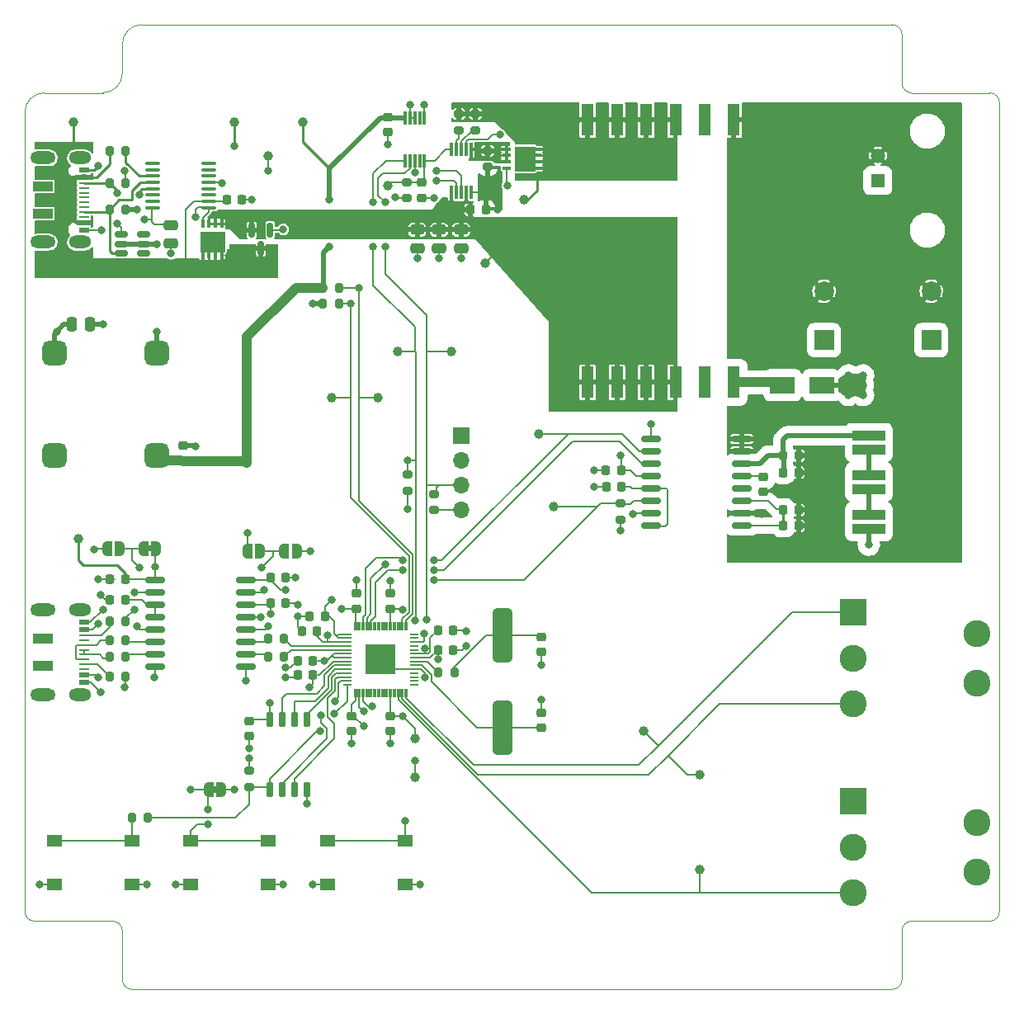
<source format=gbr>
%TF.GenerationSoftware,KiCad,Pcbnew,(6.0.4)*%
%TF.CreationDate,2023-03-28T21:24:43-04:00*%
%TF.ProjectId,PD_HV,50445f48-562e-46b6-9963-61645f706362,rev?*%
%TF.SameCoordinates,Original*%
%TF.FileFunction,Copper,L1,Top*%
%TF.FilePolarity,Positive*%
%FSLAX46Y46*%
G04 Gerber Fmt 4.6, Leading zero omitted, Abs format (unit mm)*
G04 Created by KiCad (PCBNEW (6.0.4)) date 2023-03-28 21:24:43*
%MOMM*%
%LPD*%
G01*
G04 APERTURE LIST*
G04 Aperture macros list*
%AMRoundRect*
0 Rectangle with rounded corners*
0 $1 Rounding radius*
0 $2 $3 $4 $5 $6 $7 $8 $9 X,Y pos of 4 corners*
0 Add a 4 corners polygon primitive as box body*
4,1,4,$2,$3,$4,$5,$6,$7,$8,$9,$2,$3,0*
0 Add four circle primitives for the rounded corners*
1,1,$1+$1,$2,$3*
1,1,$1+$1,$4,$5*
1,1,$1+$1,$6,$7*
1,1,$1+$1,$8,$9*
0 Add four rect primitives between the rounded corners*
20,1,$1+$1,$2,$3,$4,$5,0*
20,1,$1+$1,$4,$5,$6,$7,0*
20,1,$1+$1,$6,$7,$8,$9,0*
20,1,$1+$1,$8,$9,$2,$3,0*%
%AMFreePoly0*
4,1,22,0.500000,-0.750000,0.000000,-0.750000,0.000000,-0.745033,-0.079941,-0.743568,-0.215256,-0.701293,-0.333266,-0.622738,-0.424486,-0.514219,-0.481581,-0.384460,-0.499164,-0.250000,-0.500000,-0.250000,-0.500000,0.250000,-0.499164,0.250000,-0.499963,0.256109,-0.478152,0.396186,-0.417904,0.524511,-0.324060,0.630769,-0.204165,0.706417,-0.067858,0.745374,0.000000,0.744959,0.000000,0.750000,
0.500000,0.750000,0.500000,-0.750000,0.500000,-0.750000,$1*%
%AMFreePoly1*
4,1,20,0.000000,0.744959,0.073905,0.744508,0.209726,0.703889,0.328688,0.626782,0.421226,0.519385,0.479903,0.390333,0.500000,0.250000,0.500000,-0.250000,0.499851,-0.262216,0.476331,-0.402017,0.414519,-0.529596,0.319384,-0.634700,0.198574,-0.708877,0.061801,-0.746166,0.000000,-0.745033,0.000000,-0.750000,-0.500000,-0.750000,-0.500000,0.750000,0.000000,0.750000,0.000000,0.744959,
0.000000,0.744959,$1*%
G04 Aperture macros list end*
%TA.AperFunction,Profile*%
%ADD10C,0.100000*%
%TD*%
%TA.AperFunction,EtchedComponent*%
%ADD11C,0.100000*%
%TD*%
%TA.AperFunction,SMDPad,CuDef*%
%ADD12RoundRect,0.200000X0.275000X-0.200000X0.275000X0.200000X-0.275000X0.200000X-0.275000X-0.200000X0*%
%TD*%
%TA.AperFunction,SMDPad,CuDef*%
%ADD13C,1.000000*%
%TD*%
%TA.AperFunction,ComponentPad*%
%ADD14R,1.700000X1.700000*%
%TD*%
%TA.AperFunction,ComponentPad*%
%ADD15O,1.700000X1.700000*%
%TD*%
%TA.AperFunction,SMDPad,CuDef*%
%ADD16RoundRect,0.200000X-0.275000X0.200000X-0.275000X-0.200000X0.275000X-0.200000X0.275000X0.200000X0*%
%TD*%
%TA.AperFunction,SMDPad,CuDef*%
%ADD17RoundRect,0.225000X0.225000X0.250000X-0.225000X0.250000X-0.225000X-0.250000X0.225000X-0.250000X0*%
%TD*%
%TA.AperFunction,SMDPad,CuDef*%
%ADD18R,3.420000X1.060000*%
%TD*%
%TA.AperFunction,SMDPad,CuDef*%
%ADD19RoundRect,0.225000X-0.250000X0.225000X-0.250000X-0.225000X0.250000X-0.225000X0.250000X0.225000X0*%
%TD*%
%TA.AperFunction,SMDPad,CuDef*%
%ADD20RoundRect,0.200000X-0.200000X-0.275000X0.200000X-0.275000X0.200000X0.275000X-0.200000X0.275000X0*%
%TD*%
%TA.AperFunction,SMDPad,CuDef*%
%ADD21RoundRect,0.150000X-0.150000X0.587500X-0.150000X-0.587500X0.150000X-0.587500X0.150000X0.587500X0*%
%TD*%
%TA.AperFunction,SMDPad,CuDef*%
%ADD22RoundRect,0.150000X0.150000X-0.650000X0.150000X0.650000X-0.150000X0.650000X-0.150000X-0.650000X0*%
%TD*%
%TA.AperFunction,SMDPad,CuDef*%
%ADD23RoundRect,0.200000X0.200000X0.275000X-0.200000X0.275000X-0.200000X-0.275000X0.200000X-0.275000X0*%
%TD*%
%TA.AperFunction,SMDPad,CuDef*%
%ADD24RoundRect,0.225000X0.250000X-0.225000X0.250000X0.225000X-0.250000X0.225000X-0.250000X-0.225000X0*%
%TD*%
%TA.AperFunction,SMDPad,CuDef*%
%ADD25FreePoly0,0.000000*%
%TD*%
%TA.AperFunction,SMDPad,CuDef*%
%ADD26FreePoly1,0.000000*%
%TD*%
%TA.AperFunction,SMDPad,CuDef*%
%ADD27R,0.812800X0.304800*%
%TD*%
%TA.AperFunction,SMDPad,CuDef*%
%ADD28RoundRect,0.150000X-0.875000X-0.150000X0.875000X-0.150000X0.875000X0.150000X-0.875000X0.150000X0*%
%TD*%
%TA.AperFunction,SMDPad,CuDef*%
%ADD29R,1.550000X1.300000*%
%TD*%
%TA.AperFunction,SMDPad,CuDef*%
%ADD30RoundRect,0.225000X-0.225000X-0.250000X0.225000X-0.250000X0.225000X0.250000X-0.225000X0.250000X0*%
%TD*%
%TA.AperFunction,SMDPad,CuDef*%
%ADD31RoundRect,0.250000X-0.475000X0.250000X-0.475000X-0.250000X0.475000X-0.250000X0.475000X0.250000X0*%
%TD*%
%TA.AperFunction,ComponentPad*%
%ADD32R,2.000000X2.000000*%
%TD*%
%TA.AperFunction,ComponentPad*%
%ADD33C,2.000000*%
%TD*%
%TA.AperFunction,SMDPad,CuDef*%
%ADD34RoundRect,0.006000X0.094000X-0.414000X0.094000X0.414000X-0.094000X0.414000X-0.094000X-0.414000X0*%
%TD*%
%TA.AperFunction,SMDPad,CuDef*%
%ADD35RoundRect,0.020000X0.400000X-0.080000X0.400000X0.080000X-0.400000X0.080000X-0.400000X-0.080000X0*%
%TD*%
%TA.AperFunction,SMDPad,CuDef*%
%ADD36R,3.100000X3.100000*%
%TD*%
%TA.AperFunction,SMDPad,CuDef*%
%ADD37RoundRect,0.150000X-0.512500X-0.150000X0.512500X-0.150000X0.512500X0.150000X-0.512500X0.150000X0*%
%TD*%
%TA.AperFunction,SMDPad,CuDef*%
%ADD38R,0.300000X1.400000*%
%TD*%
%TA.AperFunction,SMDPad,CuDef*%
%ADD39RoundRect,0.150000X0.875000X0.150000X-0.875000X0.150000X-0.875000X-0.150000X0.875000X-0.150000X0*%
%TD*%
%TA.AperFunction,ComponentPad*%
%ADD40R,2.775000X2.775000*%
%TD*%
%TA.AperFunction,ComponentPad*%
%ADD41C,2.775000*%
%TD*%
%TA.AperFunction,SMDPad,CuDef*%
%ADD42RoundRect,0.250000X-0.250000X-0.475000X0.250000X-0.475000X0.250000X0.475000X-0.250000X0.475000X0*%
%TD*%
%TA.AperFunction,ComponentPad*%
%ADD43R,1.478000X1.478000*%
%TD*%
%TA.AperFunction,ComponentPad*%
%ADD44C,1.478000*%
%TD*%
%TA.AperFunction,SMDPad,CuDef*%
%ADD45R,0.304800X0.812800*%
%TD*%
%TA.AperFunction,SMDPad,CuDef*%
%ADD46R,1.270000X3.300000*%
%TD*%
%TA.AperFunction,SMDPad,CuDef*%
%ADD47R,2.000000X1.000000*%
%TD*%
%TA.AperFunction,SMDPad,CuDef*%
%ADD48R,1.000000X0.520000*%
%TD*%
%TA.AperFunction,SMDPad,CuDef*%
%ADD49R,1.000000X0.270000*%
%TD*%
%TA.AperFunction,ComponentPad*%
%ADD50O,2.600000X1.300000*%
%TD*%
%TA.AperFunction,ComponentPad*%
%ADD51O,2.300000X1.300000*%
%TD*%
%TA.AperFunction,SMDPad,CuDef*%
%ADD52R,2.500000X1.800000*%
%TD*%
%TA.AperFunction,SMDPad,CuDef*%
%ADD53RoundRect,0.625000X-0.625000X-0.625000X0.625000X-0.625000X0.625000X0.625000X-0.625000X0.625000X0*%
%TD*%
%TA.AperFunction,SMDPad,CuDef*%
%ADD54RoundRect,0.100000X0.637500X0.100000X-0.637500X0.100000X-0.637500X-0.100000X0.637500X-0.100000X0*%
%TD*%
%TA.AperFunction,SMDPad,CuDef*%
%ADD55RoundRect,0.525000X0.525000X-2.275000X0.525000X2.275000X-0.525000X2.275000X-0.525000X-2.275000X0*%
%TD*%
%TA.AperFunction,ViaPad*%
%ADD56C,0.800000*%
%TD*%
%TA.AperFunction,Conductor*%
%ADD57C,0.160000*%
%TD*%
%TA.AperFunction,Conductor*%
%ADD58C,0.250000*%
%TD*%
%TA.AperFunction,Conductor*%
%ADD59C,0.200000*%
%TD*%
%TA.AperFunction,Conductor*%
%ADD60C,0.500000*%
%TD*%
%TA.AperFunction,Conductor*%
%ADD61C,1.000000*%
%TD*%
G04 APERTURE END LIST*
D10*
X75000000Y-129000000D02*
X83000000Y-129000000D01*
X84000000Y-135000000D02*
G75*
G03*
X85000000Y-136000000I1000000J0D01*
G01*
X165000000Y-129000000D02*
G75*
G03*
X164000000Y-130000000I0J-1000000D01*
G01*
X164000000Y-43000000D02*
X164000000Y-38000000D01*
X76000000Y-44000000D02*
G75*
G03*
X74000000Y-46000000I0J-2000000D01*
G01*
X164000000Y-135000000D02*
X164000000Y-130000000D01*
X82000000Y-44000000D02*
G75*
G03*
X84000000Y-42000000I0J2000000D01*
G01*
X84000000Y-130000000D02*
G75*
G03*
X83000000Y-129000000I-1000000J0D01*
G01*
X164000000Y-43000000D02*
G75*
G03*
X165000000Y-44000000I1000000J0D01*
G01*
X163000000Y-37000000D02*
X86000000Y-37000000D01*
X84000000Y-130000000D02*
X84000000Y-135000000D01*
X173000000Y-44000000D02*
X165000000Y-44000000D01*
X86000000Y-37000000D02*
G75*
G03*
X84000000Y-39000000I0J-2000000D01*
G01*
X163000000Y-136000000D02*
G75*
G03*
X164000000Y-135000000I0J1000000D01*
G01*
X173000000Y-129000000D02*
G75*
G03*
X174000000Y-128000000I0J1000000D01*
G01*
X174000000Y-128000000D02*
X174000000Y-45000000D01*
X84000000Y-39000000D02*
X84000000Y-42000000D01*
X85000000Y-136000000D02*
X163000000Y-136000000D01*
X82000000Y-44000000D02*
X76000000Y-44000000D01*
X74000000Y-128000000D02*
G75*
G03*
X75000000Y-129000000I1000000J0D01*
G01*
X174000000Y-45000000D02*
G75*
G03*
X173000000Y-44000000I-1000000J0D01*
G01*
X74000000Y-46000000D02*
X74000000Y-128000000D01*
X165000000Y-129000000D02*
X173000000Y-129000000D01*
X164000000Y-38000000D02*
G75*
G03*
X163000000Y-37000000I-1000000J0D01*
G01*
%TO.C,JP5*%
G36*
X93750000Y-115800000D02*
G01*
X93250000Y-115800000D01*
X93250000Y-115200000D01*
X93750000Y-115200000D01*
X93750000Y-115800000D01*
G37*
%TO.C,Q1*%
G36*
X126320800Y-51969200D02*
G01*
X124263400Y-51969200D01*
X124263400Y-49530800D01*
X126320800Y-49530800D01*
X126320800Y-51969200D01*
G37*
D11*
X126320800Y-51969200D02*
X124263400Y-51969200D01*
X124263400Y-49530800D01*
X126320800Y-49530800D01*
X126320800Y-51969200D01*
%TO.C,Q2*%
G36*
X94444200Y-60320800D02*
G01*
X92005800Y-60320800D01*
X92005800Y-58263400D01*
X94444200Y-58263400D01*
X94444200Y-60320800D01*
G37*
X94444200Y-60320800D02*
X92005800Y-60320800D01*
X92005800Y-58263400D01*
X94444200Y-58263400D01*
X94444200Y-60320800D01*
%TO.C,JP1*%
G36*
X87080000Y-91050000D02*
G01*
X86580000Y-91050000D01*
X86580000Y-90450000D01*
X87080000Y-90450000D01*
X87080000Y-91050000D01*
G37*
%TD*%
D12*
%TO.P,R25,1*%
%TO.N,+3.3V*%
X113250000Y-84825000D03*
%TO.P,R25,2*%
%TO.N,/RP2040/SCL*%
X113250000Y-83175000D03*
%TD*%
%TO.P,R24,1*%
%TO.N,+3.3V*%
X116000000Y-86825000D03*
%TO.P,R24,2*%
%TO.N,/RP2040/SDA*%
X116000000Y-85175000D03*
%TD*%
D13*
%TO.P,TP_VTRANS1,1,1*%
%TO.N,+20V_USBPD*%
X121250000Y-61500000D03*
%TD*%
%TO.P,TP_VBUS_USB1,1,1*%
%TO.N,+VBUS_USB*%
X79500000Y-89750000D03*
%TD*%
%TO.P,TP_VBUS1,1,1*%
%TO.N,VBUS*%
X79000000Y-47000000D03*
%TD*%
%TO.P,TP_SDA1,1,1*%
%TO.N,/RP2040/SDA*%
X117750000Y-70500000D03*
%TD*%
%TO.P,TP_SCL1,1,1*%
%TO.N,/RP2040/SCL*%
X112250000Y-70500000D03*
%TD*%
%TO.P,TP_RBG1,1,1*%
%TO.N,/HV_Flyback/RBG*%
X111250000Y-53500000D03*
%TD*%
%TO.P,TP_ONOFF1,1,1*%
%TO.N,/RP2040/ONOFF*%
X143250000Y-123750000D03*
%TD*%
%TO.P,TP_nDONE1,1,1*%
%TO.N,/HV_Flyback/nDone*%
X110250000Y-75250000D03*
%TD*%
%TO.P,TP_MOSD1,1,1*%
%TO.N,Net-(L1-Pad3)*%
X125250000Y-55000000D03*
%TD*%
%TO.P,TP_INC1,1,1*%
%TO.N,/RP2040/INC*%
X143250000Y-114000000D03*
%TD*%
%TO.P,TP_GND2,1,1*%
%TO.N,GND*%
X99000000Y-50500000D03*
%TD*%
%TO.P,TP_GND1,1,1*%
%TO.N,GND*%
X114000000Y-114250000D03*
%TD*%
%TO.P,TP_DOUT1,1,1*%
%TO.N,/HVMeasurement/DOUT*%
X126750000Y-79000000D03*
%TD*%
%TO.P,TP_DIAG1,1,1*%
%TO.N,/HVMeasurement/DIAG*%
X128250000Y-86500000D03*
%TD*%
%TO.P,TP_DEC1,1,1*%
%TO.N,/RP2040/DEC*%
X137500000Y-109500000D03*
%TD*%
%TO.P,TP_CHARGE1,1,1*%
%TO.N,/HV_Flyback/CHARGE*%
X105500000Y-75250000D03*
%TD*%
%TO.P,TP_20VPD1,1,1*%
%TO.N,+20V_USBPD*%
X95500000Y-47000000D03*
%TD*%
%TO.P,TP_3V3_MIC1,1,1*%
%TO.N,+3.3V*%
X114000000Y-110250000D03*
%TD*%
%TO.P,TP_3V3,1,1*%
%TO.N,+3.3V*%
X102500000Y-47000000D03*
%TD*%
D14*
%TO.P,J4,1,Pin_1*%
%TO.N,GND*%
X118750000Y-79200000D03*
D15*
%TO.P,J4,2,Pin_2*%
%TO.N,/RP2040/SCL*%
X118750000Y-81740000D03*
%TO.P,J4,3,Pin_3*%
%TO.N,/RP2040/SDA*%
X118750000Y-84280000D03*
%TO.P,J4,4,Pin_4*%
%TO.N,+3.3V*%
X118750000Y-86820000D03*
%TD*%
D16*
%TO.P,R12,1*%
%TO.N,/HV_Flyback/RBG*%
X113150000Y-53175000D03*
%TO.P,R12,2*%
%TO.N,GND*%
X113150000Y-54825000D03*
%TD*%
D17*
%TO.P,C30,1*%
%TO.N,+VBUS_USB*%
X84275000Y-93900000D03*
%TO.P,C30,2*%
%TO.N,GND1*%
X82725000Y-93900000D03*
%TD*%
D18*
%TO.P,R22,1*%
%TO.N,Net-(R19-Pad2)*%
X160600000Y-84668000D03*
%TO.P,R22,2*%
%TO.N,Net-(R22-Pad2)*%
X160600000Y-83212000D03*
%TD*%
D17*
%TO.P,C22,1*%
%TO.N,+1V1*%
X103525000Y-103750000D03*
%TO.P,C22,2*%
%TO.N,GND*%
X101975000Y-103750000D03*
%TD*%
D19*
%TO.P,C12,1*%
%TO.N,+3.3V*%
X107500000Y-107975000D03*
%TO.P,C12,2*%
%TO.N,GND*%
X107500000Y-109525000D03*
%TD*%
D20*
%TO.P,R20,1*%
%TO.N,Net-(C25-Pad1)*%
X151775000Y-81200000D03*
%TO.P,R20,2*%
%TO.N,GND2*%
X153425000Y-81200000D03*
%TD*%
D21*
%TO.P,Q3,1,G*%
%TO.N,/USBPD_IN/VBUSG*%
X99175000Y-58062500D03*
%TO.P,Q3,2,S*%
%TO.N,+20V_USBPD*%
X97275000Y-58062500D03*
%TO.P,Q3,3,D*%
%TO.N,VBUS*%
X98225000Y-59937500D03*
%TD*%
D17*
%TO.P,C18,1*%
%TO.N,+3.3V*%
X104775000Y-97750000D03*
%TO.P,C18,2*%
%TO.N,GND*%
X103225000Y-97750000D03*
%TD*%
D20*
%TO.P,R17,1*%
%TO.N,/RP2040/nUSB_BOOT*%
X84975000Y-118400000D03*
%TO.P,R17,2*%
%TO.N,/RP2040/QSPI_SS*%
X86625000Y-118400000D03*
%TD*%
%TO.P,R4,1*%
%TO.N,/ISO_USB/HOST_DN*%
X82675000Y-100215000D03*
%TO.P,R4,2*%
%TO.N,Net-(R4-Pad2)*%
X84325000Y-100215000D03*
%TD*%
D22*
%TO.P,U6,1,~{CS}*%
%TO.N,/RP2040/QSPI_SS*%
X99095000Y-115500000D03*
%TO.P,U6,2,DO(IO1)*%
%TO.N,/RP2040/QSPI_SD1*%
X100365000Y-115500000D03*
%TO.P,U6,3,IO2*%
%TO.N,/RP2040/QSPI_SD2*%
X101635000Y-115500000D03*
%TO.P,U6,4,GND*%
%TO.N,GND*%
X102905000Y-115500000D03*
%TO.P,U6,5,DI(IO0)*%
%TO.N,/RP2040/QSPI_SD0*%
X102905000Y-108300000D03*
%TO.P,U6,6,CLK*%
%TO.N,/RP2040/QSPI_SCLK*%
X101635000Y-108300000D03*
%TO.P,U6,7,IO3*%
%TO.N,/RP2040/QSPI_SD3*%
X100365000Y-108300000D03*
%TO.P,U6,8,VCC*%
%TO.N,+3.3V*%
X99095000Y-108300000D03*
%TD*%
D23*
%TO.P,R16,1*%
%TO.N,Net-(C14-Pad1)*%
X118075000Y-103500000D03*
%TO.P,R16,2*%
%TO.N,Net-(R16-Pad2)*%
X116425000Y-103500000D03*
%TD*%
D24*
%TO.P,C15,1*%
%TO.N,+3.3V*%
X108000000Y-96925000D03*
%TO.P,C15,2*%
%TO.N,GND*%
X108000000Y-95375000D03*
%TD*%
D25*
%TO.P,JP5,1,A*%
%TO.N,/ISO_USB/PIN*%
X92850000Y-115500000D03*
D26*
%TO.P,JP5,2,B*%
%TO.N,+3.3V*%
X94150000Y-115500000D03*
%TD*%
D27*
%TO.P,Q1,1,S*%
%TO.N,Net-(Q1-Pad1)*%
X123450600Y-49775001D03*
%TO.P,Q1,2,S*%
X123450600Y-50424999D03*
%TO.P,Q1,3,S*%
X123450600Y-51075001D03*
%TO.P,Q1,4,G*%
%TO.N,Net-(Q1-Pad4)*%
X123450600Y-51724999D03*
%TO.P,Q1,5,D*%
%TO.N,Net-(L1-Pad3)*%
X126549400Y-51724999D03*
%TO.P,Q1,6,D*%
X126549400Y-51075001D03*
%TO.P,Q1,7,D*%
X126549400Y-50424999D03*
%TO.P,Q1,8,D*%
X126549400Y-49775001D03*
%TD*%
D17*
%TO.P,C23,1*%
%TO.N,+1V1*%
X103975000Y-99250000D03*
%TO.P,C23,2*%
%TO.N,GND*%
X102425000Y-99250000D03*
%TD*%
D28*
%TO.P,U1,1,VBUS1*%
%TO.N,+VBUS_USB*%
X87350000Y-93955000D03*
%TO.P,U1,2,GND1*%
%TO.N,GND1*%
X87350000Y-95225000D03*
%TO.P,U1,3,VDD1*%
%TO.N,/ISO_USB/VDD1*%
X87350000Y-96495000D03*
%TO.P,U1,4,PDEN*%
X87350000Y-97765000D03*
%TO.P,U1,5,SPU*%
%TO.N,Net-(JP1-Pad1)*%
X87350000Y-99035000D03*
%TO.P,U1,6,UD-*%
%TO.N,Net-(R4-Pad2)*%
X87350000Y-100305000D03*
%TO.P,U1,7,UD+*%
%TO.N,Net-(R3-Pad2)*%
X87350000Y-101575000D03*
%TO.P,U1,8,GND1*%
%TO.N,GND1*%
X87350000Y-102845000D03*
%TO.P,U1,9,GND2*%
%TO.N,GND*%
X96650000Y-102845000D03*
%TO.P,U1,10,DD+*%
%TO.N,Net-(R5-Pad1)*%
X96650000Y-101575000D03*
%TO.P,U1,11,DD-*%
%TO.N,Net-(R6-Pad1)*%
X96650000Y-100305000D03*
%TO.P,U1,12,PIN*%
%TO.N,/ISO_USB/PIN*%
X96650000Y-99035000D03*
%TO.P,U1,13,SPD*%
%TO.N,Net-(JP3-Pad1)*%
X96650000Y-97765000D03*
%TO.P,U1,14,VDD2*%
%TO.N,+3.3V*%
X96650000Y-96495000D03*
%TO.P,U1,15,GND2*%
%TO.N,GND*%
X96650000Y-95225000D03*
%TO.P,U1,16,VBUS2*%
%TO.N,+3.3V*%
X96650000Y-93955000D03*
%TD*%
D29*
%TO.P,SW2,1,A*%
%TO.N,/RP2040/nUSB_BOOT*%
X84980000Y-120750000D03*
X77020000Y-120750000D03*
%TO.P,SW2,2,B*%
%TO.N,GND*%
X77020000Y-125250000D03*
X84980000Y-125250000D03*
%TD*%
D30*
%TO.P,C16,1*%
%TO.N,+3.3V*%
X99225000Y-93750000D03*
%TO.P,C16,2*%
%TO.N,GND*%
X100775000Y-93750000D03*
%TD*%
D19*
%TO.P,C19,1*%
%TO.N,+3.3V*%
X111500000Y-107975000D03*
%TO.P,C19,2*%
%TO.N,GND*%
X111500000Y-109525000D03*
%TD*%
D31*
%TO.P,C3,1*%
%TO.N,+20V_USBPD*%
X116500000Y-58050000D03*
%TO.P,C3,2*%
%TO.N,GND*%
X116500000Y-59950000D03*
%TD*%
D32*
%TO.P,C6,1*%
%TO.N,+HV*%
X156000000Y-69367677D03*
D33*
%TO.P,C6,2*%
%TO.N,GND2*%
X156000000Y-64367677D03*
%TD*%
D25*
%TO.P,JP4,1,A*%
%TO.N,GND*%
X96850000Y-91000000D03*
D26*
%TO.P,JP4,2,B*%
%TO.N,Net-(JP3-Pad1)*%
X98150000Y-91000000D03*
%TD*%
D30*
%TO.P,C1,1*%
%TO.N,+20V_USBPD*%
X119725000Y-56000000D03*
%TO.P,C1,2*%
%TO.N,GND*%
X121275000Y-56000000D03*
%TD*%
D19*
%TO.P,C34,1*%
%TO.N,+3.3V*%
X111250000Y-46475000D03*
%TO.P,C34,2*%
%TO.N,GND*%
X111250000Y-48025000D03*
%TD*%
D12*
%TO.P,R14,1*%
%TO.N,Net-(R14-Pad1)*%
X120250000Y-47825000D03*
%TO.P,R14,2*%
%TO.N,Net-(L1-Pad3)*%
X120250000Y-46175000D03*
%TD*%
D34*
%TO.P,U5,1,IOVDD*%
%TO.N,+3.3V*%
X107900000Y-105585000D03*
%TO.P,U5,2,GPIO0*%
%TO.N,/RP2040/SDA*%
X108300000Y-105585000D03*
%TO.P,U5,3,GPIO1*%
%TO.N,/RP2040/SCL*%
X108700000Y-105585000D03*
%TO.P,U5,4,GPIO2*%
%TO.N,unconnected-(U5-Pad4)*%
X109100000Y-105585000D03*
%TO.P,U5,5,GPIO3*%
%TO.N,unconnected-(U5-Pad5)*%
X109500000Y-105585000D03*
%TO.P,U5,6,GPIO4*%
%TO.N,unconnected-(U5-Pad6)*%
X109900000Y-105585000D03*
%TO.P,U5,7,GPIO5*%
%TO.N,unconnected-(U5-Pad7)*%
X110300000Y-105585000D03*
%TO.P,U5,8,GPIO6*%
%TO.N,unconnected-(U5-Pad8)*%
X110700000Y-105585000D03*
%TO.P,U5,9,GPIO7*%
%TO.N,unconnected-(U5-Pad9)*%
X111100000Y-105585000D03*
%TO.P,U5,10,IOVDD*%
%TO.N,+3.3V*%
X111500000Y-105585000D03*
%TO.P,U5,11,GPIO8*%
%TO.N,unconnected-(U5-Pad11)*%
X111900000Y-105585000D03*
%TO.P,U5,12,GPIO9*%
%TO.N,/RP2040/ONOFF*%
X112300000Y-105585000D03*
%TO.P,U5,13,GPIO10*%
%TO.N,/RP2040/INC*%
X112700000Y-105585000D03*
%TO.P,U5,14,GPIO11*%
%TO.N,/RP2040/DEC*%
X113100000Y-105585000D03*
D35*
%TO.P,U5,15,GPIO12*%
%TO.N,unconnected-(U5-Pad15)*%
X113935000Y-104750000D03*
%TO.P,U5,16,GPIO13*%
%TO.N,unconnected-(U5-Pad16)*%
X113935000Y-104350000D03*
%TO.P,U5,17,GPIO14*%
%TO.N,unconnected-(U5-Pad17)*%
X113935000Y-103950000D03*
%TO.P,U5,18,GPIO15*%
%TO.N,unconnected-(U5-Pad18)*%
X113935000Y-103550000D03*
%TO.P,U5,19,TESTEN*%
%TO.N,GND*%
X113935000Y-103150000D03*
%TO.P,U5,20,XIN*%
%TO.N,Net-(C11-Pad1)*%
X113935000Y-102750000D03*
%TO.P,U5,21,XOUT*%
%TO.N,Net-(R16-Pad2)*%
X113935000Y-102350000D03*
%TO.P,U5,22,IOVDD*%
%TO.N,+3.3V*%
X113935000Y-101950000D03*
%TO.P,U5,23,DVDD*%
%TO.N,+1V1*%
X113935000Y-101550000D03*
%TO.P,U5,24,SWCLK*%
%TO.N,unconnected-(U5-Pad24)*%
X113935000Y-101150000D03*
%TO.P,U5,25,SWD*%
%TO.N,unconnected-(U5-Pad25)*%
X113935000Y-100750000D03*
%TO.P,U5,26,RUN*%
%TO.N,/RP2040/RUN*%
X113935000Y-100350000D03*
%TO.P,U5,27,GPIO16*%
%TO.N,unconnected-(U5-Pad27)*%
X113935000Y-99950000D03*
%TO.P,U5,28,GPIO17*%
%TO.N,unconnected-(U5-Pad28)*%
X113935000Y-99550000D03*
D34*
%TO.P,U5,29,GPIO18*%
%TO.N,/HV_Flyback/nDone*%
X113100000Y-98715000D03*
%TO.P,U5,30,GPIO19*%
%TO.N,/HV_Flyback/CHARGE*%
X112700000Y-98715000D03*
%TO.P,U5,31,GPIO20*%
%TO.N,unconnected-(U5-Pad31)*%
X112300000Y-98715000D03*
%TO.P,U5,32,GPIO21*%
%TO.N,unconnected-(U5-Pad32)*%
X111900000Y-98715000D03*
%TO.P,U5,33,IOVDD*%
%TO.N,+3.3V*%
X111500000Y-98715000D03*
%TO.P,U5,34,GPIO22*%
%TO.N,unconnected-(U5-Pad34)*%
X111100000Y-98715000D03*
%TO.P,U5,35,GPIO23*%
%TO.N,unconnected-(U5-Pad35)*%
X110700000Y-98715000D03*
%TO.P,U5,36,GPIO24*%
%TO.N,unconnected-(U5-Pad36)*%
X110300000Y-98715000D03*
%TO.P,U5,37,GPIO25*%
%TO.N,unconnected-(U5-Pad37)*%
X109900000Y-98715000D03*
%TO.P,U5,38,GPIO26/ADC0*%
%TO.N,/HVMeasurement/CLKIN*%
X109500000Y-98715000D03*
%TO.P,U5,39,GPIO27/ADC1*%
%TO.N,/HVMeasurement/DIAG*%
X109100000Y-98715000D03*
%TO.P,U5,40,GPIO28/ADC2*%
%TO.N,/HVMeasurement/DOUT*%
X108700000Y-98715000D03*
%TO.P,U5,41,GPIO29/ADC3*%
%TO.N,unconnected-(U5-Pad41)*%
X108300000Y-98715000D03*
%TO.P,U5,42,IOVDD*%
%TO.N,+3.3V*%
X107900000Y-98715000D03*
D35*
%TO.P,U5,43,ADC_AVDD*%
X107065000Y-99550000D03*
%TO.P,U5,44,VREG_VIN*%
X107065000Y-99950000D03*
%TO.P,U5,45,VREG_VOUT*%
%TO.N,+1V1*%
X107065000Y-100350000D03*
%TO.P,U5,46,USB_DM*%
%TO.N,/ISO_USB/ISO_DN*%
X107065000Y-100750000D03*
%TO.P,U5,47,USB_DP*%
%TO.N,/ISO_USB/ISO_DP*%
X107065000Y-101150000D03*
%TO.P,U5,48,USB_VDD*%
%TO.N,+3.3V*%
X107065000Y-101550000D03*
%TO.P,U5,49,IOVDD*%
X107065000Y-101950000D03*
%TO.P,U5,50,DVDD*%
%TO.N,+1V1*%
X107065000Y-102350000D03*
%TO.P,U5,51,QSPI_SD3*%
%TO.N,/RP2040/QSPI_SD3*%
X107065000Y-102750000D03*
%TO.P,U5,52,QSPI_SCLK*%
%TO.N,/RP2040/QSPI_SCLK*%
X107065000Y-103150000D03*
%TO.P,U5,53,QSPI_SD0*%
%TO.N,/RP2040/QSPI_SD0*%
X107065000Y-103550000D03*
%TO.P,U5,54,QSPI_SD2*%
%TO.N,/RP2040/QSPI_SD2*%
X107065000Y-103950000D03*
%TO.P,U5,55,QSPI_SD1*%
%TO.N,/RP2040/QSPI_SD1*%
X107065000Y-104350000D03*
%TO.P,U5,56,QSPI_CSN*%
%TO.N,/RP2040/QSPI_SS*%
X107065000Y-104750000D03*
D36*
%TO.P,U5,57,GND*%
%TO.N,GND*%
X110500000Y-102150000D03*
%TD*%
D20*
%TO.P,R8,1*%
%TO.N,/USBPD_IN/CC1*%
X82675000Y-53262500D03*
%TO.P,R8,2*%
%TO.N,GND*%
X84325000Y-53262500D03*
%TD*%
D37*
%TO.P,D1,1,TVS1*%
%TO.N,/USBPD_IN/CC1*%
X83862500Y-58550000D03*
%TO.P,D1,2,COM*%
%TO.N,GND*%
X83862500Y-59500000D03*
%TO.P,D1,3,TVS2*%
%TO.N,/USBPD_IN/CC2*%
X83862500Y-60450000D03*
%TO.P,D1,4,TVS3*%
%TO.N,unconnected-(D1-Pad4)*%
X86137500Y-60450000D03*
%TO.P,D1,5,COM*%
%TO.N,GND*%
X86137500Y-59500000D03*
%TO.P,D1,6,TVS4*%
%TO.N,unconnected-(D1-Pad6)*%
X86137500Y-58550000D03*
%TD*%
D17*
%TO.P,C20,1*%
%TO.N,+3.3V*%
X103525000Y-102250000D03*
%TO.P,C20,2*%
%TO.N,GND*%
X101975000Y-102250000D03*
%TD*%
D20*
%TO.P,R2,1*%
%TO.N,Net-(J2-PadA5)*%
X82675000Y-98250000D03*
%TO.P,R2,2*%
%TO.N,GND1*%
X84325000Y-98250000D03*
%TD*%
D38*
%TO.P,U2,1,VTRANS*%
%TO.N,+20V_USBPD*%
X117775000Y-54200000D03*
%TO.P,U2,2,nDONE*%
%TO.N,/HV_Flyback/nDone*%
X118275000Y-54200000D03*
%TO.P,U2,3,CHARGE*%
%TO.N,/HV_Flyback/CHARGE*%
X118775000Y-54200000D03*
%TO.P,U2,4,Vcc*%
%TO.N,+20V_USBPD*%
X119275000Y-54200000D03*
%TO.P,U2,5,GND*%
%TO.N,GND*%
X119775000Y-54200000D03*
%TO.P,U2,6,SOURCE*%
%TO.N,Net-(Q1-Pad1)*%
X119775000Y-49800000D03*
%TO.P,U2,7,GATE*%
%TO.N,Net-(Q1-Pad4)*%
X119275000Y-49800000D03*
%TO.P,U2,8,RDCM*%
%TO.N,Net-(R14-Pad1)*%
X118775000Y-49800000D03*
%TO.P,U2,9,RVOUT*%
%TO.N,Net-(R13-Pad1)*%
X118275000Y-49800000D03*
%TO.P,U2,10,RBG*%
%TO.N,/HV_Flyback/RBG*%
X117775000Y-49800000D03*
%TD*%
D32*
%TO.P,C35,1*%
%TO.N,+HV*%
X167000000Y-69367677D03*
D33*
%TO.P,C35,2*%
%TO.N,GND2*%
X167000000Y-64367677D03*
%TD*%
D24*
%TO.P,C27,1*%
%TO.N,GND2*%
X149800000Y-84975000D03*
%TO.P,C27,2*%
%TO.N,Net-(C27-Pad2)*%
X149800000Y-83425000D03*
%TD*%
D39*
%TO.P,U7,1,DCDC_OUT*%
%TO.N,Net-(C26-Pad2)*%
X147550000Y-88395000D03*
%TO.P,U7,2,DCDC_HGND*%
%TO.N,GND2*%
X147550000Y-87125000D03*
%TO.P,U7,3,HLDO_IN*%
%TO.N,Net-(C26-Pad2)*%
X147550000Y-85855000D03*
%TO.P,U7,4,NC*%
%TO.N,unconnected-(U7-Pad4)*%
X147550000Y-84585000D03*
%TO.P,U7,5,HLDO_OUT*%
%TO.N,Net-(C27-Pad2)*%
X147550000Y-83315000D03*
%TO.P,U7,6,INP*%
%TO.N,Net-(C25-Pad1)*%
X147550000Y-82045000D03*
%TO.P,U7,7,INN*%
%TO.N,GND2*%
X147550000Y-80775000D03*
%TO.P,U7,8,HGND*%
X147550000Y-79505000D03*
%TO.P,U7,9,GND*%
%TO.N,GND*%
X138250000Y-79505000D03*
%TO.P,U7,10,DOUT*%
%TO.N,/HVMeasurement/DOUT*%
X138250000Y-80775000D03*
%TO.P,U7,11,CLKIN*%
%TO.N,/HVMeasurement/CLKIN*%
X138250000Y-82045000D03*
%TO.P,U7,12,VDD*%
%TO.N,+3.3V*%
X138250000Y-83315000D03*
%TO.P,U7,13,LDO_OUT*%
%TO.N,Net-(C29-Pad2)*%
X138250000Y-84585000D03*
%TO.P,U7,14,DIAG*%
%TO.N,/HVMeasurement/DIAG*%
X138250000Y-85855000D03*
%TO.P,U7,15,DCDC_GND*%
%TO.N,GND*%
X138250000Y-87125000D03*
%TO.P,U7,16,DCDC_IN*%
%TO.N,Net-(C29-Pad2)*%
X138250000Y-88395000D03*
%TD*%
D20*
%TO.P,R1,1*%
%TO.N,Net-(J2-PadB5)*%
X82675000Y-103900000D03*
%TO.P,R1,2*%
%TO.N,GND1*%
X84325000Y-103900000D03*
%TD*%
D30*
%TO.P,C21,1*%
%TO.N,+1V1*%
X116365000Y-99150000D03*
%TO.P,C21,2*%
%TO.N,GND*%
X117915000Y-99150000D03*
%TD*%
D40*
%TO.P,SW5,1,1*%
%TO.N,unconnected-(SW5-Pad1)*%
X159000000Y-116720000D03*
D41*
%TO.P,SW5,2,2*%
%TO.N,GND*%
X159000000Y-121420000D03*
%TO.P,SW5,3,3*%
%TO.N,/RP2040/ONOFF*%
X159000000Y-126120000D03*
%TO.P,SW5,S1*%
%TO.N,N/C*%
X171700000Y-118880000D03*
%TO.P,SW5,S2*%
X171700000Y-123960000D03*
%TD*%
D30*
%TO.P,C32,1*%
%TO.N,Net-(C26-Pad2)*%
X151825000Y-86800000D03*
%TO.P,C32,2*%
%TO.N,GND2*%
X153375000Y-86800000D03*
%TD*%
D20*
%TO.P,R9,1*%
%TO.N,/USBPD_IN/CC2*%
X82675000Y-56000000D03*
%TO.P,R9,2*%
%TO.N,GND*%
X84325000Y-56000000D03*
%TD*%
%TO.P,R5,1*%
%TO.N,Net-(R5-Pad1)*%
X98925000Y-101900000D03*
%TO.P,R5,2*%
%TO.N,/ISO_USB/ISO_DP*%
X100575000Y-101900000D03*
%TD*%
D30*
%TO.P,C31,1*%
%TO.N,+3.3V*%
X99225000Y-96400000D03*
%TO.P,C31,2*%
%TO.N,GND*%
X100775000Y-96400000D03*
%TD*%
D42*
%TO.P,C9,1*%
%TO.N,+20V_USBPD*%
X78800000Y-67750000D03*
%TO.P,C9,2*%
%TO.N,GND*%
X80700000Y-67750000D03*
%TD*%
D24*
%TO.P,C11,1*%
%TO.N,Net-(C11-Pad1)*%
X127000000Y-109175000D03*
%TO.P,C11,2*%
%TO.N,GND*%
X127000000Y-107625000D03*
%TD*%
D43*
%TO.P,J3,1,In*%
%TO.N,+HV*%
X161520000Y-53000000D03*
D44*
%TO.P,J3,2,Ext*%
%TO.N,GND2*%
X161520000Y-50460000D03*
%TD*%
D20*
%TO.P,R6,1*%
%TO.N,Net-(R6-Pad1)*%
X98925000Y-100000000D03*
%TO.P,R6,2*%
%TO.N,/ISO_USB/ISO_DN*%
X100575000Y-100000000D03*
%TD*%
D29*
%TO.P,SW3,1,A*%
%TO.N,/ISO_USB/PIN*%
X91020000Y-120750000D03*
X98980000Y-120750000D03*
%TO.P,SW3,2,B*%
%TO.N,GND*%
X91020000Y-125250000D03*
X98980000Y-125250000D03*
%TD*%
D45*
%TO.P,Q2,1,S*%
%TO.N,+20V_USBPD*%
X94199999Y-57450600D03*
%TO.P,Q2,2,S*%
X93550001Y-57450600D03*
%TO.P,Q2,3,S*%
X92899999Y-57450600D03*
%TO.P,Q2,4,G*%
%TO.N,/USBPD_IN/VBUSG*%
X92250001Y-57450600D03*
%TO.P,Q2,5,D*%
%TO.N,VBUS*%
X92250001Y-60549400D03*
%TO.P,Q2,6,D*%
X92899999Y-60549400D03*
%TO.P,Q2,7,D*%
X93550001Y-60549400D03*
%TO.P,Q2,8,D*%
X94199999Y-60549400D03*
%TD*%
D46*
%TO.P,L1,1,1*%
%TO.N,GND2*%
X146750000Y-46790000D03*
%TO.P,L1,2,2*%
%TO.N,unconnected-(L1-Pad2)*%
X143750000Y-46790000D03*
%TO.P,L1,3,3*%
%TO.N,Net-(L1-Pad3)*%
X140750000Y-46790000D03*
%TO.P,L1,4,4*%
X137750000Y-46790000D03*
%TO.P,L1,5,5*%
X134750000Y-46790000D03*
%TO.P,L1,6,6*%
X131750000Y-46790000D03*
%TO.P,L1,7,7*%
%TO.N,+20V_USBPD*%
X131750000Y-73710000D03*
%TO.P,L1,8,8*%
X134750000Y-73710000D03*
%TO.P,L1,9,9*%
X137750000Y-73710000D03*
%TO.P,L1,10,10*%
X140750000Y-73710000D03*
%TO.P,L1,11,11*%
%TO.N,unconnected-(L1-Pad11)*%
X143750000Y-73710000D03*
%TO.P,L1,12,12*%
%TO.N,Net-(D2-Pad2)*%
X146750000Y-73710000D03*
%TD*%
D19*
%TO.P,C2,1*%
%TO.N,/HV_Flyback/RBG*%
X114750000Y-53225000D03*
%TO.P,C2,2*%
%TO.N,GND*%
X114750000Y-54775000D03*
%TD*%
D25*
%TO.P,JP3,1,A*%
%TO.N,Net-(JP3-Pad1)*%
X100600000Y-91000000D03*
D26*
%TO.P,JP3,2,B*%
%TO.N,+3.3V*%
X101900000Y-91000000D03*
%TD*%
D16*
%TO.P,R15,1*%
%TO.N,Net-(Q1-Pad1)*%
X121500000Y-49925000D03*
%TO.P,R15,2*%
%TO.N,GND*%
X121500000Y-51575000D03*
%TD*%
D47*
%TO.P,J1,*%
%TO.N,*%
X75850000Y-53600000D03*
X75850000Y-56400000D03*
D48*
%TO.P,J1,A1,GND*%
%TO.N,GND*%
X80050000Y-51900000D03*
%TO.P,J1,A4,VBUS*%
%TO.N,VBUS*%
X80050000Y-52650000D03*
D49*
%TO.P,J1,A5,CC1*%
%TO.N,/USBPD_IN/CC1*%
X80050000Y-53250000D03*
%TO.P,J1,A6,D+*%
%TO.N,unconnected-(J1-PadA6)*%
X80050000Y-54750000D03*
%TO.P,J1,A7,D-*%
%TO.N,unconnected-(J1-PadA7)*%
X80050000Y-55750000D03*
%TO.P,J1,A8,SBU1*%
%TO.N,unconnected-(J1-PadA8)*%
X80050000Y-56750000D03*
D48*
%TO.P,J1,A9,VBUS*%
%TO.N,VBUS*%
X80050000Y-57350000D03*
%TO.P,J1,A12,GND*%
%TO.N,GND*%
X80050000Y-58100000D03*
%TO.P,J1,B1,GND*%
X80050000Y-58100000D03*
%TO.P,J1,B4,VBUS*%
%TO.N,VBUS*%
X80050000Y-57350000D03*
D49*
%TO.P,J1,B5,CC2*%
%TO.N,/USBPD_IN/CC2*%
X80050000Y-56250000D03*
%TO.P,J1,B6,D+*%
%TO.N,unconnected-(J1-PadB6)*%
X80050000Y-55250000D03*
%TO.P,J1,B7,D-*%
%TO.N,unconnected-(J1-PadB7)*%
X80050000Y-54250000D03*
%TO.P,J1,B8,SBU2*%
%TO.N,unconnected-(J1-PadB8)*%
X80050000Y-53750000D03*
D48*
%TO.P,J1,B9,VBUS*%
%TO.N,VBUS*%
X80050000Y-52650000D03*
%TO.P,J1,B12,GND*%
%TO.N,GND*%
X80050000Y-51900000D03*
D50*
%TO.P,J1,S1,SHIELD*%
%TO.N,unconnected-(J1-PadS1)*%
X75850000Y-50680000D03*
D51*
X79675000Y-59320000D03*
D50*
X75850000Y-59320000D03*
D51*
X79675000Y-50680000D03*
%TD*%
D23*
%TO.P,R11,1*%
%TO.N,/HV_Flyback/CHARGE*%
X106225000Y-65600000D03*
%TO.P,R11,2*%
%TO.N,GND*%
X104575000Y-65600000D03*
%TD*%
D30*
%TO.P,C29,1*%
%TO.N,GND*%
X133650000Y-84450000D03*
%TO.P,C29,2*%
%TO.N,Net-(C29-Pad2)*%
X135200000Y-84450000D03*
%TD*%
D20*
%TO.P,R3,1*%
%TO.N,/ISO_USB/HOST_DP*%
X82675000Y-101900000D03*
%TO.P,R3,2*%
%TO.N,Net-(R3-Pad2)*%
X84325000Y-101900000D03*
%TD*%
D29*
%TO.P,SW1,1,A*%
%TO.N,/RP2040/RUN*%
X112980000Y-120750000D03*
X105020000Y-120750000D03*
%TO.P,SW1,2,B*%
%TO.N,GND*%
X105020000Y-125250000D03*
X112980000Y-125250000D03*
%TD*%
D17*
%TO.P,C33,1*%
%TO.N,/ISO_USB/VDD1*%
X84275000Y-96000000D03*
%TO.P,C33,2*%
%TO.N,GND1*%
X82725000Y-96000000D03*
%TD*%
D25*
%TO.P,JP2,1,A*%
%TO.N,GND1*%
X82450000Y-90750000D03*
D26*
%TO.P,JP2,2,B*%
%TO.N,Net-(JP1-Pad1)*%
X83750000Y-90750000D03*
%TD*%
D19*
%TO.P,C24,1*%
%TO.N,+3.3V*%
X97000000Y-108475000D03*
%TO.P,C24,2*%
%TO.N,GND*%
X97000000Y-110025000D03*
%TD*%
D52*
%TO.P,D2,1,K*%
%TO.N,+HV*%
X155750000Y-74000000D03*
%TO.P,D2,2,A*%
%TO.N,Net-(D2-Pad2)*%
X151750000Y-74000000D03*
%TD*%
D30*
%TO.P,C25,1*%
%TO.N,Net-(C25-Pad1)*%
X151825000Y-82950000D03*
%TO.P,C25,2*%
%TO.N,GND2*%
X153375000Y-82950000D03*
%TD*%
D16*
%TO.P,R18,1*%
%TO.N,+3.3V*%
X97000000Y-113575000D03*
%TO.P,R18,2*%
%TO.N,/RP2040/QSPI_SS*%
X97000000Y-115225000D03*
%TD*%
D30*
%TO.P,C7,1*%
%TO.N,VBUS*%
X94725000Y-55000000D03*
%TO.P,C7,2*%
%TO.N,GND*%
X96275000Y-55000000D03*
%TD*%
D18*
%TO.P,R19,1*%
%TO.N,+HV*%
X160600000Y-88728000D03*
%TO.P,R19,2*%
%TO.N,Net-(R19-Pad2)*%
X160600000Y-87272000D03*
%TD*%
D30*
%TO.P,C17,1*%
%TO.N,+3.3V*%
X116365000Y-101150000D03*
%TO.P,C17,2*%
%TO.N,GND*%
X117915000Y-101150000D03*
%TD*%
D53*
%TO.P,MOD1,1,+Vin*%
%TO.N,+20V_USBPD*%
X77000000Y-70750000D03*
%TO.P,MOD1,2,NC*%
%TO.N,unconnected-(MOD1-Pad2)*%
X77000000Y-81250000D03*
%TO.P,MOD1,3,+Vo_3V3*%
%TO.N,+3.3V*%
X87500000Y-81250000D03*
%TO.P,MOD1,4,GND*%
%TO.N,GND*%
X87500000Y-70750000D03*
%TD*%
D31*
%TO.P,C8,1*%
%TO.N,+20V_USBPD*%
X89000000Y-57550000D03*
%TO.P,C8,2*%
%TO.N,GND*%
X89000000Y-59450000D03*
%TD*%
D20*
%TO.P,R7,1*%
%TO.N,+3.3V*%
X104575000Y-64000000D03*
%TO.P,R7,2*%
%TO.N,/HV_Flyback/nDone*%
X106225000Y-64000000D03*
%TD*%
D38*
%TO.P,U4,1,B*%
%TO.N,GND*%
X115000000Y-46550000D03*
%TO.P,U4,2,A*%
%TO.N,unconnected-(U4-Pad2)*%
X114500000Y-46550000D03*
%TO.P,U4,3,AD0*%
%TO.N,GND*%
X114000000Y-46550000D03*
%TO.P,U4,4,GND*%
X113500000Y-46550000D03*
%TO.P,U4,5,VDD*%
%TO.N,+3.3V*%
X113000000Y-46550000D03*
%TO.P,U4,6,SCL*%
%TO.N,/RP2040/SCL*%
X113000000Y-50950000D03*
%TO.P,U4,7,SDA*%
%TO.N,/RP2040/SDA*%
X113500000Y-50950000D03*
%TO.P,U4,8,AD1*%
%TO.N,GND*%
X114000000Y-50950000D03*
%TO.P,U4,9,NC*%
%TO.N,unconnected-(U4-Pad9)*%
X114500000Y-50950000D03*
%TO.P,U4,10,W*%
%TO.N,/HV_Flyback/RBG*%
X115000000Y-50950000D03*
%TD*%
D12*
%TO.P,R13,1*%
%TO.N,Net-(R13-Pad1)*%
X118500000Y-47825000D03*
%TO.P,R13,2*%
%TO.N,Net-(L1-Pad3)*%
X118500000Y-46175000D03*
%TD*%
D31*
%TO.P,C5,1*%
%TO.N,+20V_USBPD*%
X118750000Y-58050000D03*
%TO.P,C5,2*%
%TO.N,GND*%
X118750000Y-59950000D03*
%TD*%
D24*
%TO.P,C10,1*%
%TO.N,+3.3V*%
X90250000Y-81775000D03*
%TO.P,C10,2*%
%TO.N,GND*%
X90250000Y-80225000D03*
%TD*%
D12*
%TO.P,R21,1*%
%TO.N,+3.3V*%
X135150000Y-87775000D03*
%TO.P,R21,2*%
%TO.N,/HVMeasurement/DIAG*%
X135150000Y-86125000D03*
%TD*%
D19*
%TO.P,C14,1*%
%TO.N,Net-(C14-Pad1)*%
X127000000Y-99825000D03*
%TO.P,C14,2*%
%TO.N,GND*%
X127000000Y-101375000D03*
%TD*%
D54*
%TO.P,U3,1,VBUSG*%
%TO.N,/USBPD_IN/VBUSG*%
X92862500Y-55775000D03*
%TO.P,U3,2,VIN*%
%TO.N,VBUS*%
X92862500Y-55125000D03*
%TO.P,U3,3*%
%TO.N,N/C*%
X92862500Y-54475000D03*
%TO.P,U3,4*%
X92862500Y-53825000D03*
%TO.P,U3,5,GND*%
%TO.N,GND*%
X92862500Y-53175000D03*
%TO.P,U3,6*%
%TO.N,N/C*%
X92862500Y-52525000D03*
%TO.P,U3,7*%
X92862500Y-51875000D03*
%TO.P,U3,8*%
X92862500Y-51225000D03*
%TO.P,U3,9*%
X87137500Y-51225000D03*
%TO.P,U3,10*%
X87137500Y-51875000D03*
%TO.P,U3,11,SEL*%
%TO.N,Net-(R10-Pad2)*%
X87137500Y-52525000D03*
%TO.P,U3,12,CC2*%
%TO.N,/USBPD_IN/CC2*%
X87137500Y-53175000D03*
%TO.P,U3,13,CC1*%
%TO.N,/USBPD_IN/CC1*%
X87137500Y-53825000D03*
%TO.P,U3,14*%
%TO.N,N/C*%
X87137500Y-54475000D03*
%TO.P,U3,15*%
X87137500Y-55125000D03*
%TO.P,U3,16,VBUS*%
%TO.N,+20V_USBPD*%
X87137500Y-55775000D03*
%TD*%
D47*
%TO.P,J2,*%
%TO.N,*%
X75850000Y-102800000D03*
X75850000Y-100000000D03*
D48*
%TO.P,J2,A1,GND*%
%TO.N,GND1*%
X80050000Y-98300000D03*
%TO.P,J2,A4,VBUS*%
%TO.N,+VBUS_USB*%
X80050000Y-99050000D03*
D49*
%TO.P,J2,A5,CC1*%
%TO.N,Net-(J2-PadA5)*%
X80050000Y-99650000D03*
%TO.P,J2,A6,D+*%
%TO.N,/ISO_USB/HOST_DP*%
X80050000Y-101150000D03*
%TO.P,J2,A7,D-*%
%TO.N,/ISO_USB/HOST_DN*%
X80050000Y-102150000D03*
%TO.P,J2,A8,SBU1*%
%TO.N,unconnected-(J2-PadA8)*%
X80050000Y-103150000D03*
D48*
%TO.P,J2,A9,VBUS*%
%TO.N,+VBUS_USB*%
X80050000Y-103750000D03*
%TO.P,J2,A12,GND*%
%TO.N,GND1*%
X80050000Y-104500000D03*
%TO.P,J2,B1,GND*%
X80050000Y-104500000D03*
%TO.P,J2,B4,VBUS*%
%TO.N,+VBUS_USB*%
X80050000Y-103750000D03*
D49*
%TO.P,J2,B5,CC2*%
%TO.N,Net-(J2-PadB5)*%
X80050000Y-102650000D03*
%TO.P,J2,B6,D+*%
%TO.N,/ISO_USB/HOST_DP*%
X80050000Y-101650000D03*
%TO.P,J2,B7,D-*%
%TO.N,/ISO_USB/HOST_DN*%
X80050000Y-100650000D03*
%TO.P,J2,B8,SBU2*%
%TO.N,unconnected-(J2-PadB8)*%
X80050000Y-100150000D03*
D48*
%TO.P,J2,B9,VBUS*%
%TO.N,+VBUS_USB*%
X80050000Y-99050000D03*
%TO.P,J2,B12,GND*%
%TO.N,GND1*%
X80050000Y-98300000D03*
D51*
%TO.P,J2,S1,SHIELD*%
%TO.N,unconnected-(J2-PadS1)*%
X79675000Y-105720000D03*
D50*
X75850000Y-97080000D03*
D51*
X79675000Y-97080000D03*
D50*
X75850000Y-105720000D03*
%TD*%
D18*
%TO.P,R23,1*%
%TO.N,Net-(R22-Pad2)*%
X160600000Y-80608000D03*
%TO.P,R23,2*%
%TO.N,Net-(C25-Pad1)*%
X160600000Y-79152000D03*
%TD*%
D40*
%TO.P,SW4,1,1*%
%TO.N,/RP2040/DEC*%
X159000000Y-97300000D03*
D41*
%TO.P,SW4,2,2*%
%TO.N,GND*%
X159000000Y-102000000D03*
%TO.P,SW4,3,3*%
%TO.N,/RP2040/INC*%
X159000000Y-106700000D03*
%TO.P,SW4,S1*%
%TO.N,N/C*%
X171700000Y-99460000D03*
%TO.P,SW4,S2*%
X171700000Y-104540000D03*
%TD*%
D55*
%TO.P,Y1,1,1*%
%TO.N,Net-(C11-Pad1)*%
X123000000Y-109150000D03*
%TO.P,Y1,2,2*%
%TO.N,Net-(C14-Pad1)*%
X123000000Y-99650000D03*
%TD*%
D17*
%TO.P,C26,1*%
%TO.N,GND2*%
X153375000Y-88400000D03*
%TO.P,C26,2*%
%TO.N,Net-(C26-Pad2)*%
X151825000Y-88400000D03*
%TD*%
D25*
%TO.P,JP1,1,A*%
%TO.N,Net-(JP1-Pad1)*%
X86180000Y-90750000D03*
D26*
%TO.P,JP1,2,B*%
%TO.N,+VBUS_USB*%
X87480000Y-90750000D03*
%TD*%
D31*
%TO.P,C4,1*%
%TO.N,+20V_USBPD*%
X114250000Y-58050000D03*
%TO.P,C4,2*%
%TO.N,GND*%
X114250000Y-59950000D03*
%TD*%
D30*
%TO.P,C28,1*%
%TO.N,GND*%
X133625000Y-82700000D03*
%TO.P,C28,2*%
%TO.N,+3.3V*%
X135175000Y-82700000D03*
%TD*%
D24*
%TO.P,C13,1*%
%TO.N,+3.3V*%
X111500000Y-96925000D03*
%TO.P,C13,2*%
%TO.N,GND*%
X111500000Y-95375000D03*
%TD*%
D20*
%TO.P,R10,1*%
%TO.N,VBUS*%
X82675000Y-50000000D03*
%TO.P,R10,2*%
%TO.N,Net-(R10-Pad2)*%
X84325000Y-50000000D03*
%TD*%
D56*
%TO.N,+3.3V*%
X113250000Y-86750000D03*
%TO.N,/HVMeasurement/DIAG*%
X110946118Y-92392236D03*
X116000000Y-94000000D03*
%TO.N,/HVMeasurement/CLKIN*%
X116000000Y-93000000D03*
X112750000Y-93000000D03*
%TO.N,/HVMeasurement/DOUT*%
X116000000Y-92000000D03*
X112750000Y-92000000D03*
%TO.N,/RP2040/SCL*%
X113250000Y-81750000D03*
%TO.N,GND*%
X99000000Y-52000000D03*
X114000000Y-112500000D03*
%TO.N,+20V_USBPD*%
X95500000Y-49500000D03*
X86250000Y-57000000D03*
X95250000Y-56500000D03*
X77250000Y-68500000D03*
%TO.N,GND*%
X122000000Y-53500000D03*
X91500000Y-80250000D03*
X101750000Y-93750000D03*
X75500000Y-125250000D03*
X102000000Y-97750000D03*
X127000000Y-106250000D03*
X82000000Y-67750000D03*
X122500000Y-56000000D03*
X121000000Y-53500000D03*
X85500000Y-56000000D03*
X103500000Y-125250000D03*
X114250000Y-61000000D03*
X81850500Y-58100000D03*
X98500000Y-95000000D03*
X84218691Y-52031309D03*
X112000000Y-54750000D03*
X111250000Y-49250000D03*
X102000000Y-96500000D03*
X116500000Y-61000000D03*
X115000000Y-45250000D03*
X115975000Y-54775000D03*
X111500000Y-94105480D03*
X100500000Y-125250000D03*
X107500000Y-110750000D03*
X100750000Y-103000000D03*
X122000000Y-54500000D03*
X89000000Y-60500000D03*
X114022825Y-52152353D03*
X111500000Y-110750000D03*
X89500000Y-125250000D03*
X87500000Y-59500000D03*
X87500000Y-68500000D03*
X136400000Y-87200000D03*
X96650000Y-104350000D03*
X97000000Y-111250000D03*
X102000000Y-97750000D03*
X96850000Y-89150000D03*
X132400000Y-84450000D03*
X132400000Y-82700000D03*
X94250000Y-53250000D03*
X100750000Y-104000000D03*
X114500000Y-125250000D03*
X81500000Y-51500000D03*
X118750000Y-61000000D03*
X97250000Y-55000000D03*
X86500000Y-125250000D03*
X138250002Y-77999999D03*
X119250000Y-100750000D03*
X103499500Y-65600000D03*
X102905000Y-116905000D03*
X115019520Y-103980480D03*
X108000000Y-94000000D03*
X119250000Y-99250000D03*
X121000000Y-54500000D03*
X127000000Y-102750000D03*
X113500000Y-45250000D03*
%TO.N,GND2*%
X149600000Y-87200000D03*
%TO.N,+1V1*%
X105084764Y-99638500D03*
X115047405Y-101013320D03*
X103200000Y-105000000D03*
%TO.N,GND1*%
X81100000Y-90850000D03*
X82000000Y-97000000D03*
X85225500Y-97000000D03*
X81500000Y-93900000D03*
X85225000Y-95225000D03*
X81750000Y-105500000D03*
X81750000Y-95500000D03*
X84250000Y-105000000D03*
X87250000Y-104000000D03*
%TO.N,/USBPD_IN/CC1*%
X83435661Y-54316174D03*
X83435661Y-57435661D03*
X85724500Y-54487701D03*
%TO.N,Net-(JP1-Pad1)*%
X85500000Y-98750000D03*
X85750000Y-92750000D03*
%TO.N,Net-(JP3-Pad1)*%
X98235000Y-97765000D03*
X98250000Y-92750000D03*
%TO.N,/USBPD_IN/VBUSG*%
X100500000Y-58000000D03*
X91500000Y-56750000D03*
%TO.N,/HV_Flyback/nDone*%
X108250000Y-64000000D03*
X116250000Y-53000000D03*
%TO.N,/HV_Flyback/CHARGE*%
X107400000Y-65620500D03*
X116250000Y-52000000D03*
%TO.N,/RP2040/QSPI_SS*%
X104320500Y-109500000D03*
X105750000Y-107750000D03*
%TO.N,Net-(Q1-Pad4)*%
X123500000Y-53500000D03*
X122750000Y-48250000D03*
%TO.N,/RP2040/SCL*%
X109750000Y-59750000D03*
X109750000Y-55250000D03*
X114040423Y-98139923D03*
X109613960Y-106925471D03*
%TO.N,/RP2040/SDA*%
X111000000Y-59750000D03*
X108777464Y-107472536D03*
X111000000Y-55250000D03*
X115250000Y-98099500D03*
%TO.N,/RP2040/RUN*%
X113000000Y-118750000D03*
X115000000Y-99500000D03*
%TO.N,/RP2040/QSPI_SD1*%
X105800000Y-106400000D03*
X104390500Y-107891192D03*
%TO.N,/ISO_USB/PIN*%
X92750000Y-119079500D03*
X91000000Y-115500000D03*
X92750000Y-117500000D03*
X99000000Y-98750000D03*
%TO.N,+HV*%
X160600000Y-90362000D03*
X158500000Y-74000000D03*
X159991585Y-73999999D03*
X158500000Y-75000000D03*
X158500000Y-73000000D03*
X160000000Y-75000000D03*
X160000000Y-73000000D03*
%TO.N,+3.3V*%
X135150000Y-81200000D03*
X106500000Y-96925000D03*
X108750000Y-109000000D03*
X96750000Y-82000000D03*
X97000000Y-112250000D03*
X112750000Y-97000000D03*
X105250000Y-55000000D03*
X112750000Y-108000000D03*
X105500000Y-96000000D03*
X99250000Y-97500000D03*
X116365000Y-102135000D03*
X135150000Y-88950000D03*
X104750000Y-102250000D03*
X103250000Y-91000000D03*
X100750000Y-95000000D03*
X99095000Y-106595000D03*
X105250000Y-59750000D03*
X95500000Y-115500000D03*
%TO.N,+VBUS_USB*%
X81500000Y-98500000D03*
X81500000Y-104000000D03*
X87350000Y-92650000D03*
%TD*%
D57*
%TO.N,+3.3V*%
X113250000Y-84825000D02*
X113250000Y-86750000D01*
X116255000Y-86820000D02*
X118750000Y-86820000D01*
X116250000Y-86825000D02*
X116255000Y-86820000D01*
%TO.N,/RP2040/SDA*%
X116250000Y-84500000D02*
X116470000Y-84280000D01*
X116250000Y-85175000D02*
X116250000Y-84500000D01*
X118750000Y-84280000D02*
X116470000Y-84280000D01*
X116470000Y-84280000D02*
X115220000Y-84280000D01*
%TO.N,/RP2040/SCL*%
X113250000Y-81750000D02*
X113250000Y-83175000D01*
%TO.N,/HV_Flyback/RBG*%
X111575000Y-53175000D02*
X111250000Y-53500000D01*
X113150000Y-53175000D02*
X111575000Y-53175000D01*
%TO.N,/RP2040/SDA*%
X112963512Y-52250000D02*
X113500000Y-51713512D01*
X110750000Y-52250000D02*
X112963512Y-52250000D01*
X110250000Y-52750000D02*
X110750000Y-52250000D01*
X110250000Y-54500000D02*
X110250000Y-52750000D01*
X113500000Y-51713512D02*
X113500000Y-50950000D01*
X111000000Y-55250000D02*
X110250000Y-54500000D01*
D58*
%TO.N,Net-(L1-Pad3)*%
X125549400Y-55000000D02*
X126549400Y-54000000D01*
X126549400Y-54000000D02*
X126549400Y-52750000D01*
X125250000Y-55000000D02*
X125549400Y-55000000D01*
D57*
%TO.N,+3.3V*%
X112675000Y-96925000D02*
X112750000Y-97000000D01*
X111500000Y-96925000D02*
X112675000Y-96925000D01*
%TO.N,/HVMeasurement/DOUT*%
X108960969Y-92789031D02*
X110037265Y-91712735D01*
X110037265Y-91712735D02*
X112462735Y-91712735D01*
X112462735Y-91712735D02*
X112750000Y-92000000D01*
X108960969Y-97530605D02*
X108960969Y-92789031D01*
X108700000Y-97791574D02*
X108960969Y-97530605D01*
X108700000Y-98715000D02*
X108700000Y-97791574D01*
%TO.N,GND*%
X111500000Y-95375000D02*
X111500000Y-94105480D01*
%TO.N,/HVMeasurement/DIAG*%
X109500000Y-97500000D02*
X109500000Y-93838354D01*
X109500000Y-93838354D02*
X110946118Y-92392236D01*
X109100000Y-97900000D02*
X109500000Y-97500000D01*
X109100000Y-98715000D02*
X109100000Y-97900000D01*
%TO.N,/HVMeasurement/CLKIN*%
X111250000Y-93000000D02*
X112750000Y-93000000D01*
X110000000Y-97703214D02*
X110000000Y-94250000D01*
X109500000Y-98203214D02*
X110000000Y-97703214D01*
X109500000Y-98715000D02*
X109500000Y-98203214D01*
X110000000Y-94250000D02*
X111250000Y-93000000D01*
%TO.N,/HVMeasurement/DIAG*%
X125250000Y-94000000D02*
X116000000Y-94000000D01*
X132750000Y-86500000D02*
X125250000Y-94000000D01*
D59*
%TO.N,/HVMeasurement/CLKIN*%
X116250000Y-93000000D02*
X116000000Y-93000000D01*
%TO.N,/HVMeasurement/DOUT*%
X116750000Y-92000000D02*
X116000000Y-92000000D01*
X129750000Y-79000000D02*
X116750000Y-92000000D01*
D57*
%TO.N,GND*%
X108000000Y-94000000D02*
X108000000Y-95375000D01*
%TO.N,+3.3V*%
X107900000Y-98715000D02*
X107900000Y-97025000D01*
X107900000Y-97025000D02*
X108000000Y-96925000D01*
X108000000Y-96925000D02*
X106500000Y-96925000D01*
%TO.N,/RP2040/SCL*%
X114000000Y-70500000D02*
X114148522Y-70648522D01*
%TO.N,/HV_Flyback/nDone*%
X113100000Y-98119387D02*
X113100000Y-98715000D01*
X113789012Y-97430375D02*
X113100000Y-98119387D01*
X108250000Y-85840884D02*
X113789012Y-91379896D01*
X108250000Y-75250000D02*
X108250000Y-85840884D01*
%TO.N,/HV_Flyback/CHARGE*%
X107400000Y-85500000D02*
X107400000Y-65620500D01*
X113429501Y-91529501D02*
X107400000Y-85500000D01*
%TO.N,/RP2040/SCL*%
X114148522Y-97950978D02*
X114000000Y-98099500D01*
X114148522Y-70648522D02*
X114148522Y-97950978D01*
%TO.N,/HV_Flyback/CHARGE*%
X113429501Y-97281460D02*
X113429501Y-91529501D01*
X112700000Y-98010961D02*
X113429501Y-97281460D01*
X112700000Y-98715000D02*
X112700000Y-98010961D01*
%TO.N,/RP2040/SCL*%
X114000000Y-98099500D02*
X114040423Y-98139923D01*
%TO.N,/HV_Flyback/nDone*%
X113789012Y-91379896D02*
X113789012Y-97430375D01*
D59*
%TO.N,/HVMeasurement/DOUT*%
X129750000Y-79000000D02*
X135250000Y-79000000D01*
X126750000Y-79000000D02*
X129750000Y-79000000D01*
X137025000Y-80775000D02*
X138250000Y-80775000D01*
X135250000Y-79000000D02*
X137025000Y-80775000D01*
%TO.N,/HVMeasurement/CLKIN*%
X130200489Y-79799511D02*
X117000000Y-93000000D01*
X117000000Y-93000000D02*
X116250000Y-93000000D01*
X135000000Y-79750000D02*
X134950489Y-79799511D01*
X134950489Y-79799511D02*
X130200489Y-79799511D01*
X137295000Y-82045000D02*
X135000000Y-79750000D01*
X138250000Y-82045000D02*
X137295000Y-82045000D01*
D57*
%TO.N,GND*%
X138250000Y-79505000D02*
X138250000Y-78000000D01*
%TO.N,/RP2040/SCL*%
X113250000Y-81750000D02*
X114000000Y-81750000D01*
%TO.N,/RP2040/SDA*%
X115220000Y-84280000D02*
X115200000Y-84300000D01*
X115200000Y-84300000D02*
X115200000Y-98049500D01*
X115200000Y-70550000D02*
X115200000Y-84300000D01*
%TO.N,GND*%
X99000000Y-50500000D02*
X99000000Y-52000000D01*
%TO.N,/RP2040/DEC*%
X137500000Y-109500000D02*
X139000000Y-111000000D01*
X139000000Y-111000000D02*
X152700000Y-97300000D01*
X137000000Y-113000000D02*
X139000000Y-111000000D01*
%TO.N,/HVMeasurement/DIAG*%
X133125000Y-86125000D02*
X135150000Y-86125000D01*
X132750000Y-86500000D02*
X133125000Y-86125000D01*
X128250000Y-86500000D02*
X132750000Y-86500000D01*
%TO.N,/RP2040/ONOFF*%
X143250000Y-125990000D02*
X143380000Y-126120000D01*
X143250000Y-123750000D02*
X143250000Y-125990000D01*
X143380000Y-126120000D02*
X159000000Y-126120000D01*
X132120000Y-126120000D02*
X143380000Y-126120000D01*
%TO.N,GND*%
X114000000Y-114250000D02*
X114000000Y-112500000D01*
%TO.N,+3.3V*%
X114000000Y-109250000D02*
X114000000Y-110250000D01*
X112750000Y-108000000D02*
X114000000Y-109250000D01*
%TO.N,+20V_USBPD*%
X121250000Y-61500000D02*
X122250000Y-60500000D01*
%TO.N,/RP2040/SCL*%
X112250000Y-70500000D02*
X114000000Y-70500000D01*
%TO.N,/RP2040/SDA*%
X117750000Y-70500000D02*
X115250000Y-70500000D01*
X115200000Y-66800000D02*
X115200000Y-70550000D01*
X115250000Y-70500000D02*
X115200000Y-70550000D01*
%TO.N,/HV_Flyback/CHARGE*%
X105500000Y-75250000D02*
X107400000Y-75250000D01*
%TO.N,/HV_Flyback/nDone*%
X108250000Y-75250000D02*
X110250000Y-75250000D01*
X108250000Y-64000000D02*
X108250000Y-75250000D01*
%TO.N,/RP2040/SCL*%
X114000000Y-70500000D02*
X114000000Y-68000000D01*
D58*
%TO.N,+VBUS_USB*%
X84275000Y-93275000D02*
X84275000Y-93900000D01*
X80000000Y-92500000D02*
X83500000Y-92500000D01*
X83500000Y-92500000D02*
X84275000Y-93275000D01*
X79500000Y-92000000D02*
X80000000Y-92500000D01*
X79500000Y-89750000D02*
X79500000Y-92000000D01*
D57*
%TO.N,/RP2040/INC*%
X142000000Y-114000000D02*
X143250000Y-114000000D01*
X140000000Y-112000000D02*
X142000000Y-114000000D01*
X140000000Y-112000000D02*
X145300000Y-106700000D01*
X138000000Y-114000000D02*
X140000000Y-112000000D01*
D58*
%TO.N,+20V_USBPD*%
X95500000Y-47000000D02*
X95500000Y-49500000D01*
%TO.N,+3.3V*%
X102500000Y-49000000D02*
X105250000Y-51750000D01*
X102500000Y-47000000D02*
X102500000Y-49000000D01*
%TO.N,VBUS*%
X79000000Y-47000000D02*
X79000000Y-49500000D01*
D57*
%TO.N,/RP2040/INC*%
X120508426Y-114000000D02*
X138000000Y-114000000D01*
X145300000Y-106700000D02*
X159000000Y-106700000D01*
X112700000Y-105585000D02*
X112700000Y-106191574D01*
X112700000Y-106191574D02*
X120508426Y-114000000D01*
%TO.N,/RP2040/ONOFF*%
X112300000Y-105585000D02*
X112300000Y-106300000D01*
X112300000Y-106300000D02*
X132120000Y-126120000D01*
%TO.N,/RP2040/DEC*%
X152700000Y-97300000D02*
X159000000Y-97300000D01*
X120016852Y-113000000D02*
X137000000Y-113000000D01*
X113100000Y-106083148D02*
X120016852Y-113000000D01*
X113100000Y-105585000D02*
X113100000Y-106083148D01*
D59*
%TO.N,+20V_USBPD*%
X87137500Y-55775000D02*
X87000000Y-55912500D01*
D60*
X77000000Y-70750000D02*
X77000000Y-68750000D01*
X77000000Y-68750000D02*
X77250000Y-68500000D01*
D59*
X87000000Y-57250000D02*
X87250000Y-57500000D01*
D60*
X78800000Y-67750000D02*
X78000000Y-67750000D01*
X78000000Y-67750000D02*
X77250000Y-68500000D01*
D59*
X87000000Y-57000000D02*
X87000000Y-57250000D01*
X87000000Y-55912500D02*
X87000000Y-57000000D01*
X87250000Y-57500000D02*
X88950000Y-57500000D01*
X87000000Y-57000000D02*
X86250000Y-57000000D01*
D57*
%TO.N,GND*%
X114000000Y-52129528D02*
X114022825Y-52152353D01*
X119150000Y-99150000D02*
X119250000Y-99250000D01*
D60*
X87500000Y-70750000D02*
X87500000Y-68500000D01*
D57*
X89000000Y-59450000D02*
X89000000Y-60500000D01*
X100750000Y-104000000D02*
X101725000Y-104000000D01*
X121000000Y-54500000D02*
X120700000Y-54200000D01*
X121500000Y-51575000D02*
X121500000Y-52570500D01*
X97000000Y-110025000D02*
X97000000Y-111000000D01*
X138250000Y-87125000D02*
X136475000Y-87125000D01*
X114640884Y-103150000D02*
X113935000Y-103150000D01*
X112075000Y-54825000D02*
X113150000Y-54825000D01*
D59*
X96275000Y-55000000D02*
X97250000Y-55000000D01*
D57*
X103225000Y-97750000D02*
X102000000Y-97750000D01*
X133625000Y-82700000D02*
X132400000Y-82700000D01*
D60*
X91475000Y-80225000D02*
X91500000Y-80250000D01*
D57*
X115000000Y-46550000D02*
X115000000Y-45250000D01*
D60*
X104575000Y-65600000D02*
X103499500Y-65600000D01*
D57*
X114000000Y-50950000D02*
X114000000Y-52000000D01*
X101900000Y-96400000D02*
X102000000Y-96500000D01*
X102905000Y-116905000D02*
X102905000Y-115500000D01*
X118850000Y-101150000D02*
X119250000Y-100750000D01*
X96650000Y-104350000D02*
X96650000Y-102845000D01*
X100775000Y-96400000D02*
X101900000Y-96400000D01*
X115975000Y-54775000D02*
X114750000Y-54775000D01*
X112000000Y-54750000D02*
X112075000Y-54825000D01*
X127000000Y-101375000D02*
X127000000Y-102500000D01*
X100750000Y-103000000D02*
X101225000Y-103000000D01*
X136475000Y-87125000D02*
X136400000Y-87200000D01*
X101225000Y-103000000D02*
X101975000Y-102250000D01*
X113500000Y-46550000D02*
X114000000Y-46550000D01*
D59*
X94175000Y-53175000D02*
X94250000Y-53250000D01*
D57*
X114000000Y-52000000D02*
X114000000Y-52129528D01*
X77020000Y-125250000D02*
X75500000Y-125250000D01*
X111500000Y-109525000D02*
X111500000Y-110750000D01*
D60*
X83862500Y-59500000D02*
X86137500Y-59500000D01*
D57*
X100775000Y-93750000D02*
X101750000Y-93750000D01*
X105020000Y-125250000D02*
X103500000Y-125250000D01*
D58*
X81100000Y-51900000D02*
X81500000Y-51500000D01*
D57*
X120700000Y-54200000D02*
X119775000Y-54200000D01*
D59*
X92862500Y-53175000D02*
X94175000Y-53175000D01*
D57*
X113935000Y-103150000D02*
X111500000Y-103150000D01*
X117915000Y-99150000D02*
X119150000Y-99150000D01*
X111250000Y-48025000D02*
X111250000Y-49250000D01*
D59*
X84325000Y-52137618D02*
X84218691Y-52031309D01*
D57*
X114250000Y-59950000D02*
X114250000Y-61000000D01*
D60*
X84325000Y-56000000D02*
X85500000Y-56000000D01*
D57*
X127000000Y-102500000D02*
X127000000Y-102750000D01*
X117915000Y-101150000D02*
X118850000Y-101150000D01*
X112980000Y-125250000D02*
X114500000Y-125250000D01*
X121275000Y-56000000D02*
X122500000Y-56000000D01*
D59*
X81850500Y-58100000D02*
X80050000Y-58100000D01*
D57*
X97000000Y-111000000D02*
X97000000Y-111250000D01*
X127000000Y-107625000D02*
X127000000Y-106250000D01*
D58*
X80050000Y-51900000D02*
X81100000Y-51900000D01*
D57*
X96650000Y-95225000D02*
X98275000Y-95225000D01*
D60*
X86137500Y-59500000D02*
X87500000Y-59500000D01*
D57*
X84980000Y-125250000D02*
X86500000Y-125250000D01*
X98980000Y-125250000D02*
X100500000Y-125250000D01*
X102000000Y-97750000D02*
X102000000Y-98825000D01*
X96850000Y-89150000D02*
X96850000Y-91000000D01*
X98275000Y-95225000D02*
X98500000Y-95000000D01*
X133650000Y-84450000D02*
X132400000Y-84450000D01*
X102000000Y-98825000D02*
X102425000Y-99250000D01*
D60*
X82000000Y-67750000D02*
X80950000Y-67750000D01*
D57*
X113500000Y-46550000D02*
X113500000Y-45250000D01*
X118750000Y-59950000D02*
X118750000Y-61000000D01*
X115019520Y-103528636D02*
X114640884Y-103150000D01*
X91020000Y-125250000D02*
X89500000Y-125250000D01*
X116500000Y-59950000D02*
X116500000Y-61000000D01*
X115019520Y-103980480D02*
X115019520Y-103528636D01*
X107500000Y-109525000D02*
X107500000Y-110750000D01*
D60*
X90250000Y-80225000D02*
X91475000Y-80225000D01*
D59*
X84325000Y-53262500D02*
X84325000Y-52137618D01*
D57*
%TO.N,/HV_Flyback/RBG*%
X116050000Y-50950000D02*
X117200000Y-49800000D01*
X113150000Y-53175000D02*
X114700000Y-53175000D01*
X115000000Y-50950000D02*
X115000000Y-52975000D01*
X117200000Y-49800000D02*
X117775000Y-49800000D01*
X115000000Y-50950000D02*
X116050000Y-50950000D01*
D58*
%TO.N,VBUS*%
X81375305Y-52650000D02*
X82675000Y-51350305D01*
X79379594Y-57350000D02*
X80050000Y-57350000D01*
D57*
X92862500Y-55125000D02*
X94600000Y-55125000D01*
X90500000Y-56000000D02*
X90500000Y-61750000D01*
D58*
X82675000Y-51350305D02*
X82675000Y-50000000D01*
D57*
X91375000Y-55125000D02*
X90500000Y-56000000D01*
D58*
X79000000Y-56970406D02*
X79379594Y-57350000D01*
X79350000Y-52650000D02*
X79000000Y-53000000D01*
X80050000Y-52650000D02*
X79350000Y-52650000D01*
D57*
X91750000Y-61750000D02*
X92250001Y-61249999D01*
X92250001Y-61249999D02*
X92250001Y-60549400D01*
X92862500Y-55125000D02*
X91375000Y-55125000D01*
X90500000Y-61750000D02*
X91750000Y-61750000D01*
D58*
X80050000Y-52650000D02*
X81375305Y-52650000D01*
X79000000Y-53000000D02*
X79000000Y-56970406D01*
D57*
%TO.N,Net-(C11-Pad1)*%
X115699520Y-103698814D02*
X115699520Y-104449520D01*
X127000000Y-109175000D02*
X123025000Y-109175000D01*
X114750706Y-102750000D02*
X115699520Y-103698814D01*
X115699520Y-104449520D02*
X120400000Y-109150000D01*
X120400000Y-109150000D02*
X123000000Y-109150000D01*
X113935000Y-102750000D02*
X114750706Y-102750000D01*
%TO.N,Net-(C14-Pad1)*%
X123000000Y-99650000D02*
X126825000Y-99650000D01*
X121350000Y-99650000D02*
X123000000Y-99650000D01*
X117965000Y-103150000D02*
X117965000Y-103035000D01*
X117965000Y-103035000D02*
X121350000Y-99650000D01*
%TO.N,+1V1*%
X105050000Y-100350000D02*
X104540000Y-100350000D01*
X105613536Y-102350000D02*
X104213536Y-103750000D01*
X116365000Y-99150000D02*
X115600000Y-99915000D01*
X115047405Y-101013320D02*
X115586680Y-101013320D01*
X107065000Y-102350000D02*
X105613536Y-102350000D01*
X114950000Y-101550000D02*
X113935000Y-101550000D01*
X103975000Y-99785000D02*
X103975000Y-99250000D01*
X115600000Y-101000000D02*
X115600000Y-101375000D01*
X115586680Y-101013320D02*
X115600000Y-101000000D01*
X115600000Y-99915000D02*
X115600000Y-101000000D01*
X105084764Y-100315236D02*
X105050000Y-100350000D01*
X104213536Y-103750000D02*
X104025000Y-103750000D01*
D59*
X103525000Y-103750000D02*
X103525000Y-104675000D01*
D57*
X104540000Y-100350000D02*
X103975000Y-99785000D01*
X107065000Y-100350000D02*
X105050000Y-100350000D01*
D59*
X103525000Y-104675000D02*
X103200000Y-105000000D01*
D57*
X115425000Y-101550000D02*
X114950000Y-101550000D01*
X115600000Y-101375000D02*
X115425000Y-101550000D01*
X105084764Y-99638500D02*
X105084764Y-100315236D01*
D60*
%TO.N,Net-(C25-Pad1)*%
X151840000Y-81040000D02*
X151840000Y-83135000D01*
X149395000Y-82045000D02*
X150240000Y-81200000D01*
X152200000Y-79200000D02*
X151775000Y-79625000D01*
X160600000Y-79152000D02*
X160552000Y-79200000D01*
X160552000Y-79200000D02*
X152200000Y-79200000D01*
X151775000Y-79625000D02*
X151775000Y-81200000D01*
X150240000Y-81200000D02*
X151775000Y-81200000D01*
X148550000Y-82045000D02*
X149395000Y-82045000D01*
D57*
%TO.N,Net-(C26-Pad2)*%
X150305000Y-85855000D02*
X151150000Y-86700000D01*
X151150000Y-86700000D02*
X151875000Y-86700000D01*
X148550000Y-85855000D02*
X150305000Y-85855000D01*
D58*
X151825000Y-86800000D02*
X151825000Y-88400000D01*
D59*
X147550000Y-88395000D02*
X151820000Y-88395000D01*
X151820000Y-88395000D02*
X151825000Y-88400000D01*
D57*
%TO.N,Net-(C27-Pad2)*%
X148550000Y-83315000D02*
X149790000Y-83315000D01*
X149790000Y-83315000D02*
X149900000Y-83425000D01*
%TO.N,Net-(C29-Pad2)*%
X136150000Y-84450000D02*
X135200000Y-84450000D01*
X138250000Y-84585000D02*
X136285000Y-84585000D01*
X136285000Y-84585000D02*
X136150000Y-84450000D01*
X139650000Y-88450000D02*
X138305000Y-88450000D01*
X139900000Y-88200000D02*
X139650000Y-88450000D01*
X138250000Y-84585000D02*
X139785000Y-84585000D01*
X139900000Y-84700000D02*
X139900000Y-88200000D01*
X139785000Y-84585000D02*
X139900000Y-84700000D01*
%TO.N,GND1*%
X87350000Y-103900000D02*
X87250000Y-104000000D01*
X82250000Y-96000000D02*
X81750000Y-95500000D01*
X84325000Y-103900000D02*
X84325000Y-104925000D01*
X80750000Y-104500000D02*
X81750000Y-105500000D01*
X87350000Y-102845000D02*
X87350000Y-103900000D01*
D59*
X83225000Y-93900000D02*
X81500000Y-93900000D01*
D57*
X84325000Y-104925000D02*
X84250000Y-105000000D01*
D59*
X87350000Y-95225000D02*
X85225000Y-95225000D01*
D57*
X82450000Y-90750000D02*
X81200000Y-90750000D01*
X82725000Y-96000000D02*
X82250000Y-96000000D01*
X81200000Y-90750000D02*
X81100000Y-90850000D01*
X80050000Y-98300000D02*
X80700000Y-98300000D01*
D59*
X85225500Y-97000000D02*
X84325000Y-97900500D01*
D57*
X80050000Y-104500000D02*
X80750000Y-104500000D01*
X80700000Y-98300000D02*
X82000000Y-97000000D01*
D58*
%TO.N,/USBPD_IN/CC1*%
X80050000Y-53250000D02*
X82662500Y-53250000D01*
D59*
X83862500Y-57862500D02*
X83862500Y-58550000D01*
D58*
X85954987Y-54045013D02*
X85512299Y-54487701D01*
X83687500Y-54275000D02*
X83476835Y-54275000D01*
X86637500Y-53825000D02*
X85954987Y-53825000D01*
X83476835Y-54275000D02*
X83435661Y-54316174D01*
D59*
X83435661Y-57435661D02*
X83862500Y-57862500D01*
D58*
X85954987Y-53825000D02*
X85954987Y-54045013D01*
X85512299Y-54487701D02*
X85724500Y-54487701D01*
X82675000Y-53262500D02*
X83687500Y-54275000D01*
%TO.N,/USBPD_IN/CC2*%
X83675000Y-55000000D02*
X82675000Y-56000000D01*
X82950000Y-60450000D02*
X83862500Y-60450000D01*
X85825000Y-53175000D02*
X85000000Y-54000000D01*
X80050000Y-56250000D02*
X82425000Y-56250000D01*
X82675000Y-60175000D02*
X82950000Y-60450000D01*
X85000000Y-54000000D02*
X85000000Y-55000000D01*
X86637500Y-53175000D02*
X85825000Y-53175000D01*
X85000000Y-55000000D02*
X83675000Y-55000000D01*
X82675000Y-56000000D02*
X82675000Y-60175000D01*
D61*
%TO.N,Net-(D2-Pad2)*%
X146750000Y-73710000D02*
X151710000Y-73710000D01*
D59*
%TO.N,Net-(J2-PadA5)*%
X81850000Y-99650000D02*
X80050000Y-99650000D01*
X82675000Y-98250000D02*
X82675000Y-98825000D01*
X82675000Y-98825000D02*
X81850000Y-99650000D01*
D57*
%TO.N,/ISO_USB/HOST_DP*%
X82000000Y-102000000D02*
X82575000Y-102000000D01*
X80050000Y-101650000D02*
X81650000Y-101650000D01*
X80050000Y-101150000D02*
X80050000Y-101650000D01*
X81650000Y-101650000D02*
X82000000Y-102000000D01*
%TO.N,/ISO_USB/HOST_DN*%
X79270000Y-102065000D02*
X79355000Y-102150000D01*
X79355000Y-102150000D02*
X80050000Y-102150000D01*
X79355000Y-100650000D02*
X79270000Y-100735000D01*
X80050000Y-100650000D02*
X81350000Y-100650000D01*
X81350000Y-100650000D02*
X81785000Y-100215000D01*
X80050000Y-100650000D02*
X79355000Y-100650000D01*
X79270000Y-100735000D02*
X79270000Y-102065000D01*
X81785000Y-100215000D02*
X82675000Y-100215000D01*
%TO.N,Net-(J2-PadB5)*%
X81425000Y-102650000D02*
X82675000Y-103900000D01*
X80050000Y-102650000D02*
X81425000Y-102650000D01*
%TO.N,Net-(JP1-Pad1)*%
X85000000Y-92000000D02*
X85750000Y-92750000D01*
X87350000Y-99035000D02*
X85785000Y-99035000D01*
X85785000Y-99035000D02*
X85500000Y-98750000D01*
X85000000Y-90750000D02*
X85000000Y-92000000D01*
X85000000Y-90750000D02*
X86180000Y-90750000D01*
X83750000Y-90750000D02*
X85000000Y-90750000D01*
%TO.N,Net-(JP3-Pad1)*%
X99500000Y-91500000D02*
X98250000Y-92750000D01*
X96650000Y-97765000D02*
X98235000Y-97765000D01*
X98150000Y-91000000D02*
X99500000Y-91000000D01*
X99500000Y-91000000D02*
X100600000Y-91000000D01*
X99500000Y-91000000D02*
X99500000Y-91500000D01*
%TO.N,/USBPD_IN/VBUSG*%
X99175000Y-58062500D02*
X100437500Y-58062500D01*
X91750000Y-55750000D02*
X92837500Y-55750000D01*
X91500000Y-56750000D02*
X91500000Y-56000000D01*
X92862500Y-56206250D02*
X92862500Y-55775000D01*
X100437500Y-58062500D02*
X100500000Y-58000000D01*
X92250001Y-56818749D02*
X92862500Y-56206250D01*
X91500000Y-56000000D02*
X91750000Y-55750000D01*
X92250001Y-57450600D02*
X92250001Y-56818749D01*
%TO.N,Net-(R3-Pad2)*%
X84650000Y-101575000D02*
X87350000Y-101575000D01*
X84325000Y-101900000D02*
X84650000Y-101575000D01*
%TO.N,Net-(R4-Pad2)*%
X84415000Y-100305000D02*
X87350000Y-100305000D01*
%TO.N,Net-(R5-Pad1)*%
X96650000Y-101575000D02*
X98850000Y-101575000D01*
%TO.N,/ISO_USB/ISO_DP*%
X101325000Y-101150000D02*
X100825000Y-101650000D01*
X107065000Y-101150000D02*
X101325000Y-101150000D01*
%TO.N,Net-(R6-Pad1)*%
X96650000Y-100305000D02*
X98857500Y-100305000D01*
%TO.N,/ISO_USB/ISO_DN*%
X101325000Y-100750000D02*
X100825000Y-100250000D01*
X107065000Y-100750000D02*
X101325000Y-100750000D01*
%TO.N,/HV_Flyback/nDone*%
X118275000Y-53290000D02*
X117985000Y-53000000D01*
X118275000Y-54200000D02*
X118275000Y-53290000D01*
X106225000Y-64000000D02*
X108250000Y-64000000D01*
X117985000Y-53000000D02*
X116250000Y-53000000D01*
D58*
%TO.N,Net-(R10-Pad2)*%
X84325000Y-51113020D02*
X85736980Y-52525000D01*
X84325000Y-50000000D02*
X84325000Y-51113020D01*
X85736980Y-52525000D02*
X87137500Y-52525000D01*
D57*
%TO.N,/HV_Flyback/CHARGE*%
X118775000Y-54200000D02*
X118775000Y-52525000D01*
X118775000Y-52525000D02*
X118250000Y-52000000D01*
X106225000Y-65600000D02*
X107379500Y-65600000D01*
X118250000Y-52000000D02*
X116250000Y-52000000D01*
X107379500Y-65600000D02*
X107400000Y-65620500D01*
%TO.N,Net-(R13-Pad1)*%
X118275000Y-48880884D02*
X118500000Y-48655884D01*
X118275000Y-49800000D02*
X118275000Y-48880884D01*
X118500000Y-48655884D02*
X118500000Y-47825000D01*
%TO.N,Net-(L1-Pad3)*%
X118500000Y-46175000D02*
X120250000Y-46175000D01*
%TO.N,Net-(R14-Pad1)*%
X118775000Y-49800000D02*
X118775000Y-48975000D01*
X118775000Y-48975000D02*
X119925000Y-47825000D01*
%TO.N,Net-(Q1-Pad1)*%
X119775000Y-49800000D02*
X121375000Y-49800000D01*
%TO.N,Net-(R16-Pad2)*%
X115275000Y-102350000D02*
X116425000Y-103500000D01*
X113935000Y-102350000D02*
X115275000Y-102350000D01*
%TO.N,/RP2040/nUSB_BOOT*%
X77020000Y-120750000D02*
X84980000Y-120750000D01*
X84980000Y-118405000D02*
X84980000Y-120750000D01*
%TO.N,/RP2040/QSPI_SS*%
X105750000Y-107750000D02*
X107065000Y-106435000D01*
X97000000Y-115225000D02*
X98820000Y-115225000D01*
X86625000Y-118400000D02*
X95600000Y-118400000D01*
X98820000Y-115225000D02*
X99095000Y-115500000D01*
X104320500Y-109500000D02*
X104000000Y-109500000D01*
X97000000Y-117000000D02*
X97000000Y-115225000D01*
X104000000Y-109500000D02*
X99095000Y-114405000D01*
X107065000Y-106435000D02*
X107065000Y-104750000D01*
X95600000Y-118400000D02*
X97000000Y-117000000D01*
X99095000Y-114405000D02*
X99095000Y-115500000D01*
%TO.N,/HVMeasurement/DIAG*%
X136150000Y-86200000D02*
X135225000Y-86200000D01*
X136495000Y-85855000D02*
X136150000Y-86200000D01*
X138250000Y-85855000D02*
X136495000Y-85855000D01*
%TO.N,Net-(Q1-Pad4)*%
X122000000Y-48250000D02*
X122750000Y-48250000D01*
X123450600Y-53450600D02*
X123450600Y-51724999D01*
X121500000Y-48750000D02*
X122000000Y-48250000D01*
X119275000Y-49800000D02*
X119275000Y-48984116D01*
X119509116Y-48750000D02*
X121500000Y-48750000D01*
X123500000Y-53500000D02*
X123450600Y-53450600D01*
X119275000Y-48984116D02*
X119509116Y-48750000D01*
%TO.N,/RP2040/SCL*%
X109750000Y-55250000D02*
X109750000Y-52250000D01*
X111050000Y-50950000D02*
X113000000Y-50950000D01*
X109258297Y-106991703D02*
X109324529Y-106925471D01*
X114000000Y-68000000D02*
X109750000Y-63750000D01*
X109750000Y-52250000D02*
X111050000Y-50950000D01*
X108700000Y-106433406D02*
X109258297Y-106991703D01*
X109324529Y-106925471D02*
X109613960Y-106925471D01*
X109750000Y-63750000D02*
X109750000Y-59750000D01*
X108700000Y-105585000D02*
X108700000Y-106433406D01*
%TO.N,/RP2040/SDA*%
X115200000Y-98049500D02*
X115250000Y-98099500D01*
X111000000Y-59750000D02*
X111000000Y-62600000D01*
X108300000Y-106995072D02*
X108300000Y-105585000D01*
X111000000Y-62600000D02*
X115200000Y-66800000D01*
X108777464Y-107472536D02*
X108300000Y-106995072D01*
%TO.N,/RP2040/RUN*%
X115000000Y-100250000D02*
X115000000Y-99500000D01*
X113935000Y-100350000D02*
X114900000Y-100350000D01*
X112980000Y-120750000D02*
X112980000Y-118770000D01*
X105020000Y-120750000D02*
X112980000Y-120750000D01*
X112980000Y-118770000D02*
X113000000Y-118750000D01*
X114900000Y-100350000D02*
X115000000Y-100250000D01*
%TO.N,/RP2040/QSPI_SD3*%
X105722652Y-102750000D02*
X104755000Y-103717652D01*
X104755000Y-103717652D02*
X104755000Y-104845000D01*
X103920000Y-105680000D02*
X100820000Y-105680000D01*
X100820000Y-105680000D02*
X100365000Y-106135000D01*
X104755000Y-104845000D02*
X103920000Y-105680000D01*
X100365000Y-106135000D02*
X100365000Y-108300000D01*
X107065000Y-102750000D02*
X105722652Y-102750000D01*
%TO.N,/RP2040/QSPI_SCLK*%
X105115000Y-103866768D02*
X105115000Y-105066768D01*
X105831768Y-103150000D02*
X105115000Y-103866768D01*
X105115000Y-105066768D02*
X103781768Y-106400000D01*
X107065000Y-103150000D02*
X105831768Y-103150000D01*
X103781768Y-106400000D02*
X101696556Y-106400000D01*
X101635000Y-106461556D02*
X101635000Y-108300000D01*
X101696556Y-106400000D02*
X101635000Y-106461556D01*
%TO.N,/RP2040/QSPI_SD0*%
X105475000Y-104015884D02*
X105475000Y-105215884D01*
X107065000Y-103550000D02*
X105940884Y-103550000D01*
X105940884Y-103550000D02*
X105475000Y-104015884D01*
X102905000Y-107785884D02*
X102905000Y-108300000D01*
X105475000Y-105215884D02*
X102905000Y-107785884D01*
%TO.N,/RP2040/QSPI_SD2*%
X107065000Y-103950000D02*
X106050000Y-103950000D01*
X105070000Y-108031666D02*
X105750000Y-108711666D01*
X105750000Y-110250000D02*
X101635000Y-114365000D01*
X105070000Y-106130000D02*
X105070000Y-108031666D01*
X105750000Y-108711666D02*
X105750000Y-110250000D01*
X105835000Y-105365000D02*
X105070000Y-106130000D01*
X105835000Y-104165000D02*
X105835000Y-105365000D01*
X101635000Y-114365000D02*
X101635000Y-115500000D01*
X106050000Y-103950000D02*
X105835000Y-104165000D01*
%TO.N,/RP2040/QSPI_SD1*%
X105000000Y-109217834D02*
X105000000Y-110250000D01*
X105000000Y-110250000D02*
X100365000Y-114885000D01*
X105800000Y-106400000D02*
X106195000Y-106005000D01*
X106436464Y-104350000D02*
X107065000Y-104350000D01*
X104390500Y-107891192D02*
X104390500Y-108608334D01*
X106195000Y-106005000D02*
X106195000Y-104591464D01*
X104390500Y-108608334D02*
X105000000Y-109217834D01*
X106195000Y-104591464D02*
X106436464Y-104350000D01*
%TO.N,/ISO_USB/VDD1*%
X86495000Y-96495000D02*
X86000000Y-96000000D01*
X87350000Y-97765000D02*
X87350000Y-96495000D01*
X86000000Y-96000000D02*
X84275000Y-96000000D01*
%TO.N,/ISO_USB/PIN*%
X91670500Y-119079500D02*
X91020000Y-119730000D01*
X92750000Y-115600000D02*
X92750000Y-117500000D01*
X91020000Y-119730000D02*
X91020000Y-120750000D01*
X92750000Y-119079500D02*
X91670500Y-119079500D01*
X98980000Y-120750000D02*
X91020000Y-120750000D01*
X98715000Y-99035000D02*
X99000000Y-98750000D01*
X92850000Y-115500000D02*
X91000000Y-115500000D01*
X96650000Y-99035000D02*
X98715000Y-99035000D01*
D60*
%TO.N,+HV*%
X160600000Y-88728000D02*
X160600000Y-90362000D01*
D57*
%TO.N,+3.3V*%
X107065000Y-99950000D02*
X106200000Y-99950000D01*
X115565000Y-101950000D02*
X116365000Y-101150000D01*
D61*
X88000000Y-81750000D02*
X90025000Y-81750000D01*
D57*
X135175000Y-82700000D02*
X135175000Y-81225000D01*
D60*
X104600000Y-63975000D02*
X104575000Y-64000000D01*
D57*
X106200000Y-99550000D02*
X106000000Y-99750000D01*
X99095000Y-108300000D02*
X99095000Y-106595000D01*
D61*
X101800000Y-64000000D02*
X104575000Y-64000000D01*
D57*
X107500000Y-106750000D02*
X107500000Y-107975000D01*
X99225000Y-96400000D02*
X99225000Y-97475000D01*
X99225000Y-93975000D02*
X100250000Y-95000000D01*
X106200000Y-99950000D02*
X106000000Y-99750000D01*
D61*
X96750000Y-69050000D02*
X101800000Y-64000000D01*
D57*
X105000000Y-102250000D02*
X104750000Y-102250000D01*
X111500000Y-105585000D02*
X111500000Y-107975000D01*
X99095000Y-108300000D02*
X97325000Y-108300000D01*
X104775000Y-97750000D02*
X104775000Y-96725000D01*
X107065000Y-101950000D02*
X105700000Y-101950000D01*
X96650000Y-93955000D02*
X99020000Y-93955000D01*
X107900000Y-105585000D02*
X107900000Y-106350000D01*
X105700000Y-101550000D02*
X105250000Y-102000000D01*
X113935000Y-101950000D02*
X115565000Y-101950000D01*
X136150000Y-82700000D02*
X136765000Y-83315000D01*
X112725000Y-107975000D02*
X112750000Y-108000000D01*
D61*
X96750000Y-82000000D02*
X96750000Y-69050000D01*
D57*
X104775000Y-96725000D02*
X105500000Y-96000000D01*
X116365000Y-101150000D02*
X116365000Y-102135000D01*
X101900000Y-91000000D02*
X103250000Y-91000000D01*
X135175000Y-82700000D02*
X136150000Y-82700000D01*
X111500000Y-107975000D02*
X112725000Y-107975000D01*
X99225000Y-97475000D02*
X99250000Y-97500000D01*
X106000000Y-99750000D02*
X105750000Y-99500000D01*
X107900000Y-106350000D02*
X107500000Y-106750000D01*
X105500000Y-101750000D02*
X105250000Y-102000000D01*
X107065000Y-99550000D02*
X106200000Y-99550000D01*
X97000000Y-113575000D02*
X97000000Y-112250000D01*
X104775000Y-97750000D02*
X105250000Y-97750000D01*
X104750000Y-102250000D02*
X104025000Y-102250000D01*
X108750000Y-109000000D02*
X107725000Y-107975000D01*
X105250000Y-97750000D02*
X105750000Y-98250000D01*
X107065000Y-101550000D02*
X105700000Y-101550000D01*
D61*
X96525000Y-81775000D02*
X96750000Y-82000000D01*
D60*
X105250000Y-59750000D02*
X104600000Y-60400000D01*
D57*
X111500000Y-98715000D02*
X111500000Y-96925000D01*
X135150000Y-87775000D02*
X135150000Y-88700000D01*
X135175000Y-81225000D02*
X135150000Y-81200000D01*
X94150000Y-115500000D02*
X95500000Y-115500000D01*
X105250000Y-102000000D02*
X105000000Y-102250000D01*
X135150000Y-88700000D02*
X135150000Y-88950000D01*
X105700000Y-101950000D02*
X105500000Y-101750000D01*
X100250000Y-95000000D02*
X100750000Y-95000000D01*
X96650000Y-96495000D02*
X99130000Y-96495000D01*
D61*
X90250000Y-81775000D02*
X96525000Y-81775000D01*
D60*
X105250000Y-55000000D02*
X105250000Y-51750000D01*
X104600000Y-60400000D02*
X104600000Y-63975000D01*
D57*
X136765000Y-83315000D02*
X138250000Y-83315000D01*
X105750000Y-98250000D02*
X105750000Y-99500000D01*
D60*
X105250000Y-51750000D02*
X110450000Y-46550000D01*
X110450000Y-46550000D02*
X112900000Y-46550000D01*
D57*
%TO.N,+VBUS_USB*%
X80050000Y-99050000D02*
X80950000Y-99050000D01*
X80950000Y-99050000D02*
X81500000Y-98500000D01*
D59*
X87350000Y-92650000D02*
X87350000Y-90880000D01*
X87350000Y-93955000D02*
X87350000Y-92650000D01*
D57*
X80050000Y-103750000D02*
X81250000Y-103750000D01*
X81250000Y-103750000D02*
X81500000Y-104000000D01*
D59*
X84775000Y-93900000D02*
X87295000Y-93900000D01*
D60*
%TO.N,Net-(R19-Pad2)*%
X160600000Y-84668000D02*
X160600000Y-87272000D01*
%TO.N,Net-(R22-Pad2)*%
X160600000Y-80608000D02*
X160600000Y-83212000D01*
%TD*%
%TA.AperFunction,Conductor*%
%TO.N,Net-(Q1-Pad1)*%
G36*
X123721780Y-49018482D02*
G01*
X123748800Y-49065282D01*
X123750000Y-49079000D01*
X123750000Y-49343601D01*
X123731518Y-49394381D01*
X123684718Y-49421401D01*
X123671000Y-49422601D01*
X123616930Y-49422601D01*
X123606259Y-49426485D01*
X123603000Y-49432129D01*
X123603000Y-51148401D01*
X123584518Y-51199181D01*
X123537718Y-51226201D01*
X123524000Y-51227401D01*
X122858130Y-51227401D01*
X122824906Y-51239493D01*
X122818062Y-51245236D01*
X122791043Y-51250000D01*
X122512820Y-51250000D01*
X122487838Y-51245946D01*
X122092279Y-51114093D01*
X122061400Y-51095008D01*
X122013342Y-51046950D01*
X122007804Y-51044128D01*
X122007801Y-51044126D01*
X121956823Y-51018152D01*
X121900304Y-50989354D01*
X121894163Y-50988381D01*
X121894162Y-50988381D01*
X121850829Y-50981518D01*
X121806519Y-50974500D01*
X121500198Y-50974500D01*
X121193482Y-50974501D01*
X121190422Y-50974986D01*
X121190417Y-50974986D01*
X121105837Y-50988381D01*
X121105834Y-50988382D01*
X121099696Y-50989354D01*
X121094157Y-50992176D01*
X121088243Y-50994098D01*
X121087966Y-50993246D01*
X121059835Y-51000000D01*
X119579000Y-51000000D01*
X119528220Y-50981518D01*
X119501200Y-50934718D01*
X119500000Y-50921000D01*
X119500000Y-50908671D01*
X122844200Y-50908671D01*
X122848084Y-50919342D01*
X122853728Y-50922601D01*
X123284270Y-50922601D01*
X123294941Y-50918717D01*
X123298200Y-50913073D01*
X123298200Y-50591329D01*
X123294316Y-50580658D01*
X123288672Y-50577399D01*
X122858130Y-50577399D01*
X122847459Y-50581283D01*
X122844200Y-50586927D01*
X122844200Y-50593211D01*
X122844958Y-50600909D01*
X122854286Y-50647806D01*
X122860126Y-50661903D01*
X122889664Y-50706110D01*
X122902508Y-50758600D01*
X122889664Y-50793890D01*
X122860126Y-50838097D01*
X122854286Y-50852194D01*
X122844958Y-50899091D01*
X122844200Y-50906789D01*
X122844200Y-50908671D01*
X119500000Y-50908671D01*
X119500000Y-50775316D01*
X119518482Y-50724536D01*
X119565282Y-50697516D01*
X119594411Y-50697834D01*
X119601488Y-50699242D01*
X119609188Y-50700000D01*
X119611070Y-50700000D01*
X119621741Y-50696116D01*
X119625000Y-50690472D01*
X119625000Y-50686070D01*
X119925000Y-50686070D01*
X119928884Y-50696741D01*
X119934528Y-50700000D01*
X119940812Y-50700000D01*
X119948510Y-50699242D01*
X119995407Y-50689914D01*
X120009504Y-50684074D01*
X120062725Y-50648513D01*
X120073513Y-50637725D01*
X120109074Y-50584504D01*
X120114914Y-50570407D01*
X120124242Y-50523510D01*
X120125000Y-50515812D01*
X120125000Y-50186477D01*
X120829751Y-50186477D01*
X120838863Y-50244011D01*
X120842658Y-50255688D01*
X120894536Y-50357504D01*
X120901757Y-50367443D01*
X120982557Y-50448243D01*
X120992496Y-50455464D01*
X121094311Y-50507341D01*
X121105994Y-50511138D01*
X121190453Y-50524514D01*
X121196621Y-50525000D01*
X121232070Y-50525000D01*
X121242741Y-50521116D01*
X121246000Y-50515472D01*
X121246000Y-50511069D01*
X121754000Y-50511069D01*
X121757884Y-50521740D01*
X121763528Y-50524999D01*
X121803374Y-50524999D01*
X121809545Y-50524514D01*
X121894005Y-50511138D01*
X121905692Y-50507340D01*
X122007504Y-50455464D01*
X122017443Y-50448243D01*
X122098243Y-50367443D01*
X122105464Y-50357504D01*
X122155823Y-50258669D01*
X122844200Y-50258669D01*
X122848084Y-50269340D01*
X122853728Y-50272599D01*
X123284270Y-50272599D01*
X123294941Y-50268715D01*
X123298200Y-50263071D01*
X123298200Y-49941331D01*
X123294316Y-49930660D01*
X123288672Y-49927401D01*
X122858130Y-49927401D01*
X122847459Y-49931285D01*
X122844200Y-49936929D01*
X122844200Y-49943213D01*
X122844958Y-49950911D01*
X122854286Y-49997808D01*
X122860126Y-50011905D01*
X122889663Y-50056110D01*
X122902507Y-50108600D01*
X122889663Y-50143890D01*
X122860126Y-50188095D01*
X122854286Y-50202192D01*
X122844958Y-50249089D01*
X122844200Y-50256787D01*
X122844200Y-50258669D01*
X122155823Y-50258669D01*
X122157342Y-50255688D01*
X122161137Y-50244011D01*
X122169254Y-50192756D01*
X122167088Y-50181612D01*
X122163862Y-50179000D01*
X121767930Y-50179000D01*
X121757259Y-50182884D01*
X121754000Y-50188528D01*
X121754000Y-50511069D01*
X121246000Y-50511069D01*
X121246000Y-50192930D01*
X121242116Y-50182259D01*
X121236472Y-50179000D01*
X120842497Y-50179000D01*
X120831826Y-50182884D01*
X120829751Y-50186477D01*
X120125000Y-50186477D01*
X120125000Y-49963930D01*
X120121116Y-49953259D01*
X120115472Y-49950000D01*
X119938930Y-49950000D01*
X119928259Y-49953884D01*
X119925000Y-49959528D01*
X119925000Y-50686070D01*
X119625000Y-50686070D01*
X119625000Y-50524824D01*
X119625167Y-50521423D01*
X119625500Y-50519748D01*
X119625500Y-49729000D01*
X119643982Y-49678220D01*
X119680313Y-49657244D01*
X120830746Y-49657244D01*
X120832912Y-49668388D01*
X120836138Y-49671000D01*
X121232070Y-49671000D01*
X121242741Y-49667116D01*
X121246000Y-49661472D01*
X121246000Y-49657070D01*
X121754000Y-49657070D01*
X121757884Y-49667741D01*
X121763528Y-49671000D01*
X122157503Y-49671000D01*
X122168174Y-49667116D01*
X122170249Y-49663523D01*
X122161562Y-49608671D01*
X122844200Y-49608671D01*
X122848084Y-49619342D01*
X122853728Y-49622601D01*
X123284270Y-49622601D01*
X123294941Y-49618717D01*
X123298200Y-49613073D01*
X123298200Y-49436531D01*
X123294316Y-49425860D01*
X123288672Y-49422601D01*
X123028388Y-49422601D01*
X123020690Y-49423359D01*
X122973793Y-49432687D01*
X122959696Y-49438527D01*
X122906475Y-49474088D01*
X122895687Y-49484876D01*
X122860126Y-49538097D01*
X122854286Y-49552194D01*
X122844958Y-49599091D01*
X122844200Y-49606789D01*
X122844200Y-49608671D01*
X122161562Y-49608671D01*
X122161137Y-49605989D01*
X122157342Y-49594312D01*
X122105464Y-49492496D01*
X122098243Y-49482557D01*
X122017443Y-49401757D01*
X122007504Y-49394536D01*
X121905689Y-49342659D01*
X121894006Y-49338862D01*
X121809547Y-49325486D01*
X121803379Y-49325000D01*
X121767930Y-49325000D01*
X121757259Y-49328884D01*
X121754000Y-49334528D01*
X121754000Y-49657070D01*
X121246000Y-49657070D01*
X121246000Y-49338931D01*
X121242116Y-49328260D01*
X121236472Y-49325001D01*
X121196626Y-49325001D01*
X121190455Y-49325486D01*
X121105995Y-49338862D01*
X121094308Y-49342660D01*
X120992496Y-49394536D01*
X120982557Y-49401757D01*
X120901757Y-49482557D01*
X120894536Y-49492496D01*
X120842658Y-49594312D01*
X120838863Y-49605989D01*
X120830746Y-49657244D01*
X119680313Y-49657244D01*
X119690782Y-49651200D01*
X119704500Y-49650000D01*
X120111070Y-49650000D01*
X120121741Y-49646116D01*
X120125000Y-49640472D01*
X120125000Y-49109500D01*
X120143482Y-49058720D01*
X120190282Y-49031700D01*
X120204000Y-49030500D01*
X121449479Y-49030500D01*
X121454056Y-49030836D01*
X121458314Y-49032298D01*
X121504705Y-49030556D01*
X121507670Y-49030500D01*
X121526090Y-49030500D01*
X121529667Y-49029834D01*
X121531461Y-49029668D01*
X121535757Y-49029390D01*
X121555442Y-49028651D01*
X121555443Y-49028651D01*
X121562735Y-49028377D01*
X121573981Y-49023546D01*
X121590691Y-49018469D01*
X121602728Y-49016227D01*
X121608940Y-49012398D01*
X121609994Y-49011749D01*
X121612365Y-49011077D01*
X121615742Y-49009774D01*
X121615862Y-49010086D01*
X121651446Y-49000000D01*
X123671000Y-49000000D01*
X123721780Y-49018482D01*
G37*
%TD.AperFunction*%
%TD*%
%TA.AperFunction,Conductor*%
%TO.N,VBUS*%
G36*
X80971780Y-49018482D02*
G01*
X80998800Y-49065282D01*
X81000000Y-49079000D01*
X81000000Y-50122691D01*
X80981518Y-50173471D01*
X80934718Y-50200491D01*
X80881500Y-50191107D01*
X80860660Y-50173682D01*
X80767739Y-50063724D01*
X80767735Y-50063721D01*
X80764980Y-50060460D01*
X80618180Y-49948223D01*
X80450703Y-49870127D01*
X80446523Y-49869193D01*
X80446521Y-49869192D01*
X80356297Y-49849025D01*
X80270363Y-49829817D01*
X80264693Y-49829500D01*
X79128836Y-49829500D01*
X79126719Y-49829730D01*
X78995540Y-49843980D01*
X78995536Y-49843981D01*
X78991291Y-49844442D01*
X78816152Y-49903383D01*
X78812488Y-49905584D01*
X78812487Y-49905585D01*
X78661429Y-49996350D01*
X78657756Y-49998557D01*
X78654646Y-50001498D01*
X78654642Y-50001501D01*
X78588844Y-50063724D01*
X78523493Y-50125524D01*
X78419625Y-50278360D01*
X78351000Y-50449935D01*
X78320819Y-50632244D01*
X78330490Y-50816781D01*
X78379562Y-50994936D01*
X78465746Y-51158398D01*
X78468506Y-51161664D01*
X78468508Y-51161667D01*
X78582261Y-51296276D01*
X78582265Y-51296279D01*
X78585020Y-51299540D01*
X78588414Y-51302135D01*
X78728420Y-51409178D01*
X78728423Y-51409180D01*
X78731820Y-51411777D01*
X78734343Y-51412954D01*
X78767910Y-51454698D01*
X78766781Y-51508726D01*
X78731188Y-51549387D01*
X78725824Y-51552076D01*
X78682701Y-51571683D01*
X78682696Y-51571686D01*
X78677572Y-51574016D01*
X78568963Y-51667600D01*
X78490985Y-51787905D01*
X78449907Y-51925261D01*
X78449031Y-52068624D01*
X78488428Y-52206471D01*
X78526305Y-52266502D01*
X78560004Y-52319912D01*
X78564930Y-52327720D01*
X78672388Y-52422623D01*
X78677479Y-52425013D01*
X78677480Y-52425014D01*
X78684441Y-52428282D01*
X78802163Y-52483553D01*
X78851328Y-52491208D01*
X78907995Y-52500031D01*
X78907998Y-52500031D01*
X78911009Y-52500500D01*
X78985940Y-52500500D01*
X78988717Y-52500102D01*
X78988721Y-52500102D01*
X79086349Y-52486121D01*
X79086352Y-52486120D01*
X79091918Y-52485323D01*
X79177370Y-52446470D01*
X79217304Y-52428314D01*
X79217305Y-52428313D01*
X79222428Y-52425984D01*
X79255781Y-52397245D01*
X79306313Y-52378101D01*
X79346848Y-52388678D01*
X79359530Y-52396000D01*
X79782070Y-52396000D01*
X79801295Y-52389003D01*
X79829584Y-52365265D01*
X79856605Y-52360500D01*
X80240832Y-52360500D01*
X80291612Y-52378982D01*
X80296742Y-52386308D01*
X80313528Y-52396000D01*
X80736070Y-52396000D01*
X80746741Y-52392116D01*
X80750000Y-52386472D01*
X80750000Y-52374188D01*
X80749242Y-52366490D01*
X80739977Y-52319912D01*
X80748198Y-52266502D01*
X80788827Y-52230871D01*
X80817459Y-52225500D01*
X80921000Y-52225500D01*
X80971780Y-52243982D01*
X80998800Y-52290782D01*
X81000000Y-52304500D01*
X81000000Y-52845500D01*
X80981518Y-52896280D01*
X80934718Y-52923300D01*
X80921000Y-52924500D01*
X80797147Y-52924500D01*
X80757647Y-52913916D01*
X80740472Y-52904000D01*
X79363930Y-52904000D01*
X79353259Y-52907884D01*
X79350000Y-52913528D01*
X79350000Y-52925812D01*
X79350758Y-52933510D01*
X79360087Y-52980407D01*
X79360583Y-52981606D01*
X79360655Y-52983267D01*
X79361604Y-52988036D01*
X79360870Y-52988182D01*
X79362875Y-53034163D01*
X79361133Y-53036769D01*
X79359616Y-53044396D01*
X79359615Y-53044398D01*
X79350258Y-53091440D01*
X79349500Y-53095252D01*
X79349500Y-53404748D01*
X79350258Y-53408557D01*
X79350258Y-53408560D01*
X79359614Y-53455597D01*
X79359615Y-53455599D01*
X79361133Y-53463231D01*
X79365458Y-53469704D01*
X79365484Y-53469766D01*
X79367842Y-53523754D01*
X79365484Y-53530234D01*
X79365458Y-53530296D01*
X79361133Y-53536769D01*
X79359615Y-53544401D01*
X79359614Y-53544403D01*
X79358046Y-53552287D01*
X79349500Y-53595252D01*
X79349500Y-53904748D01*
X79350258Y-53908557D01*
X79350258Y-53908560D01*
X79359614Y-53955597D01*
X79359615Y-53955599D01*
X79361133Y-53963231D01*
X79365458Y-53969704D01*
X79365484Y-53969766D01*
X79367842Y-54023754D01*
X79365484Y-54030234D01*
X79365458Y-54030296D01*
X79361133Y-54036769D01*
X79359615Y-54044401D01*
X79359614Y-54044403D01*
X79350258Y-54091440D01*
X79349500Y-54095252D01*
X79349500Y-54404748D01*
X79350258Y-54408557D01*
X79350258Y-54408560D01*
X79359614Y-54455597D01*
X79359615Y-54455599D01*
X79361133Y-54463231D01*
X79365458Y-54469704D01*
X79365484Y-54469766D01*
X79367842Y-54523754D01*
X79365484Y-54530234D01*
X79365458Y-54530296D01*
X79361133Y-54536769D01*
X79359615Y-54544401D01*
X79359614Y-54544403D01*
X79354181Y-54571718D01*
X79349500Y-54595252D01*
X79349500Y-54904748D01*
X79350258Y-54908557D01*
X79350258Y-54908560D01*
X79359614Y-54955597D01*
X79359615Y-54955599D01*
X79361133Y-54963231D01*
X79365458Y-54969704D01*
X79365484Y-54969766D01*
X79367842Y-55023754D01*
X79365484Y-55030234D01*
X79365458Y-55030296D01*
X79361133Y-55036769D01*
X79359615Y-55044401D01*
X79359614Y-55044403D01*
X79350258Y-55091440D01*
X79349500Y-55095252D01*
X79349500Y-55404748D01*
X79350258Y-55408557D01*
X79350258Y-55408560D01*
X79359614Y-55455597D01*
X79359615Y-55455599D01*
X79361133Y-55463231D01*
X79365458Y-55469704D01*
X79365484Y-55469766D01*
X79367842Y-55523754D01*
X79365484Y-55530234D01*
X79365458Y-55530296D01*
X79361133Y-55536769D01*
X79359615Y-55544401D01*
X79359614Y-55544403D01*
X79354181Y-55571718D01*
X79349500Y-55595252D01*
X79349500Y-55904748D01*
X79350258Y-55908557D01*
X79350258Y-55908560D01*
X79359614Y-55955597D01*
X79359615Y-55955599D01*
X79361133Y-55963231D01*
X79365458Y-55969704D01*
X79365484Y-55969766D01*
X79367842Y-56023754D01*
X79365484Y-56030234D01*
X79365458Y-56030296D01*
X79361133Y-56036769D01*
X79359615Y-56044401D01*
X79359614Y-56044403D01*
X79354181Y-56071718D01*
X79349500Y-56095252D01*
X79349500Y-56404748D01*
X79350258Y-56408557D01*
X79350258Y-56408560D01*
X79359614Y-56455597D01*
X79359615Y-56455599D01*
X79361133Y-56463231D01*
X79365458Y-56469704D01*
X79365484Y-56469766D01*
X79367842Y-56523754D01*
X79365484Y-56530234D01*
X79365458Y-56530296D01*
X79361133Y-56536769D01*
X79359615Y-56544401D01*
X79359614Y-56544403D01*
X79350258Y-56591440D01*
X79349500Y-56595252D01*
X79349500Y-56904748D01*
X79350258Y-56908557D01*
X79350258Y-56908560D01*
X79356835Y-56941623D01*
X79360724Y-56961174D01*
X79360724Y-56961176D01*
X79361133Y-56963231D01*
X79360817Y-56963294D01*
X79362937Y-57011926D01*
X79360583Y-57018394D01*
X79360087Y-57019593D01*
X79350758Y-57066490D01*
X79350000Y-57074188D01*
X79350000Y-57082070D01*
X79353884Y-57092741D01*
X79359528Y-57096000D01*
X79782070Y-57096000D01*
X79797830Y-57090264D01*
X79824849Y-57085500D01*
X80274174Y-57085500D01*
X80313361Y-57096000D01*
X80736070Y-57096000D01*
X80746741Y-57092116D01*
X80750000Y-57086472D01*
X80750000Y-57074188D01*
X80749242Y-57066490D01*
X80739913Y-57019593D01*
X80739417Y-57018394D01*
X80739345Y-57016733D01*
X80738396Y-57011964D01*
X80739130Y-57011818D01*
X80737125Y-56965837D01*
X80738867Y-56963231D01*
X80743166Y-56941623D01*
X80749742Y-56908560D01*
X80749742Y-56908557D01*
X80750500Y-56904748D01*
X80750500Y-56654500D01*
X80768982Y-56603720D01*
X80815782Y-56576700D01*
X80829500Y-56575500D01*
X80921000Y-56575500D01*
X80971780Y-56593982D01*
X80998800Y-56640782D01*
X81000000Y-56654500D01*
X81000000Y-57720500D01*
X80981518Y-57771280D01*
X80934718Y-57798300D01*
X80921000Y-57799500D01*
X80808815Y-57799500D01*
X80758035Y-57781018D01*
X80731015Y-57734218D01*
X80735828Y-57690269D01*
X80739914Y-57680404D01*
X80749242Y-57633510D01*
X80750000Y-57625812D01*
X80750000Y-57617930D01*
X80746116Y-57607259D01*
X80740472Y-57604000D01*
X79413424Y-57604000D01*
X79362644Y-57585518D01*
X79353585Y-57576577D01*
X79282400Y-57493963D01*
X79162095Y-57415985D01*
X79024739Y-57374907D01*
X78953607Y-57374472D01*
X78887001Y-57374065D01*
X78886998Y-57374065D01*
X78881376Y-57374031D01*
X78743529Y-57413428D01*
X78622280Y-57489930D01*
X78527377Y-57597388D01*
X78524987Y-57602479D01*
X78524986Y-57602480D01*
X78507605Y-57639500D01*
X78466447Y-57727163D01*
X78465582Y-57732720D01*
X78450565Y-57829172D01*
X78449500Y-57836009D01*
X78449500Y-58160940D01*
X78449898Y-58163717D01*
X78449898Y-58163721D01*
X78462326Y-58250500D01*
X78464677Y-58266918D01*
X78524016Y-58397428D01*
X78617600Y-58506037D01*
X78622324Y-58509099D01*
X78640254Y-58520721D01*
X78672813Y-58563851D01*
X78670031Y-58617818D01*
X78651566Y-58644411D01*
X78523493Y-58765524D01*
X78419625Y-58918360D01*
X78351000Y-59089935D01*
X78350301Y-59094160D01*
X78350300Y-59094162D01*
X78324753Y-59248482D01*
X78320819Y-59272244D01*
X78330490Y-59456781D01*
X78379562Y-59634936D01*
X78465746Y-59798398D01*
X78468506Y-59801664D01*
X78468508Y-59801667D01*
X78582261Y-59936276D01*
X78582265Y-59936279D01*
X78585020Y-59939540D01*
X78588414Y-59942135D01*
X78701009Y-60028220D01*
X78731820Y-60051777D01*
X78899297Y-60129873D01*
X78903477Y-60130807D01*
X78903479Y-60130808D01*
X78978242Y-60147519D01*
X79079637Y-60170183D01*
X79085307Y-60170500D01*
X80221164Y-60170500D01*
X80241370Y-60168305D01*
X80354460Y-60156020D01*
X80354464Y-60156019D01*
X80358709Y-60155558D01*
X80533848Y-60096617D01*
X80539627Y-60093145D01*
X80688571Y-60003650D01*
X80692244Y-60001443D01*
X80695354Y-59998502D01*
X80695358Y-59998499D01*
X80823398Y-59877416D01*
X80826507Y-59874476D01*
X80855660Y-59831578D01*
X80899491Y-59799968D01*
X80953385Y-59803926D01*
X80992125Y-59841600D01*
X81000000Y-59875983D01*
X81000000Y-61000000D01*
X88638366Y-61000000D01*
X88686458Y-61016325D01*
X88693048Y-61021382D01*
X88693050Y-61021383D01*
X88697159Y-61024536D01*
X88800609Y-61067386D01*
X88838450Y-61083061D01*
X88838452Y-61083061D01*
X88843238Y-61085044D01*
X89000000Y-61105682D01*
X89156762Y-61085044D01*
X89161548Y-61083061D01*
X89161550Y-61083061D01*
X89199391Y-61067386D01*
X89302841Y-61024536D01*
X89306950Y-61021383D01*
X89306952Y-61021382D01*
X89313542Y-61016325D01*
X89361634Y-61000000D01*
X91844370Y-61000000D01*
X91895150Y-61018482D01*
X91910056Y-61035110D01*
X91949088Y-61093525D01*
X91959876Y-61104313D01*
X92013097Y-61139874D01*
X92027194Y-61145714D01*
X92074091Y-61155042D01*
X92081789Y-61155800D01*
X92083671Y-61155800D01*
X92094342Y-61151916D01*
X92097601Y-61146272D01*
X92097601Y-60650300D01*
X92116083Y-60599520D01*
X92162883Y-60572500D01*
X92176601Y-60571300D01*
X92346414Y-60571300D01*
X92397194Y-60589782D01*
X92424214Y-60636582D01*
X92414830Y-60689799D01*
X92402401Y-60711327D01*
X92402401Y-61141870D01*
X92406285Y-61152541D01*
X92411929Y-61155800D01*
X92418213Y-61155800D01*
X92425911Y-61155042D01*
X92472808Y-61145714D01*
X92486905Y-61139874D01*
X92531110Y-61110337D01*
X92583600Y-61097493D01*
X92618890Y-61110337D01*
X92663095Y-61139874D01*
X92677192Y-61145714D01*
X92724089Y-61155042D01*
X92731787Y-61155800D01*
X92733669Y-61155800D01*
X92744340Y-61151916D01*
X92747599Y-61146272D01*
X92747599Y-60715730D01*
X92734373Y-60679390D01*
X92732634Y-60677318D01*
X92732635Y-60623278D01*
X92767372Y-60581883D01*
X92806870Y-60571300D01*
X92996412Y-60571300D01*
X93047192Y-60589782D01*
X93074212Y-60636582D01*
X93064828Y-60689799D01*
X93052399Y-60711327D01*
X93052399Y-61141870D01*
X93056283Y-61152541D01*
X93061927Y-61155800D01*
X93068211Y-61155800D01*
X93075909Y-61155042D01*
X93122806Y-61145714D01*
X93136903Y-61139874D01*
X93181110Y-61110336D01*
X93233600Y-61097492D01*
X93268890Y-61110336D01*
X93313097Y-61139874D01*
X93327194Y-61145714D01*
X93374091Y-61155042D01*
X93381789Y-61155800D01*
X93383671Y-61155800D01*
X93394342Y-61151916D01*
X93397601Y-61146272D01*
X93397601Y-60715730D01*
X93384375Y-60679390D01*
X93382636Y-60677318D01*
X93382637Y-60623278D01*
X93417374Y-60581883D01*
X93456872Y-60571300D01*
X93646414Y-60571300D01*
X93697194Y-60589782D01*
X93724214Y-60636582D01*
X93714830Y-60689799D01*
X93702401Y-60711327D01*
X93702401Y-61141870D01*
X93706285Y-61152541D01*
X93711929Y-61155800D01*
X93718213Y-61155800D01*
X93725911Y-61155042D01*
X93772808Y-61145714D01*
X93786905Y-61139874D01*
X93831110Y-61110337D01*
X93883600Y-61097493D01*
X93918890Y-61110337D01*
X93963095Y-61139874D01*
X93977192Y-61145714D01*
X94024089Y-61155042D01*
X94031787Y-61155800D01*
X94033669Y-61155800D01*
X94044340Y-61151916D01*
X94047599Y-61146272D01*
X94047599Y-60715730D01*
X94034373Y-60679390D01*
X94032634Y-60677318D01*
X94032635Y-60623278D01*
X94067372Y-60581883D01*
X94106870Y-60571300D01*
X94296412Y-60571300D01*
X94347192Y-60589782D01*
X94374212Y-60636582D01*
X94364828Y-60689799D01*
X94352399Y-60711327D01*
X94352399Y-61141870D01*
X94356283Y-61152541D01*
X94361927Y-61155800D01*
X94368211Y-61155800D01*
X94375909Y-61155042D01*
X94422806Y-61145714D01*
X94436903Y-61139874D01*
X94490124Y-61104313D01*
X94500912Y-61093525D01*
X94536473Y-61040304D01*
X94542313Y-61026207D01*
X94551641Y-60979310D01*
X94552399Y-60971612D01*
X94552399Y-60715730D01*
X94548515Y-60705059D01*
X94533291Y-60696269D01*
X94498555Y-60654872D01*
X94498555Y-60600833D01*
X94533291Y-60559437D01*
X94536522Y-60557844D01*
X94541940Y-60556766D01*
X94544146Y-60555292D01*
X97725001Y-60555292D01*
X97725421Y-60561029D01*
X97734232Y-60620892D01*
X97737832Y-60632479D01*
X97783601Y-60725699D01*
X97791100Y-60736174D01*
X97864322Y-60809268D01*
X97874809Y-60816748D01*
X97958486Y-60857650D01*
X97968565Y-60858718D01*
X97971000Y-60851236D01*
X97971000Y-60849946D01*
X98479000Y-60849946D01*
X98482458Y-60859448D01*
X98490280Y-60858338D01*
X98575699Y-60816399D01*
X98586174Y-60808900D01*
X98659268Y-60735678D01*
X98666748Y-60725191D01*
X98712360Y-60631879D01*
X98715935Y-60620311D01*
X98724588Y-60561003D01*
X98725000Y-60555317D01*
X98725000Y-60205430D01*
X98721116Y-60194759D01*
X98715472Y-60191500D01*
X98492930Y-60191500D01*
X98482259Y-60195384D01*
X98479000Y-60201028D01*
X98479000Y-60849946D01*
X97971000Y-60849946D01*
X97971000Y-60205430D01*
X97967116Y-60194759D01*
X97961472Y-60191500D01*
X97738931Y-60191500D01*
X97728260Y-60195384D01*
X97725001Y-60201028D01*
X97725001Y-60555292D01*
X94544146Y-60555292D01*
X94624801Y-60501401D01*
X94680166Y-60418540D01*
X94694700Y-60345474D01*
X94699608Y-60320800D01*
X94696218Y-60303757D01*
X94694700Y-60288345D01*
X94694700Y-60079000D01*
X94713182Y-60028220D01*
X94759982Y-60001200D01*
X94773700Y-60000000D01*
X95000000Y-60000000D01*
X95000000Y-59579000D01*
X95018482Y-59528220D01*
X95065282Y-59501200D01*
X95079000Y-59500000D01*
X97646000Y-59500000D01*
X97696780Y-59518482D01*
X97723800Y-59565282D01*
X97725000Y-59579000D01*
X97725000Y-59669570D01*
X97728884Y-59680241D01*
X97734528Y-59683500D01*
X98711069Y-59683500D01*
X98721740Y-59679616D01*
X98724999Y-59673972D01*
X98724999Y-59579000D01*
X98743481Y-59528220D01*
X98790281Y-59501200D01*
X98803999Y-59500000D01*
X99921000Y-59500000D01*
X99971780Y-59518482D01*
X99998800Y-59565282D01*
X100000000Y-59579000D01*
X100000000Y-62921000D01*
X99981518Y-62971780D01*
X99934718Y-62998800D01*
X99921000Y-63000000D01*
X75079000Y-63000000D01*
X75028220Y-62981518D01*
X75001200Y-62934718D01*
X75000000Y-62921000D01*
X75000000Y-60245401D01*
X75018482Y-60194621D01*
X75065282Y-60167601D01*
X75096235Y-60168305D01*
X75104637Y-60170183D01*
X75110307Y-60170500D01*
X76546164Y-60170500D01*
X76566370Y-60168305D01*
X76679460Y-60156020D01*
X76679464Y-60156019D01*
X76683709Y-60155558D01*
X76858848Y-60096617D01*
X76864627Y-60093145D01*
X77013571Y-60003650D01*
X77017244Y-60001443D01*
X77020354Y-59998502D01*
X77020358Y-59998499D01*
X77148398Y-59877416D01*
X77151507Y-59874476D01*
X77255375Y-59721640D01*
X77324000Y-59550065D01*
X77324700Y-59545838D01*
X77353482Y-59371980D01*
X77353482Y-59371977D01*
X77354181Y-59367756D01*
X77344510Y-59183219D01*
X77295438Y-59005064D01*
X77209254Y-58841602D01*
X77206494Y-58838336D01*
X77206492Y-58838333D01*
X77092739Y-58703724D01*
X77092735Y-58703721D01*
X77089980Y-58700460D01*
X77069817Y-58685044D01*
X76946577Y-58590820D01*
X76946576Y-58590819D01*
X76943180Y-58588223D01*
X76775703Y-58510127D01*
X76771523Y-58509193D01*
X76771521Y-58509192D01*
X76681297Y-58489025D01*
X76595363Y-58469817D01*
X76589693Y-58469500D01*
X75153836Y-58469500D01*
X75087532Y-58476703D01*
X75035053Y-58463813D01*
X75003137Y-58420205D01*
X75000000Y-58398165D01*
X75000000Y-57179500D01*
X75018482Y-57128720D01*
X75065282Y-57101700D01*
X75079000Y-57100500D01*
X76869748Y-57100500D01*
X76873557Y-57099742D01*
X76873560Y-57099742D01*
X76911897Y-57092116D01*
X76928231Y-57088867D01*
X76934698Y-57084546D01*
X76934700Y-57084545D01*
X76988087Y-57048872D01*
X76994552Y-57044552D01*
X77004575Y-57029552D01*
X77034545Y-56984700D01*
X77034546Y-56984698D01*
X77038867Y-56978231D01*
X77046149Y-56941623D01*
X77049742Y-56923560D01*
X77049742Y-56923557D01*
X77050500Y-56919748D01*
X77050500Y-55880252D01*
X77047874Y-55867047D01*
X77040385Y-55829401D01*
X77038867Y-55821769D01*
X77034546Y-55815302D01*
X77034545Y-55815300D01*
X76998872Y-55761913D01*
X76994552Y-55755448D01*
X76988087Y-55751128D01*
X76934700Y-55715455D01*
X76934698Y-55715454D01*
X76928231Y-55711133D01*
X76907306Y-55706971D01*
X76873560Y-55700258D01*
X76873557Y-55700258D01*
X76869748Y-55699500D01*
X75079000Y-55699500D01*
X75028220Y-55681018D01*
X75001200Y-55634218D01*
X75000000Y-55620500D01*
X75000000Y-54379500D01*
X75018482Y-54328720D01*
X75065282Y-54301700D01*
X75079000Y-54300500D01*
X76869748Y-54300500D01*
X76873557Y-54299742D01*
X76873560Y-54299742D01*
X76907306Y-54293029D01*
X76928231Y-54288867D01*
X76934698Y-54284546D01*
X76934700Y-54284545D01*
X76988087Y-54248872D01*
X76994552Y-54244552D01*
X77023087Y-54201847D01*
X77034545Y-54184700D01*
X77034546Y-54184697D01*
X77038867Y-54178231D01*
X77050500Y-54119748D01*
X77050500Y-53080252D01*
X77038867Y-53021769D01*
X77034546Y-53015302D01*
X77034545Y-53015300D01*
X76998872Y-52961913D01*
X76994552Y-52955448D01*
X76950680Y-52926133D01*
X76934700Y-52915455D01*
X76934698Y-52915454D01*
X76928231Y-52911133D01*
X76907306Y-52906971D01*
X76873560Y-52900258D01*
X76873557Y-52900258D01*
X76869748Y-52899500D01*
X75079000Y-52899500D01*
X75028220Y-52881018D01*
X75001200Y-52834218D01*
X75000000Y-52820500D01*
X75000000Y-51605401D01*
X75018482Y-51554621D01*
X75065282Y-51527601D01*
X75096235Y-51528305D01*
X75104637Y-51530183D01*
X75110307Y-51530500D01*
X76546164Y-51530500D01*
X76566370Y-51528305D01*
X76679460Y-51516020D01*
X76679464Y-51516019D01*
X76683709Y-51515558D01*
X76858848Y-51456617D01*
X76870497Y-51449618D01*
X77013571Y-51363650D01*
X77017244Y-51361443D01*
X77020354Y-51358502D01*
X77020358Y-51358499D01*
X77148398Y-51237416D01*
X77151507Y-51234476D01*
X77255375Y-51081640D01*
X77324000Y-50910065D01*
X77354181Y-50727756D01*
X77344510Y-50543219D01*
X77295438Y-50365064D01*
X77209254Y-50201602D01*
X77206494Y-50198336D01*
X77206492Y-50198333D01*
X77092739Y-50063724D01*
X77092735Y-50063721D01*
X77089980Y-50060460D01*
X76943180Y-49948223D01*
X76775703Y-49870127D01*
X76771523Y-49869193D01*
X76771521Y-49869192D01*
X76681297Y-49849025D01*
X76595363Y-49829817D01*
X76589693Y-49829500D01*
X75153836Y-49829500D01*
X75087532Y-49836703D01*
X75035053Y-49823813D01*
X75003137Y-49780205D01*
X75000000Y-49758165D01*
X75000000Y-49079000D01*
X75018482Y-49028220D01*
X75065282Y-49001200D01*
X75079000Y-49000000D01*
X80921000Y-49000000D01*
X80971780Y-49018482D01*
G37*
%TD.AperFunction*%
%TD*%
%TA.AperFunction,Conductor*%
%TO.N,+20V_USBPD*%
G36*
X119950000Y-59000000D02*
G01*
X99661381Y-59000000D01*
X99610601Y-58981518D01*
X99583581Y-58934718D01*
X99592965Y-58881500D01*
X99605472Y-58865186D01*
X99609680Y-58860971D01*
X99614293Y-58856350D01*
X99665536Y-58751518D01*
X99673245Y-58698676D01*
X99675088Y-58686044D01*
X99675088Y-58686040D01*
X99675500Y-58683218D01*
X99675500Y-58422000D01*
X99693982Y-58371220D01*
X99740782Y-58344200D01*
X99754500Y-58343000D01*
X99967320Y-58343000D01*
X100018100Y-58361482D01*
X100029995Y-58373908D01*
X100042201Y-58389815D01*
X100071718Y-58428282D01*
X100075822Y-58431431D01*
X100193048Y-58521382D01*
X100193050Y-58521383D01*
X100197159Y-58524536D01*
X100300609Y-58567386D01*
X100338450Y-58583061D01*
X100338452Y-58583061D01*
X100343238Y-58585044D01*
X100500000Y-58605682D01*
X100656762Y-58585044D01*
X100661548Y-58583061D01*
X100661550Y-58583061D01*
X100699391Y-58567386D01*
X100802841Y-58524536D01*
X100806950Y-58521383D01*
X100806952Y-58521382D01*
X100924178Y-58431431D01*
X100928282Y-58428282D01*
X100972067Y-58371220D01*
X100986891Y-58351901D01*
X113325001Y-58351901D01*
X113325176Y-58355626D01*
X113327525Y-58380482D01*
X113329573Y-58389816D01*
X113370856Y-58507374D01*
X113376324Y-58517700D01*
X113449701Y-58617044D01*
X113457956Y-58625299D01*
X113557300Y-58698676D01*
X113567626Y-58704144D01*
X113685185Y-58745427D01*
X113694520Y-58747475D01*
X113719372Y-58749825D01*
X113723090Y-58750000D01*
X113982070Y-58750000D01*
X113992741Y-58746116D01*
X113996000Y-58740472D01*
X113996000Y-58736069D01*
X114504000Y-58736069D01*
X114507884Y-58746740D01*
X114513528Y-58749999D01*
X114776901Y-58749999D01*
X114780626Y-58749824D01*
X114805482Y-58747475D01*
X114814816Y-58745427D01*
X114932374Y-58704144D01*
X114942700Y-58698676D01*
X115042044Y-58625299D01*
X115050299Y-58617044D01*
X115123676Y-58517700D01*
X115129144Y-58507374D01*
X115170427Y-58389815D01*
X115172475Y-58380480D01*
X115174825Y-58355628D01*
X115175000Y-58351910D01*
X115175000Y-58351901D01*
X115575001Y-58351901D01*
X115575176Y-58355626D01*
X115577525Y-58380482D01*
X115579573Y-58389816D01*
X115620856Y-58507374D01*
X115626324Y-58517700D01*
X115699701Y-58617044D01*
X115707956Y-58625299D01*
X115807300Y-58698676D01*
X115817626Y-58704144D01*
X115935185Y-58745427D01*
X115944520Y-58747475D01*
X115969372Y-58749825D01*
X115973090Y-58750000D01*
X116232070Y-58750000D01*
X116242741Y-58746116D01*
X116246000Y-58740472D01*
X116246000Y-58736069D01*
X116754000Y-58736069D01*
X116757884Y-58746740D01*
X116763528Y-58749999D01*
X117026901Y-58749999D01*
X117030626Y-58749824D01*
X117055482Y-58747475D01*
X117064816Y-58745427D01*
X117182374Y-58704144D01*
X117192700Y-58698676D01*
X117292044Y-58625299D01*
X117300299Y-58617044D01*
X117373676Y-58517700D01*
X117379144Y-58507374D01*
X117420427Y-58389815D01*
X117422475Y-58380480D01*
X117424825Y-58355628D01*
X117425000Y-58351910D01*
X117425000Y-58351901D01*
X117825001Y-58351901D01*
X117825176Y-58355626D01*
X117827525Y-58380482D01*
X117829573Y-58389816D01*
X117870856Y-58507374D01*
X117876324Y-58517700D01*
X117949701Y-58617044D01*
X117957956Y-58625299D01*
X118057300Y-58698676D01*
X118067626Y-58704144D01*
X118185185Y-58745427D01*
X118194520Y-58747475D01*
X118219372Y-58749825D01*
X118223090Y-58750000D01*
X118482070Y-58750000D01*
X118492741Y-58746116D01*
X118496000Y-58740472D01*
X118496000Y-58736069D01*
X119004000Y-58736069D01*
X119007884Y-58746740D01*
X119013528Y-58749999D01*
X119276901Y-58749999D01*
X119280626Y-58749824D01*
X119305482Y-58747475D01*
X119314816Y-58745427D01*
X119432374Y-58704144D01*
X119442700Y-58698676D01*
X119542044Y-58625299D01*
X119550299Y-58617044D01*
X119623676Y-58517700D01*
X119629144Y-58507374D01*
X119670427Y-58389815D01*
X119672475Y-58380480D01*
X119674825Y-58355628D01*
X119675000Y-58351910D01*
X119675000Y-58317930D01*
X119671116Y-58307259D01*
X119665472Y-58304000D01*
X119017930Y-58304000D01*
X119007259Y-58307884D01*
X119004000Y-58313528D01*
X119004000Y-58736069D01*
X118496000Y-58736069D01*
X118496000Y-58317930D01*
X118492116Y-58307259D01*
X118486472Y-58304000D01*
X117838931Y-58304000D01*
X117828260Y-58307884D01*
X117825001Y-58313528D01*
X117825001Y-58351901D01*
X117425000Y-58351901D01*
X117425000Y-58317930D01*
X117421116Y-58307259D01*
X117415472Y-58304000D01*
X116767930Y-58304000D01*
X116757259Y-58307884D01*
X116754000Y-58313528D01*
X116754000Y-58736069D01*
X116246000Y-58736069D01*
X116246000Y-58317930D01*
X116242116Y-58307259D01*
X116236472Y-58304000D01*
X115588931Y-58304000D01*
X115578260Y-58307884D01*
X115575001Y-58313528D01*
X115575001Y-58351901D01*
X115175000Y-58351901D01*
X115175000Y-58317930D01*
X115171116Y-58307259D01*
X115165472Y-58304000D01*
X114517930Y-58304000D01*
X114507259Y-58307884D01*
X114504000Y-58313528D01*
X114504000Y-58736069D01*
X113996000Y-58736069D01*
X113996000Y-58317930D01*
X113992116Y-58307259D01*
X113986472Y-58304000D01*
X113338931Y-58304000D01*
X113328260Y-58307884D01*
X113325001Y-58313528D01*
X113325001Y-58351901D01*
X100986891Y-58351901D01*
X101021382Y-58306952D01*
X101021383Y-58306950D01*
X101024536Y-58302841D01*
X101067386Y-58199391D01*
X101083061Y-58161550D01*
X101083061Y-58161548D01*
X101085044Y-58156762D01*
X101105682Y-58000000D01*
X101085044Y-57843238D01*
X101059707Y-57782070D01*
X113325000Y-57782070D01*
X113328884Y-57792741D01*
X113334528Y-57796000D01*
X113982070Y-57796000D01*
X113992741Y-57792116D01*
X113996000Y-57786472D01*
X113996000Y-57782070D01*
X114504000Y-57782070D01*
X114507884Y-57792741D01*
X114513528Y-57796000D01*
X115161069Y-57796000D01*
X115171740Y-57792116D01*
X115174999Y-57786472D01*
X115174999Y-57782070D01*
X115575000Y-57782070D01*
X115578884Y-57792741D01*
X115584528Y-57796000D01*
X116232070Y-57796000D01*
X116242741Y-57792116D01*
X116246000Y-57786472D01*
X116246000Y-57782070D01*
X116754000Y-57782070D01*
X116757884Y-57792741D01*
X116763528Y-57796000D01*
X117411069Y-57796000D01*
X117421740Y-57792116D01*
X117424999Y-57786472D01*
X117424999Y-57782070D01*
X117825000Y-57782070D01*
X117828884Y-57792741D01*
X117834528Y-57796000D01*
X118482070Y-57796000D01*
X118492741Y-57792116D01*
X118496000Y-57786472D01*
X118496000Y-57782070D01*
X119004000Y-57782070D01*
X119007884Y-57792741D01*
X119013528Y-57796000D01*
X119661069Y-57796000D01*
X119671740Y-57792116D01*
X119674999Y-57786472D01*
X119674999Y-57748099D01*
X119674824Y-57744374D01*
X119672475Y-57719518D01*
X119670427Y-57710184D01*
X119629144Y-57592626D01*
X119623676Y-57582300D01*
X119550299Y-57482956D01*
X119542044Y-57474701D01*
X119442700Y-57401324D01*
X119432374Y-57395856D01*
X119314815Y-57354573D01*
X119305480Y-57352525D01*
X119280628Y-57350175D01*
X119276910Y-57350000D01*
X119017930Y-57350000D01*
X119007259Y-57353884D01*
X119004000Y-57359528D01*
X119004000Y-57782070D01*
X118496000Y-57782070D01*
X118496000Y-57363931D01*
X118492116Y-57353260D01*
X118486472Y-57350001D01*
X118223099Y-57350001D01*
X118219374Y-57350176D01*
X118194518Y-57352525D01*
X118185184Y-57354573D01*
X118067626Y-57395856D01*
X118057300Y-57401324D01*
X117957956Y-57474701D01*
X117949701Y-57482956D01*
X117876324Y-57582300D01*
X117870856Y-57592626D01*
X117829573Y-57710185D01*
X117827525Y-57719520D01*
X117825175Y-57744372D01*
X117825000Y-57748090D01*
X117825000Y-57782070D01*
X117424999Y-57782070D01*
X117424999Y-57748099D01*
X117424824Y-57744374D01*
X117422475Y-57719518D01*
X117420427Y-57710184D01*
X117379144Y-57592626D01*
X117373676Y-57582300D01*
X117300299Y-57482956D01*
X117292044Y-57474701D01*
X117192700Y-57401324D01*
X117182374Y-57395856D01*
X117064815Y-57354573D01*
X117055480Y-57352525D01*
X117030628Y-57350175D01*
X117026910Y-57350000D01*
X116767930Y-57350000D01*
X116757259Y-57353884D01*
X116754000Y-57359528D01*
X116754000Y-57782070D01*
X116246000Y-57782070D01*
X116246000Y-57363931D01*
X116242116Y-57353260D01*
X116236472Y-57350001D01*
X115973099Y-57350001D01*
X115969374Y-57350176D01*
X115944518Y-57352525D01*
X115935184Y-57354573D01*
X115817626Y-57395856D01*
X115807300Y-57401324D01*
X115707956Y-57474701D01*
X115699701Y-57482956D01*
X115626324Y-57582300D01*
X115620856Y-57592626D01*
X115579573Y-57710185D01*
X115577525Y-57719520D01*
X115575175Y-57744372D01*
X115575000Y-57748090D01*
X115575000Y-57782070D01*
X115174999Y-57782070D01*
X115174999Y-57748099D01*
X115174824Y-57744374D01*
X115172475Y-57719518D01*
X115170427Y-57710184D01*
X115129144Y-57592626D01*
X115123676Y-57582300D01*
X115050299Y-57482956D01*
X115042044Y-57474701D01*
X114942700Y-57401324D01*
X114932374Y-57395856D01*
X114814815Y-57354573D01*
X114805480Y-57352525D01*
X114780628Y-57350175D01*
X114776910Y-57350000D01*
X114517930Y-57350000D01*
X114507259Y-57353884D01*
X114504000Y-57359528D01*
X114504000Y-57782070D01*
X113996000Y-57782070D01*
X113996000Y-57363931D01*
X113992116Y-57353260D01*
X113986472Y-57350001D01*
X113723099Y-57350001D01*
X113719374Y-57350176D01*
X113694518Y-57352525D01*
X113685184Y-57354573D01*
X113567626Y-57395856D01*
X113557300Y-57401324D01*
X113457956Y-57474701D01*
X113449701Y-57482956D01*
X113376324Y-57582300D01*
X113370856Y-57592626D01*
X113329573Y-57710185D01*
X113327525Y-57719520D01*
X113325175Y-57744372D01*
X113325000Y-57748090D01*
X113325000Y-57782070D01*
X101059707Y-57782070D01*
X101024536Y-57697159D01*
X100928282Y-57571718D01*
X100812605Y-57482956D01*
X100806952Y-57478618D01*
X100806950Y-57478617D01*
X100802841Y-57475464D01*
X100699391Y-57432614D01*
X100661550Y-57416939D01*
X100661548Y-57416939D01*
X100656762Y-57414956D01*
X100529100Y-57398149D01*
X100505135Y-57394994D01*
X100500000Y-57394318D01*
X100494865Y-57394994D01*
X100470900Y-57398149D01*
X100343238Y-57414956D01*
X100338452Y-57416939D01*
X100338450Y-57416939D01*
X100300609Y-57432614D01*
X100197159Y-57475464D01*
X100193050Y-57478617D01*
X100193048Y-57478618D01*
X100187395Y-57482956D01*
X100071718Y-57571718D01*
X99975464Y-57697159D01*
X99973483Y-57701942D01*
X99973480Y-57701947D01*
X99960521Y-57733232D01*
X99924013Y-57773074D01*
X99887535Y-57782000D01*
X99754500Y-57782000D01*
X99703720Y-57763518D01*
X99676700Y-57716718D01*
X99675500Y-57703000D01*
X99675500Y-57441782D01*
X99671452Y-57414280D01*
X99666252Y-57378959D01*
X99666251Y-57378957D01*
X99665358Y-57372888D01*
X99613932Y-57268145D01*
X99531350Y-57185707D01*
X99426518Y-57134464D01*
X99381889Y-57127953D01*
X99361044Y-57124912D01*
X99361040Y-57124912D01*
X99358218Y-57124500D01*
X98991782Y-57124500D01*
X98988938Y-57124919D01*
X98988933Y-57124919D01*
X98928959Y-57133748D01*
X98928957Y-57133749D01*
X98922888Y-57134642D01*
X98818145Y-57186068D01*
X98735707Y-57268650D01*
X98684464Y-57373482D01*
X98681326Y-57394994D01*
X98674916Y-57438933D01*
X98674500Y-57441782D01*
X98674500Y-58683218D01*
X98674919Y-58686062D01*
X98674919Y-58686067D01*
X98682280Y-58736069D01*
X98684642Y-58752112D01*
X98736068Y-58856855D01*
X98740690Y-58861469D01*
X98744318Y-58865091D01*
X98767198Y-58914048D01*
X98753255Y-58966258D01*
X98709016Y-58997291D01*
X98688504Y-59000000D01*
X98415105Y-59000000D01*
X98410504Y-58999833D01*
X98408218Y-58999500D01*
X98041782Y-58999500D01*
X98039518Y-58999833D01*
X98034957Y-59000000D01*
X97760677Y-59000000D01*
X97709897Y-58981518D01*
X97682877Y-58934718D01*
X97692261Y-58881500D01*
X97704767Y-58865188D01*
X97709265Y-58860682D01*
X97716748Y-58850191D01*
X97762360Y-58756879D01*
X97765935Y-58745311D01*
X97774588Y-58686003D01*
X97775000Y-58680317D01*
X97775000Y-58330430D01*
X97771116Y-58319759D01*
X97765472Y-58316500D01*
X96788931Y-58316500D01*
X96778260Y-58320384D01*
X96775001Y-58326028D01*
X96775001Y-58680292D01*
X96775421Y-58686029D01*
X96784232Y-58745892D01*
X96787832Y-58757479D01*
X96833601Y-58850699D01*
X96841103Y-58861178D01*
X96845022Y-58865090D01*
X96867903Y-58914046D01*
X96853963Y-58966256D01*
X96809724Y-58997290D01*
X96789210Y-59000000D01*
X96032722Y-59000000D01*
X95981942Y-58981518D01*
X95976861Y-58976861D01*
X95000000Y-58000000D01*
X94624134Y-58000000D01*
X94573354Y-57981518D01*
X94546334Y-57934718D01*
X94546652Y-57905587D01*
X94551641Y-57880507D01*
X94552399Y-57872812D01*
X94552399Y-57794570D01*
X96775000Y-57794570D01*
X96778884Y-57805241D01*
X96784528Y-57808500D01*
X97007070Y-57808500D01*
X97017741Y-57804616D01*
X97021000Y-57798972D01*
X97021000Y-57794570D01*
X97529000Y-57794570D01*
X97532884Y-57805241D01*
X97538528Y-57808500D01*
X97761069Y-57808500D01*
X97771740Y-57804616D01*
X97774999Y-57798972D01*
X97774999Y-57444708D01*
X97774579Y-57438971D01*
X97765768Y-57379108D01*
X97762168Y-57367521D01*
X97716399Y-57274301D01*
X97708900Y-57263826D01*
X97635678Y-57190732D01*
X97625191Y-57183252D01*
X97541514Y-57142350D01*
X97531435Y-57141282D01*
X97529000Y-57148764D01*
X97529000Y-57794570D01*
X97021000Y-57794570D01*
X97021000Y-57150054D01*
X97017542Y-57140552D01*
X97009720Y-57141662D01*
X96924301Y-57183601D01*
X96913826Y-57191100D01*
X96840732Y-57264322D01*
X96833252Y-57274809D01*
X96787640Y-57368121D01*
X96784065Y-57379689D01*
X96775412Y-57438997D01*
X96775000Y-57444683D01*
X96775000Y-57794570D01*
X94552399Y-57794570D01*
X94552399Y-57616930D01*
X94548515Y-57606259D01*
X94542871Y-57603000D01*
X92826599Y-57603000D01*
X92775819Y-57584518D01*
X92748799Y-57537718D01*
X92747599Y-57524000D01*
X92747599Y-57284270D01*
X93052399Y-57284270D01*
X93056283Y-57294941D01*
X93061927Y-57298200D01*
X93383671Y-57298200D01*
X93394342Y-57294316D01*
X93397601Y-57288672D01*
X93397601Y-57284270D01*
X93702401Y-57284270D01*
X93706285Y-57294941D01*
X93711929Y-57298200D01*
X94033669Y-57298200D01*
X94044340Y-57294316D01*
X94047599Y-57288672D01*
X94047599Y-57284270D01*
X94352399Y-57284270D01*
X94356283Y-57294941D01*
X94361927Y-57298200D01*
X94538469Y-57298200D01*
X94549140Y-57294316D01*
X94552399Y-57288672D01*
X94552399Y-57028388D01*
X94551641Y-57020690D01*
X94542313Y-56973793D01*
X94536473Y-56959696D01*
X94500912Y-56906475D01*
X94490124Y-56895687D01*
X94436903Y-56860126D01*
X94422806Y-56854286D01*
X94375909Y-56844958D01*
X94368211Y-56844200D01*
X94366329Y-56844200D01*
X94355658Y-56848084D01*
X94352399Y-56853728D01*
X94352399Y-57284270D01*
X94047599Y-57284270D01*
X94047599Y-56858130D01*
X94043715Y-56847459D01*
X94038071Y-56844200D01*
X94031787Y-56844200D01*
X94024089Y-56844958D01*
X93977192Y-56854286D01*
X93963095Y-56860126D01*
X93918890Y-56889663D01*
X93866400Y-56902507D01*
X93831110Y-56889663D01*
X93786905Y-56860126D01*
X93772808Y-56854286D01*
X93725911Y-56844958D01*
X93718213Y-56844200D01*
X93716331Y-56844200D01*
X93705660Y-56848084D01*
X93702401Y-56853728D01*
X93702401Y-57284270D01*
X93397601Y-57284270D01*
X93397601Y-56858130D01*
X93393717Y-56847459D01*
X93388073Y-56844200D01*
X93381789Y-56844200D01*
X93374091Y-56844958D01*
X93327194Y-56854286D01*
X93313097Y-56860126D01*
X93268890Y-56889664D01*
X93216400Y-56902508D01*
X93181110Y-56889664D01*
X93136903Y-56860126D01*
X93122806Y-56854286D01*
X93075909Y-56844958D01*
X93068211Y-56844200D01*
X93066329Y-56844200D01*
X93055658Y-56848084D01*
X93052399Y-56853728D01*
X93052399Y-57284270D01*
X92747599Y-57284270D01*
X92747599Y-56858130D01*
X92739984Y-56837209D01*
X92718426Y-56811516D01*
X92718426Y-56757477D01*
X92736801Y-56728636D01*
X93025118Y-56440319D01*
X93028595Y-56437318D01*
X93032638Y-56435341D01*
X93064222Y-56401293D01*
X93066279Y-56399158D01*
X93079292Y-56386145D01*
X93081352Y-56383143D01*
X93082490Y-56381773D01*
X93085329Y-56378540D01*
X93098743Y-56364079D01*
X93103703Y-56358732D01*
X93108238Y-56347366D01*
X93116469Y-56331951D01*
X93119264Y-56327877D01*
X93119264Y-56327876D01*
X93123390Y-56321862D01*
X93125074Y-56314767D01*
X93125075Y-56314764D01*
X93129357Y-56296718D01*
X93132844Y-56285690D01*
X93134977Y-56280344D01*
X119075001Y-56280344D01*
X119075486Y-56286515D01*
X119089789Y-56376826D01*
X119093587Y-56388513D01*
X119149058Y-56497382D01*
X119156280Y-56507321D01*
X119242679Y-56593720D01*
X119252618Y-56600942D01*
X119361490Y-56656415D01*
X119373173Y-56660211D01*
X119459944Y-56673954D01*
X119467741Y-56671116D01*
X119471000Y-56665472D01*
X119471000Y-56267930D01*
X119467116Y-56257259D01*
X119461472Y-56254000D01*
X119088931Y-56254000D01*
X119078260Y-56257884D01*
X119075001Y-56263528D01*
X119075001Y-56280344D01*
X93134977Y-56280344D01*
X93142424Y-56261677D01*
X93143000Y-56255803D01*
X93143000Y-56253871D01*
X93143094Y-56251945D01*
X93143915Y-56251985D01*
X93144101Y-56251476D01*
X93144287Y-56250710D01*
X93144372Y-56250731D01*
X93161482Y-56203720D01*
X93208282Y-56176700D01*
X93222000Y-56175500D01*
X93544646Y-56175500D01*
X93570846Y-56172382D01*
X93605666Y-56156915D01*
X93666486Y-56129901D01*
X93666489Y-56129899D01*
X93673153Y-56126939D01*
X93752241Y-56047713D01*
X93755189Y-56041046D01*
X93759312Y-56035024D01*
X93762201Y-56037002D01*
X93789927Y-56008106D01*
X93824785Y-56000000D01*
X119950000Y-56000000D01*
X119950000Y-59000000D01*
G37*
%TD.AperFunction*%
%TD*%
%TA.AperFunction,Conductor*%
%TO.N,Net-(L1-Pad3)*%
G36*
X130893448Y-45018482D02*
G01*
X130920468Y-45065282D01*
X130920150Y-45094413D01*
X130915758Y-45116493D01*
X130915000Y-45124188D01*
X130915000Y-46522070D01*
X130918884Y-46532741D01*
X130924528Y-46536000D01*
X132571070Y-46536000D01*
X132581741Y-46532116D01*
X132585000Y-46526472D01*
X132585000Y-45124188D01*
X132584242Y-45116493D01*
X132579850Y-45094413D01*
X132588070Y-45041002D01*
X132628699Y-45005372D01*
X132657332Y-45000000D01*
X133842668Y-45000000D01*
X133893448Y-45018482D01*
X133920468Y-45065282D01*
X133920150Y-45094413D01*
X133915758Y-45116493D01*
X133915000Y-45124188D01*
X133915000Y-46522070D01*
X133918884Y-46532741D01*
X133924528Y-46536000D01*
X135571070Y-46536000D01*
X135581741Y-46532116D01*
X135585000Y-46526472D01*
X135585000Y-45124188D01*
X135584242Y-45116493D01*
X135579850Y-45094413D01*
X135588070Y-45041002D01*
X135628699Y-45005372D01*
X135657332Y-45000000D01*
X136842668Y-45000000D01*
X136893448Y-45018482D01*
X136920468Y-45065282D01*
X136920150Y-45094413D01*
X136915758Y-45116493D01*
X136915000Y-45124188D01*
X136915000Y-46522070D01*
X136918884Y-46532741D01*
X136924528Y-46536000D01*
X138571070Y-46536000D01*
X138581741Y-46532116D01*
X138585000Y-46526472D01*
X138585000Y-45124188D01*
X138584242Y-45116493D01*
X138579850Y-45094413D01*
X138588070Y-45041002D01*
X138628699Y-45005372D01*
X138657332Y-45000000D01*
X139842668Y-45000000D01*
X139893448Y-45018482D01*
X139920468Y-45065282D01*
X139920150Y-45094413D01*
X139915758Y-45116493D01*
X139915000Y-45124188D01*
X139915000Y-46522070D01*
X139918884Y-46532741D01*
X139924528Y-46536000D01*
X140925000Y-46536000D01*
X140975780Y-46554482D01*
X141000000Y-46596432D01*
X141000000Y-52921000D01*
X140981518Y-52971780D01*
X140934718Y-52998800D01*
X140921000Y-53000000D01*
X124329000Y-53000000D01*
X124278220Y-52981518D01*
X124251200Y-52934718D01*
X124250000Y-52921000D01*
X124250000Y-52298700D01*
X124268482Y-52247920D01*
X124315282Y-52220900D01*
X124329000Y-52219700D01*
X126288345Y-52219700D01*
X126303757Y-52221218D01*
X126313168Y-52223090D01*
X126313169Y-52223090D01*
X126320800Y-52224608D01*
X126328431Y-52223090D01*
X126410910Y-52206684D01*
X126410911Y-52206683D01*
X126418540Y-52205166D01*
X126501401Y-52149801D01*
X126556766Y-52066940D01*
X126557559Y-52062952D01*
X126592637Y-52024673D01*
X126646214Y-52017620D01*
X126691789Y-52046656D01*
X126703350Y-52067728D01*
X126705684Y-52074140D01*
X126711328Y-52077399D01*
X126971612Y-52077399D01*
X126979310Y-52076641D01*
X127026207Y-52067313D01*
X127040304Y-52061473D01*
X127093525Y-52025912D01*
X127104313Y-52015124D01*
X127139874Y-51961903D01*
X127145714Y-51947806D01*
X127155042Y-51900909D01*
X127155800Y-51893211D01*
X127155800Y-51891329D01*
X127151916Y-51880658D01*
X127146272Y-51877399D01*
X126715730Y-51877399D01*
X126679390Y-51890625D01*
X126677318Y-51892364D01*
X126623278Y-51892363D01*
X126581883Y-51857626D01*
X126571300Y-51818128D01*
X126571300Y-51628586D01*
X126589782Y-51577806D01*
X126636582Y-51550786D01*
X126689799Y-51560170D01*
X126711327Y-51572599D01*
X127141870Y-51572599D01*
X127152541Y-51568715D01*
X127155800Y-51563071D01*
X127155800Y-51556787D01*
X127155042Y-51549089D01*
X127145714Y-51502192D01*
X127139874Y-51488095D01*
X127110337Y-51443890D01*
X127097493Y-51391400D01*
X127110337Y-51356110D01*
X127139874Y-51311905D01*
X127145714Y-51297808D01*
X127155042Y-51250911D01*
X127155800Y-51243213D01*
X127155800Y-51241331D01*
X127151916Y-51230660D01*
X127146272Y-51227401D01*
X126715730Y-51227401D01*
X126679390Y-51240627D01*
X126677318Y-51242366D01*
X126623278Y-51242365D01*
X126581883Y-51207628D01*
X126571300Y-51168130D01*
X126571300Y-50978588D01*
X126589782Y-50927808D01*
X126636582Y-50900788D01*
X126689799Y-50910172D01*
X126711327Y-50922601D01*
X127141870Y-50922601D01*
X127152541Y-50918717D01*
X127155800Y-50913073D01*
X127155800Y-50906789D01*
X127155042Y-50899091D01*
X127145714Y-50852194D01*
X127139874Y-50838097D01*
X127110336Y-50793890D01*
X127097492Y-50741400D01*
X127110336Y-50706110D01*
X127139874Y-50661903D01*
X127145714Y-50647806D01*
X127155042Y-50600909D01*
X127155800Y-50593211D01*
X127155800Y-50591329D01*
X127151916Y-50580658D01*
X127146272Y-50577399D01*
X126715730Y-50577399D01*
X126679390Y-50590625D01*
X126677318Y-50592364D01*
X126623278Y-50592363D01*
X126581883Y-50557626D01*
X126571300Y-50518128D01*
X126571300Y-50328586D01*
X126589782Y-50277806D01*
X126636582Y-50250786D01*
X126689799Y-50260170D01*
X126711327Y-50272599D01*
X127141870Y-50272599D01*
X127152541Y-50268715D01*
X127155800Y-50263071D01*
X127155800Y-50256787D01*
X127155042Y-50249089D01*
X127145714Y-50202192D01*
X127139874Y-50188095D01*
X127110337Y-50143890D01*
X127097493Y-50091400D01*
X127110337Y-50056110D01*
X127139874Y-50011905D01*
X127145714Y-49997808D01*
X127155042Y-49950911D01*
X127155800Y-49943213D01*
X127155800Y-49941331D01*
X127151916Y-49930660D01*
X127146272Y-49927401D01*
X126715730Y-49927401D01*
X126679390Y-49940627D01*
X126677318Y-49942366D01*
X126623278Y-49942365D01*
X126581883Y-49907628D01*
X126571300Y-49868130D01*
X126571300Y-49678588D01*
X126589782Y-49627808D01*
X126636582Y-49600788D01*
X126689799Y-49610172D01*
X126711327Y-49622601D01*
X127141870Y-49622601D01*
X127152541Y-49618717D01*
X127155800Y-49613073D01*
X127155800Y-49606789D01*
X127155042Y-49599091D01*
X127145714Y-49552194D01*
X127139874Y-49538097D01*
X127104313Y-49484876D01*
X127093525Y-49474088D01*
X127040304Y-49438527D01*
X127026207Y-49432687D01*
X126979310Y-49423359D01*
X126971612Y-49422601D01*
X126715730Y-49422601D01*
X126705059Y-49426485D01*
X126696269Y-49441709D01*
X126654872Y-49476445D01*
X126600833Y-49476445D01*
X126559437Y-49441709D01*
X126557844Y-49438478D01*
X126556766Y-49433060D01*
X126501401Y-49350199D01*
X126418540Y-49294834D01*
X126410911Y-49293317D01*
X126410910Y-49293316D01*
X126328431Y-49276910D01*
X126320800Y-49275392D01*
X126313169Y-49276910D01*
X126313168Y-49276910D01*
X126303757Y-49278782D01*
X126288345Y-49280300D01*
X124329000Y-49280300D01*
X124278220Y-49261818D01*
X124251200Y-49215018D01*
X124250000Y-49201300D01*
X124250000Y-49000000D01*
X123705812Y-48455812D01*
X130915000Y-48455812D01*
X130915758Y-48463510D01*
X130925086Y-48510407D01*
X130930926Y-48524504D01*
X130966487Y-48577725D01*
X130977275Y-48588513D01*
X131030496Y-48624074D01*
X131044593Y-48629914D01*
X131091490Y-48639242D01*
X131099188Y-48640000D01*
X131482070Y-48640000D01*
X131492741Y-48636116D01*
X131496000Y-48630472D01*
X131496000Y-48626070D01*
X132004000Y-48626070D01*
X132007884Y-48636741D01*
X132013528Y-48640000D01*
X132400812Y-48640000D01*
X132408510Y-48639242D01*
X132455407Y-48629914D01*
X132469504Y-48624074D01*
X132522725Y-48588513D01*
X132533513Y-48577725D01*
X132569074Y-48524504D01*
X132574914Y-48510407D01*
X132584242Y-48463510D01*
X132585000Y-48455812D01*
X133915000Y-48455812D01*
X133915758Y-48463510D01*
X133925086Y-48510407D01*
X133930926Y-48524504D01*
X133966487Y-48577725D01*
X133977275Y-48588513D01*
X134030496Y-48624074D01*
X134044593Y-48629914D01*
X134091490Y-48639242D01*
X134099188Y-48640000D01*
X134482070Y-48640000D01*
X134492741Y-48636116D01*
X134496000Y-48630472D01*
X134496000Y-48626070D01*
X135004000Y-48626070D01*
X135007884Y-48636741D01*
X135013528Y-48640000D01*
X135400812Y-48640000D01*
X135408510Y-48639242D01*
X135455407Y-48629914D01*
X135469504Y-48624074D01*
X135522725Y-48588513D01*
X135533513Y-48577725D01*
X135569074Y-48524504D01*
X135574914Y-48510407D01*
X135584242Y-48463510D01*
X135585000Y-48455812D01*
X136915000Y-48455812D01*
X136915758Y-48463510D01*
X136925086Y-48510407D01*
X136930926Y-48524504D01*
X136966487Y-48577725D01*
X136977275Y-48588513D01*
X137030496Y-48624074D01*
X137044593Y-48629914D01*
X137091490Y-48639242D01*
X137099188Y-48640000D01*
X137482070Y-48640000D01*
X137492741Y-48636116D01*
X137496000Y-48630472D01*
X137496000Y-48626070D01*
X138004000Y-48626070D01*
X138007884Y-48636741D01*
X138013528Y-48640000D01*
X138400812Y-48640000D01*
X138408510Y-48639242D01*
X138455407Y-48629914D01*
X138469504Y-48624074D01*
X138522725Y-48588513D01*
X138533513Y-48577725D01*
X138569074Y-48524504D01*
X138574914Y-48510407D01*
X138584242Y-48463510D01*
X138585000Y-48455812D01*
X139915000Y-48455812D01*
X139915758Y-48463510D01*
X139925086Y-48510407D01*
X139930926Y-48524504D01*
X139966487Y-48577725D01*
X139977275Y-48588513D01*
X140030496Y-48624074D01*
X140044593Y-48629914D01*
X140091490Y-48639242D01*
X140099188Y-48640000D01*
X140482070Y-48640000D01*
X140492741Y-48636116D01*
X140496000Y-48630472D01*
X140496000Y-47057930D01*
X140492116Y-47047259D01*
X140486472Y-47044000D01*
X139928930Y-47044000D01*
X139918259Y-47047884D01*
X139915000Y-47053528D01*
X139915000Y-48455812D01*
X138585000Y-48455812D01*
X138585000Y-47057930D01*
X138581116Y-47047259D01*
X138575472Y-47044000D01*
X138017930Y-47044000D01*
X138007259Y-47047884D01*
X138004000Y-47053528D01*
X138004000Y-48626070D01*
X137496000Y-48626070D01*
X137496000Y-47057930D01*
X137492116Y-47047259D01*
X137486472Y-47044000D01*
X136928930Y-47044000D01*
X136918259Y-47047884D01*
X136915000Y-47053528D01*
X136915000Y-48455812D01*
X135585000Y-48455812D01*
X135585000Y-47057930D01*
X135581116Y-47047259D01*
X135575472Y-47044000D01*
X135017930Y-47044000D01*
X135007259Y-47047884D01*
X135004000Y-47053528D01*
X135004000Y-48626070D01*
X134496000Y-48626070D01*
X134496000Y-47057930D01*
X134492116Y-47047259D01*
X134486472Y-47044000D01*
X133928930Y-47044000D01*
X133918259Y-47047884D01*
X133915000Y-47053528D01*
X133915000Y-48455812D01*
X132585000Y-48455812D01*
X132585000Y-47057930D01*
X132581116Y-47047259D01*
X132575472Y-47044000D01*
X132017930Y-47044000D01*
X132007259Y-47047884D01*
X132004000Y-47053528D01*
X132004000Y-48626070D01*
X131496000Y-48626070D01*
X131496000Y-47057930D01*
X131492116Y-47047259D01*
X131486472Y-47044000D01*
X130928930Y-47044000D01*
X130918259Y-47047884D01*
X130915000Y-47053528D01*
X130915000Y-48455812D01*
X123705812Y-48455812D01*
X123340362Y-48090362D01*
X123323237Y-48064733D01*
X123276520Y-47951948D01*
X123276519Y-47951946D01*
X123274536Y-47947159D01*
X123178282Y-47821718D01*
X123122367Y-47778813D01*
X123056952Y-47728618D01*
X123056950Y-47728617D01*
X123052841Y-47725464D01*
X123048054Y-47723481D01*
X123048052Y-47723480D01*
X122935267Y-47676763D01*
X122909638Y-47659638D01*
X122250000Y-47000000D01*
X117829000Y-47000000D01*
X117778220Y-46981518D01*
X117751200Y-46934718D01*
X117750000Y-46921000D01*
X117750000Y-46651704D01*
X117768482Y-46600924D01*
X117815282Y-46573904D01*
X117868500Y-46583288D01*
X117892912Y-46605269D01*
X117901757Y-46617443D01*
X117982557Y-46698243D01*
X117992496Y-46705464D01*
X118094311Y-46757341D01*
X118105994Y-46761138D01*
X118190453Y-46774514D01*
X118196621Y-46775000D01*
X118232070Y-46775000D01*
X118242741Y-46771116D01*
X118246000Y-46765472D01*
X118246000Y-46761069D01*
X118754000Y-46761069D01*
X118757884Y-46771740D01*
X118763528Y-46774999D01*
X118803374Y-46774999D01*
X118809545Y-46774514D01*
X118894005Y-46761138D01*
X118905692Y-46757340D01*
X119007504Y-46705464D01*
X119017443Y-46698243D01*
X119098243Y-46617443D01*
X119105464Y-46607504D01*
X119157342Y-46505688D01*
X119161137Y-46494011D01*
X119169254Y-46442756D01*
X119168034Y-46436477D01*
X119579751Y-46436477D01*
X119588863Y-46494011D01*
X119592658Y-46505688D01*
X119644536Y-46607504D01*
X119651757Y-46617443D01*
X119732557Y-46698243D01*
X119742496Y-46705464D01*
X119844311Y-46757341D01*
X119855994Y-46761138D01*
X119940453Y-46774514D01*
X119946621Y-46775000D01*
X119982070Y-46775000D01*
X119992741Y-46771116D01*
X119996000Y-46765472D01*
X119996000Y-46761069D01*
X120504000Y-46761069D01*
X120507884Y-46771740D01*
X120513528Y-46774999D01*
X120553374Y-46774999D01*
X120559545Y-46774514D01*
X120644005Y-46761138D01*
X120655692Y-46757340D01*
X120757504Y-46705464D01*
X120767443Y-46698243D01*
X120848243Y-46617443D01*
X120855464Y-46607504D01*
X120907342Y-46505688D01*
X120911137Y-46494011D01*
X120919254Y-46442756D01*
X120917088Y-46431612D01*
X120913862Y-46429000D01*
X120517930Y-46429000D01*
X120507259Y-46432884D01*
X120504000Y-46438528D01*
X120504000Y-46761069D01*
X119996000Y-46761069D01*
X119996000Y-46442930D01*
X119992116Y-46432259D01*
X119986472Y-46429000D01*
X119592497Y-46429000D01*
X119581826Y-46432884D01*
X119579751Y-46436477D01*
X119168034Y-46436477D01*
X119167088Y-46431612D01*
X119163862Y-46429000D01*
X118767930Y-46429000D01*
X118757259Y-46432884D01*
X118754000Y-46438528D01*
X118754000Y-46761069D01*
X118246000Y-46761069D01*
X118246000Y-45907070D01*
X118754000Y-45907070D01*
X118757884Y-45917741D01*
X118763528Y-45921000D01*
X119157503Y-45921000D01*
X119168174Y-45917116D01*
X119170249Y-45913523D01*
X119169255Y-45907244D01*
X119580746Y-45907244D01*
X119582912Y-45918388D01*
X119586138Y-45921000D01*
X119982070Y-45921000D01*
X119992741Y-45917116D01*
X119996000Y-45911472D01*
X119996000Y-45907070D01*
X120504000Y-45907070D01*
X120507884Y-45917741D01*
X120513528Y-45921000D01*
X120907503Y-45921000D01*
X120918174Y-45917116D01*
X120920249Y-45913523D01*
X120911137Y-45855989D01*
X120907342Y-45844312D01*
X120855464Y-45742496D01*
X120848243Y-45732557D01*
X120767443Y-45651757D01*
X120757504Y-45644536D01*
X120655689Y-45592659D01*
X120644006Y-45588862D01*
X120559547Y-45575486D01*
X120553379Y-45575000D01*
X120517930Y-45575000D01*
X120507259Y-45578884D01*
X120504000Y-45584528D01*
X120504000Y-45907070D01*
X119996000Y-45907070D01*
X119996000Y-45588931D01*
X119992116Y-45578260D01*
X119986472Y-45575001D01*
X119946626Y-45575001D01*
X119940455Y-45575486D01*
X119855995Y-45588862D01*
X119844308Y-45592660D01*
X119742496Y-45644536D01*
X119732557Y-45651757D01*
X119651757Y-45732557D01*
X119644536Y-45742496D01*
X119592658Y-45844312D01*
X119588863Y-45855989D01*
X119580746Y-45907244D01*
X119169255Y-45907244D01*
X119161137Y-45855989D01*
X119157342Y-45844312D01*
X119105464Y-45742496D01*
X119098243Y-45732557D01*
X119017443Y-45651757D01*
X119007504Y-45644536D01*
X118905689Y-45592659D01*
X118894006Y-45588862D01*
X118809547Y-45575486D01*
X118803379Y-45575000D01*
X118767930Y-45575000D01*
X118757259Y-45578884D01*
X118754000Y-45584528D01*
X118754000Y-45907070D01*
X118246000Y-45907070D01*
X118246000Y-45588931D01*
X118242116Y-45578260D01*
X118236472Y-45575001D01*
X118196626Y-45575001D01*
X118190455Y-45575486D01*
X118105995Y-45588862D01*
X118094308Y-45592660D01*
X117992496Y-45644536D01*
X117982557Y-45651757D01*
X117901757Y-45732557D01*
X117892912Y-45744731D01*
X117848112Y-45774949D01*
X117794369Y-45769301D01*
X117756830Y-45730428D01*
X117750000Y-45698296D01*
X117750000Y-45079000D01*
X117768482Y-45028220D01*
X117815282Y-45001200D01*
X117829000Y-45000000D01*
X130842668Y-45000000D01*
X130893448Y-45018482D01*
G37*
%TD.AperFunction*%
%TD*%
%TA.AperFunction,Conductor*%
%TO.N,GND2*%
G36*
X170171780Y-45018482D02*
G01*
X170198800Y-45065282D01*
X170200000Y-45079000D01*
X170200000Y-92121000D01*
X170181518Y-92171780D01*
X170134718Y-92198800D01*
X170121000Y-92200000D01*
X146079000Y-92200000D01*
X146028220Y-92181518D01*
X146001200Y-92134718D01*
X146000000Y-92121000D01*
X146000000Y-89322749D01*
X146018482Y-89271969D01*
X146065282Y-89244949D01*
X146118500Y-89254333D01*
X146128716Y-89261355D01*
X146181851Y-89304383D01*
X146185540Y-89306262D01*
X146185542Y-89306264D01*
X146217896Y-89322749D01*
X146350512Y-89390320D01*
X146533355Y-89439312D01*
X146611979Y-89445500D01*
X146613537Y-89445500D01*
X147555754Y-89445499D01*
X148488020Y-89445499D01*
X148489541Y-89445379D01*
X148489549Y-89445379D01*
X148563040Y-89439596D01*
X148563043Y-89439595D01*
X148566645Y-89439312D01*
X148749488Y-89390320D01*
X148882104Y-89322749D01*
X148914458Y-89306264D01*
X148914460Y-89306262D01*
X148918149Y-89304383D01*
X148969123Y-89263105D01*
X149018838Y-89245500D01*
X150789352Y-89245500D01*
X150840132Y-89263982D01*
X150850572Y-89274569D01*
X150906660Y-89343340D01*
X150909756Y-89345865D01*
X151031920Y-89445499D01*
X151060237Y-89468594D01*
X151235862Y-89560409D01*
X151239701Y-89561510D01*
X151239704Y-89561511D01*
X151312669Y-89582433D01*
X151426363Y-89615034D01*
X151492734Y-89620958D01*
X151541868Y-89625343D01*
X151541874Y-89625343D01*
X151543630Y-89625500D01*
X152106370Y-89625500D01*
X152108126Y-89625343D01*
X152108132Y-89625343D01*
X152157266Y-89620958D01*
X152223637Y-89615034D01*
X152337331Y-89582433D01*
X152410296Y-89561511D01*
X152410299Y-89561510D01*
X152414138Y-89560409D01*
X152589763Y-89468594D01*
X152618081Y-89445499D01*
X152740244Y-89345865D01*
X152743340Y-89343340D01*
X152773932Y-89305830D01*
X152866066Y-89192863D01*
X152866067Y-89192861D01*
X152868594Y-89189763D01*
X152918004Y-89095251D01*
X152957910Y-89058813D01*
X153012427Y-89056719D01*
X153023174Y-89060211D01*
X153109944Y-89073954D01*
X153117741Y-89071116D01*
X153121000Y-89065472D01*
X153121000Y-89061069D01*
X153629000Y-89061069D01*
X153632884Y-89071740D01*
X153637435Y-89074368D01*
X153726826Y-89060211D01*
X153738513Y-89056413D01*
X153847382Y-89000942D01*
X153857321Y-88993720D01*
X153943720Y-88907321D01*
X153950942Y-88897382D01*
X154006415Y-88788510D01*
X154010211Y-88776827D01*
X154024514Y-88686517D01*
X154025000Y-88680349D01*
X154025000Y-88667930D01*
X154021116Y-88657259D01*
X154015472Y-88654000D01*
X153642930Y-88654000D01*
X153632259Y-88657884D01*
X153629000Y-88663528D01*
X153629000Y-89061069D01*
X153121000Y-89061069D01*
X153121000Y-88132070D01*
X153629000Y-88132070D01*
X153632884Y-88142741D01*
X153638528Y-88146000D01*
X154011069Y-88146000D01*
X154021740Y-88142116D01*
X154024999Y-88136472D01*
X154024999Y-88119656D01*
X154024514Y-88113485D01*
X154010211Y-88023174D01*
X154006413Y-88011487D01*
X153950942Y-87902618D01*
X153943720Y-87892679D01*
X153857321Y-87806280D01*
X153847382Y-87799058D01*
X153738510Y-87743585D01*
X153726827Y-87739789D01*
X153640056Y-87726046D01*
X153632259Y-87728884D01*
X153629000Y-87734528D01*
X153629000Y-88132070D01*
X153121000Y-88132070D01*
X153121000Y-87738931D01*
X153117116Y-87728260D01*
X153112565Y-87725632D01*
X153023170Y-87739790D01*
X153012430Y-87743280D01*
X152958423Y-87741397D01*
X152918004Y-87704748D01*
X152882377Y-87636600D01*
X152875230Y-87583036D01*
X152882377Y-87563400D01*
X152918004Y-87495252D01*
X152957910Y-87458813D01*
X153012427Y-87456719D01*
X153023174Y-87460211D01*
X153109944Y-87473954D01*
X153117741Y-87471116D01*
X153121000Y-87465472D01*
X153121000Y-87461069D01*
X153629000Y-87461069D01*
X153632884Y-87471740D01*
X153637435Y-87474368D01*
X153726826Y-87460211D01*
X153738513Y-87456413D01*
X153847382Y-87400942D01*
X153857321Y-87393720D01*
X153943720Y-87307321D01*
X153950942Y-87297382D01*
X154006415Y-87188510D01*
X154010211Y-87176827D01*
X154024514Y-87086517D01*
X154025000Y-87080349D01*
X154025000Y-87067930D01*
X154021116Y-87057259D01*
X154015472Y-87054000D01*
X153642930Y-87054000D01*
X153632259Y-87057884D01*
X153629000Y-87063528D01*
X153629000Y-87461069D01*
X153121000Y-87461069D01*
X153121000Y-86532070D01*
X153629000Y-86532070D01*
X153632884Y-86542741D01*
X153638528Y-86546000D01*
X154011069Y-86546000D01*
X154021740Y-86542116D01*
X154024999Y-86536472D01*
X154024999Y-86519656D01*
X154024514Y-86513485D01*
X154010211Y-86423174D01*
X154006413Y-86411487D01*
X153950942Y-86302618D01*
X153943720Y-86292679D01*
X153857321Y-86206280D01*
X153847382Y-86199058D01*
X153738510Y-86143585D01*
X153726827Y-86139789D01*
X153640056Y-86126046D01*
X153632259Y-86128884D01*
X153629000Y-86134528D01*
X153629000Y-86532070D01*
X153121000Y-86532070D01*
X153121000Y-86138931D01*
X153117116Y-86128260D01*
X153112565Y-86125632D01*
X153023170Y-86139790D01*
X153012430Y-86143280D01*
X152958423Y-86141397D01*
X152918004Y-86104749D01*
X152892670Y-86056290D01*
X152868594Y-86010237D01*
X152861950Y-86002090D01*
X152745865Y-85859756D01*
X152743340Y-85856660D01*
X152665767Y-85793393D01*
X152592863Y-85733934D01*
X152592861Y-85733933D01*
X152589763Y-85731406D01*
X152414138Y-85639591D01*
X152410299Y-85638490D01*
X152410296Y-85638489D01*
X152227250Y-85586002D01*
X152223637Y-85584966D01*
X152157266Y-85579042D01*
X152108132Y-85574657D01*
X152108126Y-85574657D01*
X152106370Y-85574500D01*
X151543630Y-85574500D01*
X151541874Y-85574657D01*
X151541868Y-85574657D01*
X151492734Y-85579042D01*
X151426363Y-85584966D01*
X151302533Y-85620473D01*
X151248627Y-85616703D01*
X151224898Y-85600394D01*
X150919304Y-85294800D01*
X150914825Y-85289930D01*
X150883865Y-85253293D01*
X150883861Y-85253290D01*
X150881106Y-85250029D01*
X150877714Y-85247435D01*
X150877707Y-85247429D01*
X150818256Y-85201975D01*
X150816737Y-85200785D01*
X150798982Y-85186510D01*
X150755088Y-85151218D01*
X150751258Y-85149317D01*
X150747654Y-85147012D01*
X150747709Y-85146926D01*
X150744869Y-85145158D01*
X150744816Y-85145246D01*
X150741160Y-85143032D01*
X150737758Y-85140431D01*
X150711675Y-85128268D01*
X150666083Y-85107008D01*
X150664344Y-85106171D01*
X150597299Y-85072890D01*
X150597297Y-85072889D01*
X150593461Y-85070985D01*
X150589304Y-85069949D01*
X150585296Y-85068474D01*
X150585332Y-85068375D01*
X150582183Y-85067260D01*
X150582149Y-85067360D01*
X150578103Y-85065983D01*
X150574220Y-85064172D01*
X150553265Y-85059488D01*
X150497035Y-85046919D01*
X150495156Y-85046475D01*
X150422529Y-85028367D01*
X150422527Y-85028367D01*
X150418377Y-85027332D01*
X150414100Y-85027213D01*
X150409860Y-85026632D01*
X150409874Y-85026529D01*
X150404511Y-85025861D01*
X150404497Y-85025962D01*
X150401283Y-85025516D01*
X150398121Y-85024809D01*
X150394888Y-85024628D01*
X150394886Y-85024628D01*
X150394429Y-85024603D01*
X150392594Y-85024500D01*
X150318079Y-85024500D01*
X150315873Y-85024469D01*
X150238002Y-85022294D01*
X150233801Y-85023095D01*
X150233794Y-85023096D01*
X150233774Y-85023100D01*
X150218969Y-85024500D01*
X149625000Y-85024500D01*
X149574220Y-85006018D01*
X149547200Y-84959218D01*
X149546000Y-84945500D01*
X149546000Y-84800000D01*
X149564482Y-84749220D01*
X149611282Y-84722200D01*
X149625000Y-84721000D01*
X150461069Y-84721000D01*
X150471740Y-84717116D01*
X150474368Y-84712565D01*
X150460210Y-84623170D01*
X150456720Y-84612430D01*
X150458603Y-84558423D01*
X150495251Y-84518004D01*
X150512529Y-84508971D01*
X150589763Y-84468594D01*
X150743340Y-84343340D01*
X150868594Y-84189763D01*
X150870447Y-84186219D01*
X150870450Y-84186214D01*
X150943949Y-84045623D01*
X150983854Y-84009184D01*
X151037846Y-84006921D01*
X151057305Y-84016203D01*
X151060237Y-84018594D01*
X151235862Y-84110409D01*
X151239701Y-84111510D01*
X151239704Y-84111511D01*
X151422750Y-84163998D01*
X151426363Y-84165034D01*
X151492734Y-84170958D01*
X151541868Y-84175343D01*
X151541874Y-84175343D01*
X151543630Y-84175500D01*
X152106370Y-84175500D01*
X152108126Y-84175343D01*
X152108132Y-84175343D01*
X152157266Y-84170958D01*
X152223637Y-84165034D01*
X152227250Y-84163998D01*
X152410296Y-84111511D01*
X152410299Y-84111510D01*
X152414138Y-84110409D01*
X152589763Y-84018594D01*
X152685991Y-83940113D01*
X152740244Y-83895865D01*
X152743340Y-83893340D01*
X152826100Y-83791866D01*
X152866066Y-83742863D01*
X152866067Y-83742861D01*
X152868594Y-83739763D01*
X152918004Y-83645251D01*
X152957910Y-83608813D01*
X153012427Y-83606719D01*
X153023174Y-83610211D01*
X153109944Y-83623954D01*
X153117741Y-83621116D01*
X153121000Y-83615472D01*
X153121000Y-83611069D01*
X153629000Y-83611069D01*
X153632884Y-83621740D01*
X153637435Y-83624368D01*
X153726826Y-83610211D01*
X153738513Y-83606413D01*
X153847382Y-83550942D01*
X153857321Y-83543720D01*
X153943720Y-83457321D01*
X153950942Y-83447382D01*
X154006415Y-83338510D01*
X154010211Y-83326827D01*
X154024514Y-83236517D01*
X154025000Y-83230349D01*
X154025000Y-83217930D01*
X154021116Y-83207259D01*
X154015472Y-83204000D01*
X153642930Y-83204000D01*
X153632259Y-83207884D01*
X153629000Y-83213528D01*
X153629000Y-83611069D01*
X153121000Y-83611069D01*
X153121000Y-82682070D01*
X153629000Y-82682070D01*
X153632884Y-82692741D01*
X153638528Y-82696000D01*
X154011069Y-82696000D01*
X154021740Y-82692116D01*
X154024999Y-82686472D01*
X154024999Y-82669656D01*
X154024514Y-82663485D01*
X154010211Y-82573174D01*
X154006413Y-82561487D01*
X153950942Y-82452618D01*
X153943720Y-82442679D01*
X153857321Y-82356280D01*
X153847382Y-82349058D01*
X153738510Y-82293585D01*
X153726827Y-82289789D01*
X153640056Y-82276046D01*
X153632259Y-82278884D01*
X153629000Y-82284528D01*
X153629000Y-82682070D01*
X153121000Y-82682070D01*
X153121000Y-82288931D01*
X153117116Y-82278260D01*
X153112565Y-82275632D01*
X153023170Y-82289790D01*
X153012430Y-82293280D01*
X152958423Y-82291397D01*
X152918004Y-82254749D01*
X152898581Y-82217597D01*
X152868594Y-82160237D01*
X152858278Y-82147588D01*
X152840500Y-82097659D01*
X152840500Y-81890483D01*
X152849490Y-81853883D01*
X152860221Y-81833357D01*
X152860222Y-81833354D01*
X152862077Y-81829806D01*
X152862351Y-81829949D01*
X152896983Y-81791217D01*
X152950470Y-81783511D01*
X152980748Y-81796928D01*
X152992501Y-81805467D01*
X153094312Y-81857342D01*
X153105989Y-81861137D01*
X153157244Y-81869254D01*
X153168388Y-81867088D01*
X153171000Y-81863862D01*
X153171000Y-81857503D01*
X153679000Y-81857503D01*
X153682884Y-81868174D01*
X153686477Y-81870249D01*
X153744011Y-81861137D01*
X153755688Y-81857342D01*
X153857504Y-81805464D01*
X153867443Y-81798243D01*
X153948243Y-81717443D01*
X153955464Y-81707504D01*
X154007341Y-81605689D01*
X154011138Y-81594006D01*
X154024514Y-81509547D01*
X154025000Y-81503379D01*
X154025000Y-81467930D01*
X154021116Y-81457259D01*
X154015472Y-81454000D01*
X153692930Y-81454000D01*
X153682259Y-81457884D01*
X153679000Y-81463528D01*
X153679000Y-81857503D01*
X153171000Y-81857503D01*
X153171000Y-80932070D01*
X153679000Y-80932070D01*
X153682884Y-80942741D01*
X153688528Y-80946000D01*
X154011069Y-80946000D01*
X154021740Y-80942116D01*
X154024999Y-80936472D01*
X154024999Y-80896626D01*
X154024514Y-80890455D01*
X154011138Y-80805995D01*
X154007340Y-80794308D01*
X153955464Y-80692496D01*
X153948243Y-80682557D01*
X153867443Y-80601757D01*
X153857504Y-80594536D01*
X153755688Y-80542658D01*
X153744011Y-80538863D01*
X153692756Y-80530746D01*
X153681612Y-80532912D01*
X153679000Y-80536138D01*
X153679000Y-80932070D01*
X153171000Y-80932070D01*
X153171000Y-80542497D01*
X153167116Y-80531826D01*
X153163523Y-80529751D01*
X153105989Y-80538863D01*
X153094312Y-80542658D01*
X152992501Y-80594533D01*
X152980748Y-80603072D01*
X152928802Y-80617967D01*
X152879435Y-80595986D01*
X152862096Y-80570184D01*
X152862077Y-80570194D01*
X152861989Y-80570026D01*
X152847682Y-80542658D01*
X152784490Y-80421784D01*
X152775500Y-80385184D01*
X152775500Y-80279500D01*
X152793982Y-80228720D01*
X152840782Y-80201700D01*
X152854500Y-80200500D01*
X158060500Y-80200500D01*
X158111280Y-80218982D01*
X158138300Y-80265782D01*
X158139500Y-80279500D01*
X158139500Y-81187866D01*
X158139710Y-81189887D01*
X158139710Y-81189893D01*
X158146439Y-81254743D01*
X158150359Y-81292519D01*
X158205744Y-81458529D01*
X158211562Y-81467930D01*
X158289580Y-81594006D01*
X158297834Y-81607345D01*
X158301080Y-81610586D01*
X158301083Y-81610589D01*
X158334740Y-81644187D01*
X158421689Y-81730984D01*
X158570666Y-81822814D01*
X158591746Y-81829806D01*
X158607589Y-81835061D01*
X158649968Y-81868591D01*
X158660881Y-81921517D01*
X158635220Y-81969074D01*
X158607720Y-81984983D01*
X158573828Y-81996290D01*
X158573825Y-81996291D01*
X158569471Y-81997744D01*
X158420655Y-82089834D01*
X158417414Y-82093080D01*
X158417411Y-82093083D01*
X158300257Y-82210442D01*
X158297016Y-82213689D01*
X158205186Y-82362666D01*
X158150090Y-82528772D01*
X158149651Y-82533060D01*
X158149650Y-82533063D01*
X158139708Y-82630107D01*
X158139500Y-82632134D01*
X158139500Y-83791866D01*
X158150359Y-83896519D01*
X158151729Y-83900624D01*
X158151729Y-83900626D01*
X158156586Y-83915183D01*
X158156629Y-83965057D01*
X158151449Y-83980672D01*
X158151447Y-83980680D01*
X158150090Y-83984772D01*
X158149651Y-83989060D01*
X158149650Y-83989063D01*
X158139708Y-84086107D01*
X158139500Y-84088134D01*
X158139500Y-85247866D01*
X158139710Y-85249887D01*
X158139710Y-85249893D01*
X158144370Y-85294800D01*
X158150359Y-85352519D01*
X158205744Y-85518529D01*
X158297834Y-85667345D01*
X158301080Y-85670586D01*
X158301083Y-85670589D01*
X158364539Y-85733934D01*
X158421689Y-85790984D01*
X158570666Y-85882814D01*
X158607456Y-85895017D01*
X158607589Y-85895061D01*
X158649968Y-85928591D01*
X158660881Y-85981517D01*
X158635220Y-86029074D01*
X158607720Y-86044983D01*
X158573828Y-86056290D01*
X158573825Y-86056291D01*
X158569471Y-86057744D01*
X158565566Y-86060160D01*
X158565567Y-86060160D01*
X158436888Y-86139789D01*
X158420655Y-86149834D01*
X158417414Y-86153080D01*
X158417411Y-86153083D01*
X158300257Y-86270442D01*
X158297016Y-86273689D01*
X158205186Y-86422666D01*
X158203742Y-86427020D01*
X158168898Y-86532070D01*
X158150090Y-86588772D01*
X158149651Y-86593060D01*
X158149650Y-86593063D01*
X158139708Y-86690107D01*
X158139500Y-86692134D01*
X158139500Y-87851866D01*
X158150359Y-87956519D01*
X158151729Y-87960624D01*
X158151729Y-87960626D01*
X158156586Y-87975183D01*
X158156629Y-88025057D01*
X158151449Y-88040672D01*
X158151447Y-88040680D01*
X158150090Y-88044772D01*
X158149651Y-88049060D01*
X158149650Y-88049063D01*
X158139708Y-88146107D01*
X158139500Y-88148134D01*
X158139500Y-89307866D01*
X158139710Y-89309887D01*
X158139710Y-89309893D01*
X158148167Y-89391392D01*
X158150359Y-89412519D01*
X158151729Y-89416624D01*
X158151729Y-89416626D01*
X158161321Y-89445377D01*
X158205744Y-89578529D01*
X158297834Y-89727345D01*
X158301080Y-89730586D01*
X158301083Y-89730589D01*
X158417615Y-89846917D01*
X158421689Y-89850984D01*
X158570666Y-89942814D01*
X158638253Y-89965232D01*
X158732677Y-89996552D01*
X158732679Y-89996553D01*
X158736772Y-89997910D01*
X158741060Y-89998349D01*
X158741063Y-89998350D01*
X158838139Y-90008296D01*
X158838147Y-90008296D01*
X158840134Y-90008500D01*
X159397741Y-90008500D01*
X159448521Y-90026982D01*
X159475541Y-90073782D01*
X159473187Y-90110928D01*
X159469820Y-90121773D01*
X159444967Y-90331754D01*
X159458796Y-90542749D01*
X159510845Y-90747690D01*
X159599369Y-90939714D01*
X159721405Y-91112391D01*
X159872865Y-91259937D01*
X160048677Y-91377411D01*
X160242953Y-91460878D01*
X160317714Y-91477795D01*
X160445654Y-91506745D01*
X160445656Y-91506745D01*
X160449186Y-91507544D01*
X160517191Y-91510216D01*
X160656845Y-91515704D01*
X160656850Y-91515704D01*
X160660470Y-91515846D01*
X160869730Y-91485504D01*
X160969842Y-91451521D01*
X161066533Y-91418699D01*
X161066537Y-91418697D01*
X161069955Y-91417537D01*
X161254442Y-91314219D01*
X161417012Y-91179012D01*
X161552219Y-91016442D01*
X161655537Y-90831955D01*
X161723504Y-90631730D01*
X161753846Y-90422470D01*
X161755429Y-90362000D01*
X161736081Y-90151440D01*
X161724096Y-90108944D01*
X161728101Y-90055053D01*
X161765809Y-90016345D01*
X161800130Y-90008500D01*
X162359866Y-90008500D01*
X162361887Y-90008290D01*
X162361893Y-90008290D01*
X162460213Y-89998088D01*
X162460215Y-89998088D01*
X162464519Y-89997641D01*
X162468624Y-89996271D01*
X162468626Y-89996271D01*
X162507290Y-89983372D01*
X162630529Y-89942256D01*
X162779345Y-89850166D01*
X162782586Y-89846920D01*
X162782589Y-89846917D01*
X162899743Y-89729558D01*
X162899744Y-89729556D01*
X162902984Y-89726311D01*
X162994814Y-89577334D01*
X163038543Y-89445499D01*
X163048552Y-89415323D01*
X163048553Y-89415321D01*
X163049910Y-89411228D01*
X163050350Y-89406937D01*
X163060296Y-89309861D01*
X163060296Y-89309853D01*
X163060500Y-89307866D01*
X163060500Y-88148134D01*
X163059941Y-88142741D01*
X163050088Y-88047787D01*
X163050088Y-88047785D01*
X163049641Y-88043481D01*
X163043414Y-88024816D01*
X163043371Y-87974943D01*
X163048551Y-87959328D01*
X163048553Y-87959320D01*
X163049910Y-87955228D01*
X163053467Y-87920512D01*
X163060296Y-87853861D01*
X163060296Y-87853853D01*
X163060500Y-87851866D01*
X163060500Y-86692134D01*
X163049641Y-86587481D01*
X162994256Y-86421471D01*
X162902166Y-86272655D01*
X162898920Y-86269414D01*
X162898917Y-86269411D01*
X162781558Y-86152257D01*
X162781556Y-86152256D01*
X162778311Y-86149016D01*
X162769006Y-86143280D01*
X162633242Y-86059595D01*
X162633243Y-86059595D01*
X162629334Y-86057186D01*
X162592411Y-86044939D01*
X162550032Y-86011409D01*
X162539119Y-85958483D01*
X162564780Y-85910926D01*
X162592280Y-85895017D01*
X162626172Y-85883710D01*
X162626175Y-85883709D01*
X162630529Y-85882256D01*
X162779345Y-85790166D01*
X162782586Y-85786920D01*
X162782589Y-85786917D01*
X162899743Y-85669558D01*
X162899744Y-85669556D01*
X162902984Y-85666311D01*
X162943616Y-85600394D01*
X162992405Y-85521242D01*
X162994814Y-85517334D01*
X163049910Y-85351228D01*
X163050350Y-85346937D01*
X163060296Y-85249861D01*
X163060296Y-85249853D01*
X163060500Y-85247866D01*
X163060500Y-84088134D01*
X163053285Y-84018594D01*
X163050088Y-83987787D01*
X163050088Y-83987785D01*
X163049641Y-83983481D01*
X163043414Y-83964816D01*
X163043371Y-83914943D01*
X163048551Y-83899328D01*
X163048553Y-83899320D01*
X163049910Y-83895228D01*
X163050421Y-83890244D01*
X163060296Y-83793861D01*
X163060296Y-83793853D01*
X163060500Y-83791866D01*
X163060500Y-82632134D01*
X163049641Y-82527481D01*
X163046975Y-82519488D01*
X163021349Y-82442679D01*
X162994256Y-82361471D01*
X162942764Y-82278260D01*
X162904582Y-82216559D01*
X162904581Y-82216558D01*
X162902166Y-82212655D01*
X162898920Y-82209414D01*
X162898917Y-82209411D01*
X162781558Y-82092257D01*
X162781556Y-82092256D01*
X162778311Y-82089016D01*
X162629334Y-81997186D01*
X162592411Y-81984939D01*
X162550032Y-81951409D01*
X162539119Y-81898483D01*
X162564780Y-81850926D01*
X162592280Y-81835017D01*
X162626172Y-81823710D01*
X162626175Y-81823709D01*
X162630529Y-81822256D01*
X162779345Y-81730166D01*
X162782586Y-81726920D01*
X162782589Y-81726917D01*
X162899743Y-81609558D01*
X162899744Y-81609556D01*
X162902984Y-81606311D01*
X162994814Y-81457334D01*
X163049910Y-81291228D01*
X163053648Y-81254743D01*
X163060296Y-81189861D01*
X163060296Y-81189853D01*
X163060500Y-81187866D01*
X163060500Y-80028134D01*
X163058100Y-80004999D01*
X163050088Y-79927787D01*
X163050088Y-79927785D01*
X163049641Y-79923481D01*
X163043414Y-79904816D01*
X163043371Y-79854943D01*
X163048551Y-79839328D01*
X163048553Y-79839320D01*
X163049910Y-79835228D01*
X163056438Y-79771514D01*
X163060296Y-79733861D01*
X163060296Y-79733853D01*
X163060500Y-79731866D01*
X163060500Y-78572134D01*
X163053688Y-78506477D01*
X163050088Y-78471787D01*
X163050088Y-78471785D01*
X163049641Y-78467481D01*
X162994256Y-78301471D01*
X162928669Y-78195483D01*
X162904582Y-78156559D01*
X162904581Y-78156558D01*
X162902166Y-78152655D01*
X162898920Y-78149414D01*
X162898917Y-78149411D01*
X162781558Y-78032257D01*
X162781556Y-78032256D01*
X162778311Y-78029016D01*
X162629334Y-77937186D01*
X162561747Y-77914768D01*
X162467323Y-77883448D01*
X162467321Y-77883447D01*
X162463228Y-77882090D01*
X162458940Y-77881651D01*
X162458937Y-77881650D01*
X162361861Y-77871704D01*
X162361853Y-77871704D01*
X162359866Y-77871500D01*
X158840134Y-77871500D01*
X158838113Y-77871710D01*
X158838107Y-77871710D01*
X158739787Y-77881912D01*
X158739785Y-77881912D01*
X158735481Y-77882359D01*
X158731376Y-77883729D01*
X158731374Y-77883729D01*
X158692710Y-77896628D01*
X158569471Y-77937744D01*
X158420655Y-78029834D01*
X158417414Y-78033080D01*
X158417411Y-78033083D01*
X158300257Y-78150442D01*
X158297016Y-78153689D01*
X158291921Y-78161955D01*
X158249543Y-78195483D01*
X158224672Y-78199500D01*
X152215501Y-78199500D01*
X152213295Y-78199469D01*
X152126347Y-78197040D01*
X152065237Y-78207816D01*
X152059515Y-78208610D01*
X151997784Y-78214880D01*
X151967415Y-78224397D01*
X151957514Y-78226811D01*
X151926179Y-78232336D01*
X151922456Y-78233810D01*
X151868494Y-78255174D01*
X151863038Y-78257106D01*
X151835284Y-78265804D01*
X151803828Y-78275662D01*
X151800330Y-78277601D01*
X151800323Y-78277604D01*
X151775998Y-78291088D01*
X151766777Y-78295447D01*
X151740919Y-78305684D01*
X151740914Y-78305687D01*
X151737195Y-78307159D01*
X151733847Y-78309350D01*
X151733845Y-78309351D01*
X151685272Y-78341137D01*
X151680318Y-78344126D01*
X151626056Y-78374203D01*
X151601894Y-78394912D01*
X151593742Y-78401033D01*
X151569661Y-78416790D01*
X151569653Y-78416796D01*
X151567118Y-78418455D01*
X151562162Y-78422917D01*
X151521975Y-78463104D01*
X151517525Y-78467225D01*
X151471729Y-78506477D01*
X151469274Y-78509642D01*
X151451008Y-78533190D01*
X151444448Y-78540631D01*
X151078505Y-78906575D01*
X151076924Y-78908112D01*
X151013720Y-78967881D01*
X151011425Y-78971158D01*
X151011422Y-78971162D01*
X150978128Y-79018711D01*
X150974638Y-79023326D01*
X150935427Y-79071403D01*
X150920683Y-79099607D01*
X150915389Y-79108313D01*
X150897137Y-79134379D01*
X150895552Y-79138043D01*
X150895547Y-79138051D01*
X150872501Y-79191311D01*
X150870007Y-79196540D01*
X150843566Y-79247116D01*
X150841258Y-79251530D01*
X150840157Y-79255369D01*
X150840156Y-79255372D01*
X150832486Y-79282122D01*
X150829049Y-79291720D01*
X150816414Y-79320919D01*
X150815596Y-79324835D01*
X150803726Y-79381654D01*
X150802336Y-79387270D01*
X150785234Y-79446913D01*
X150784927Y-79450906D01*
X150782793Y-79478640D01*
X150781357Y-79488727D01*
X150774849Y-79519880D01*
X150774500Y-79526539D01*
X150774500Y-79583378D01*
X150774267Y-79589439D01*
X150769640Y-79649571D01*
X150770141Y-79653536D01*
X150770141Y-79653539D01*
X150773877Y-79683111D01*
X150774500Y-79693012D01*
X150774500Y-80120500D01*
X150756018Y-80171280D01*
X150709218Y-80198300D01*
X150695500Y-80199500D01*
X150255480Y-80199500D01*
X150253274Y-80199469D01*
X150166347Y-80197041D01*
X150159207Y-80198300D01*
X150105254Y-80207813D01*
X150099520Y-80208609D01*
X150050121Y-80213627D01*
X150037784Y-80214880D01*
X150007415Y-80224397D01*
X149997514Y-80226811D01*
X149966178Y-80232336D01*
X149908489Y-80255177D01*
X149903052Y-80257102D01*
X149843828Y-80275662D01*
X149815988Y-80291094D01*
X149806780Y-80295446D01*
X149780918Y-80305685D01*
X149780911Y-80305689D01*
X149777195Y-80307160D01*
X149736789Y-80333601D01*
X149725286Y-80341128D01*
X149720329Y-80344118D01*
X149669560Y-80372260D01*
X149669555Y-80372263D01*
X149666056Y-80374203D01*
X149641885Y-80394920D01*
X149633745Y-80401031D01*
X149607117Y-80418456D01*
X149602162Y-80422918D01*
X149561988Y-80463092D01*
X149557538Y-80467213D01*
X149514776Y-80503865D01*
X149511729Y-80506477D01*
X149491000Y-80533201D01*
X149484445Y-80540635D01*
X149003719Y-81021361D01*
X148954743Y-81044199D01*
X148947858Y-81044500D01*
X148810507Y-81044500D01*
X148787190Y-81036014D01*
X148785812Y-81040250D01*
X148751238Y-81029000D01*
X148682707Y-81029000D01*
X148662263Y-81026308D01*
X148566645Y-81000688D01*
X148488021Y-80994500D01*
X148486463Y-80994500D01*
X147544246Y-80994501D01*
X146611980Y-80994501D01*
X146610459Y-80994621D01*
X146610451Y-80994621D01*
X146536960Y-81000404D01*
X146536957Y-81000405D01*
X146533355Y-81000688D01*
X146437737Y-81026308D01*
X146417293Y-81029000D01*
X146350054Y-81029000D01*
X146339383Y-81032884D01*
X146332706Y-81044448D01*
X146300155Y-81075337D01*
X146185549Y-81133732D01*
X146185543Y-81133736D01*
X146181851Y-81135617D01*
X146178630Y-81138225D01*
X146178629Y-81138226D01*
X146128716Y-81178645D01*
X146077621Y-81196239D01*
X146027171Y-81176873D01*
X146000973Y-81129609D01*
X146000000Y-81117251D01*
X146000000Y-80518565D01*
X146341282Y-80518565D01*
X146348764Y-80521000D01*
X147282070Y-80521000D01*
X147292741Y-80517116D01*
X147296000Y-80511472D01*
X147296000Y-80507070D01*
X147804000Y-80507070D01*
X147807884Y-80517741D01*
X147813528Y-80521000D01*
X148749946Y-80521000D01*
X148759448Y-80517542D01*
X148758338Y-80509720D01*
X148716399Y-80424301D01*
X148708900Y-80413826D01*
X148635678Y-80340732D01*
X148625191Y-80333252D01*
X148531879Y-80287640D01*
X148520311Y-80284065D01*
X148461003Y-80275412D01*
X148455317Y-80275000D01*
X147817930Y-80275000D01*
X147807259Y-80278884D01*
X147804000Y-80284528D01*
X147804000Y-80507070D01*
X147296000Y-80507070D01*
X147296000Y-80288931D01*
X147292116Y-80278260D01*
X147286472Y-80275001D01*
X146644708Y-80275001D01*
X146638971Y-80275421D01*
X146579108Y-80284232D01*
X146567521Y-80287832D01*
X146474301Y-80333601D01*
X146463826Y-80341100D01*
X146390732Y-80414322D01*
X146383252Y-80424809D01*
X146342350Y-80508486D01*
X146341282Y-80518565D01*
X146000000Y-80518565D01*
X146000000Y-79762458D01*
X146340552Y-79762458D01*
X146341662Y-79770280D01*
X146383601Y-79855699D01*
X146391100Y-79866174D01*
X146464322Y-79939268D01*
X146474809Y-79946748D01*
X146568121Y-79992360D01*
X146579689Y-79995935D01*
X146638997Y-80004588D01*
X146644683Y-80005000D01*
X147282070Y-80005000D01*
X147292741Y-80001116D01*
X147296000Y-79995472D01*
X147296000Y-79991069D01*
X147804000Y-79991069D01*
X147807884Y-80001740D01*
X147813528Y-80004999D01*
X148455292Y-80004999D01*
X148461029Y-80004579D01*
X148520892Y-79995768D01*
X148532479Y-79992168D01*
X148625699Y-79946399D01*
X148636174Y-79938900D01*
X148709268Y-79865678D01*
X148716748Y-79855191D01*
X148757650Y-79771514D01*
X148758718Y-79761435D01*
X148751236Y-79759000D01*
X147817930Y-79759000D01*
X147807259Y-79762884D01*
X147804000Y-79768528D01*
X147804000Y-79991069D01*
X147296000Y-79991069D01*
X147296000Y-79772930D01*
X147292116Y-79762259D01*
X147286472Y-79759000D01*
X146350054Y-79759000D01*
X146340552Y-79762458D01*
X146000000Y-79762458D01*
X146000000Y-79248565D01*
X146341282Y-79248565D01*
X146348764Y-79251000D01*
X147282070Y-79251000D01*
X147292741Y-79247116D01*
X147296000Y-79241472D01*
X147296000Y-79237070D01*
X147804000Y-79237070D01*
X147807884Y-79247741D01*
X147813528Y-79251000D01*
X148749946Y-79251000D01*
X148759448Y-79247542D01*
X148758338Y-79239720D01*
X148716399Y-79154301D01*
X148708900Y-79143826D01*
X148635678Y-79070732D01*
X148625191Y-79063252D01*
X148531879Y-79017640D01*
X148520311Y-79014065D01*
X148461003Y-79005412D01*
X148455317Y-79005000D01*
X147817930Y-79005000D01*
X147807259Y-79008884D01*
X147804000Y-79014528D01*
X147804000Y-79237070D01*
X147296000Y-79237070D01*
X147296000Y-79018931D01*
X147292116Y-79008260D01*
X147286472Y-79005001D01*
X146644708Y-79005001D01*
X146638971Y-79005421D01*
X146579108Y-79014232D01*
X146567521Y-79017832D01*
X146474301Y-79063601D01*
X146463826Y-79071100D01*
X146390732Y-79144322D01*
X146383252Y-79154809D01*
X146342350Y-79238486D01*
X146341282Y-79248565D01*
X146000000Y-79248565D01*
X146000000Y-76189500D01*
X146018482Y-76138720D01*
X146065282Y-76111700D01*
X146079000Y-76110500D01*
X147434866Y-76110500D01*
X147436887Y-76110290D01*
X147436893Y-76110290D01*
X147535213Y-76100088D01*
X147535215Y-76100088D01*
X147539519Y-76099641D01*
X147543624Y-76098271D01*
X147543626Y-76098271D01*
X147582290Y-76085372D01*
X147705529Y-76044256D01*
X147854345Y-75952166D01*
X147857586Y-75948920D01*
X147857589Y-75948917D01*
X147974743Y-75831558D01*
X147974744Y-75831556D01*
X147977984Y-75828311D01*
X148069814Y-75679334D01*
X148103521Y-75577714D01*
X148123552Y-75517323D01*
X148123553Y-75517321D01*
X148124910Y-75513228D01*
X148125350Y-75508937D01*
X148135296Y-75411861D01*
X148135296Y-75411853D01*
X148135500Y-75409866D01*
X148135500Y-75039500D01*
X148153982Y-74988720D01*
X148200782Y-74961700D01*
X148214500Y-74960500D01*
X149679376Y-74960500D01*
X149730156Y-74978982D01*
X149757176Y-75025782D01*
X149757954Y-75031345D01*
X149759913Y-75050221D01*
X149760359Y-75054519D01*
X149815744Y-75220529D01*
X149907834Y-75369345D01*
X149911080Y-75372586D01*
X149911083Y-75372589D01*
X150011782Y-75473112D01*
X150031689Y-75492984D01*
X150035596Y-75495393D01*
X150035597Y-75495393D01*
X150071174Y-75517323D01*
X150180666Y-75584814D01*
X150248253Y-75607232D01*
X150342677Y-75638552D01*
X150342679Y-75638553D01*
X150346772Y-75639910D01*
X150351060Y-75640349D01*
X150351063Y-75640350D01*
X150448139Y-75650296D01*
X150448147Y-75650296D01*
X150450134Y-75650500D01*
X153049866Y-75650500D01*
X153051887Y-75650290D01*
X153051893Y-75650290D01*
X153150213Y-75640088D01*
X153150215Y-75640088D01*
X153154519Y-75639641D01*
X153158624Y-75638271D01*
X153158626Y-75638271D01*
X153197290Y-75625372D01*
X153320529Y-75584256D01*
X153469345Y-75492166D01*
X153472586Y-75488920D01*
X153472589Y-75488917D01*
X153589743Y-75371558D01*
X153589744Y-75371556D01*
X153592984Y-75368311D01*
X153595393Y-75364403D01*
X153682663Y-75222824D01*
X153725042Y-75189294D01*
X153779059Y-75190850D01*
X153817091Y-75222706D01*
X153907834Y-75369345D01*
X153911080Y-75372586D01*
X153911083Y-75372589D01*
X154011782Y-75473112D01*
X154031689Y-75492984D01*
X154035596Y-75495393D01*
X154035597Y-75495393D01*
X154071174Y-75517323D01*
X154180666Y-75584814D01*
X154248253Y-75607232D01*
X154342677Y-75638552D01*
X154342679Y-75638553D01*
X154346772Y-75639910D01*
X154351060Y-75640349D01*
X154351063Y-75640350D01*
X154448139Y-75650296D01*
X154448147Y-75650296D01*
X154450134Y-75650500D01*
X157049866Y-75650500D01*
X157051887Y-75650290D01*
X157051893Y-75650290D01*
X157150213Y-75640088D01*
X157150215Y-75640088D01*
X157154519Y-75639641D01*
X157158624Y-75638271D01*
X157158626Y-75638271D01*
X157197290Y-75625372D01*
X157320529Y-75584256D01*
X157386096Y-75543682D01*
X157439003Y-75532678D01*
X157486606Y-75558255D01*
X157496083Y-75571359D01*
X157497851Y-75574422D01*
X157499369Y-75577714D01*
X157501461Y-75580673D01*
X157501462Y-75580676D01*
X157543636Y-75640350D01*
X157621405Y-75750391D01*
X157772865Y-75897937D01*
X157948677Y-76015411D01*
X158142953Y-76098878D01*
X158193387Y-76110290D01*
X158345654Y-76144745D01*
X158345656Y-76144745D01*
X158349186Y-76145544D01*
X158417191Y-76148216D01*
X158556845Y-76153704D01*
X158556850Y-76153704D01*
X158560470Y-76153846D01*
X158769730Y-76123504D01*
X158869843Y-76089520D01*
X158966533Y-76056699D01*
X158966537Y-76056697D01*
X158969955Y-76055537D01*
X159154442Y-75952219D01*
X159163206Y-75944930D01*
X159198035Y-75915964D01*
X159248896Y-75897704D01*
X159292440Y-75911017D01*
X159357640Y-75954582D01*
X159448677Y-76015411D01*
X159642953Y-76098878D01*
X159693387Y-76110290D01*
X159845654Y-76144745D01*
X159845656Y-76144745D01*
X159849186Y-76145544D01*
X159917191Y-76148216D01*
X160056845Y-76153704D01*
X160056850Y-76153704D01*
X160060470Y-76153846D01*
X160269730Y-76123504D01*
X160369843Y-76089520D01*
X160466533Y-76056699D01*
X160466537Y-76056697D01*
X160469955Y-76055537D01*
X160654442Y-75952219D01*
X160817012Y-75817012D01*
X160952219Y-75654442D01*
X161006087Y-75558255D01*
X161053769Y-75473112D01*
X161055537Y-75469955D01*
X161075935Y-75409866D01*
X161122342Y-75273152D01*
X161123504Y-75269730D01*
X161153846Y-75060470D01*
X161155429Y-75000000D01*
X161136081Y-74789440D01*
X161078686Y-74585931D01*
X161051146Y-74530086D01*
X161045263Y-74476368D01*
X161047191Y-74469751D01*
X161113927Y-74273151D01*
X161115089Y-74269729D01*
X161145431Y-74060469D01*
X161147014Y-73999999D01*
X161127666Y-73789439D01*
X161070271Y-73585930D01*
X161051343Y-73547548D01*
X161045460Y-73493830D01*
X161052313Y-73476431D01*
X161052295Y-73476423D01*
X161052480Y-73476007D01*
X161053268Y-73474007D01*
X161053769Y-73473112D01*
X161055537Y-73469955D01*
X161123504Y-73269730D01*
X161153846Y-73060470D01*
X161155429Y-73000000D01*
X161136081Y-72789440D01*
X161078686Y-72585931D01*
X160985165Y-72396290D01*
X160858651Y-72226867D01*
X160832034Y-72202262D01*
X160807653Y-72179725D01*
X160703381Y-72083337D01*
X160524554Y-71970505D01*
X160521189Y-71969162D01*
X160521186Y-71969161D01*
X160364805Y-71906772D01*
X160328160Y-71892152D01*
X160226586Y-71871948D01*
X160124325Y-71851607D01*
X160124324Y-71851607D01*
X160120775Y-71850901D01*
X160027081Y-71849674D01*
X159912974Y-71848180D01*
X159912969Y-71848180D01*
X159909346Y-71848133D01*
X159905774Y-71848747D01*
X159905771Y-71848747D01*
X159824844Y-71862653D01*
X159700953Y-71883941D01*
X159502575Y-71957127D01*
X159447386Y-71989961D01*
X159323970Y-72063385D01*
X159323967Y-72063387D01*
X159320856Y-72065238D01*
X159318135Y-72067624D01*
X159318127Y-72067630D01*
X159303518Y-72080442D01*
X159253153Y-72100028D01*
X159204048Y-72083954D01*
X159203381Y-72083337D01*
X159200321Y-72081406D01*
X159200318Y-72081404D01*
X159027622Y-71972441D01*
X159024554Y-71970505D01*
X159021189Y-71969162D01*
X159021186Y-71969161D01*
X158864805Y-71906772D01*
X158828160Y-71892152D01*
X158726586Y-71871948D01*
X158624325Y-71851607D01*
X158624324Y-71851607D01*
X158620775Y-71850901D01*
X158527081Y-71849674D01*
X158412974Y-71848180D01*
X158412969Y-71848180D01*
X158409346Y-71848133D01*
X158405774Y-71848747D01*
X158405771Y-71848747D01*
X158324844Y-71862653D01*
X158200953Y-71883941D01*
X158002575Y-71957127D01*
X157820856Y-72065238D01*
X157818135Y-72067624D01*
X157818134Y-72067625D01*
X157768888Y-72110813D01*
X157661881Y-72204655D01*
X157530976Y-72370708D01*
X157529288Y-72373917D01*
X157529287Y-72373918D01*
X157500853Y-72427962D01*
X157460852Y-72464296D01*
X157406855Y-72466417D01*
X157389488Y-72458429D01*
X157340061Y-72427962D01*
X157323243Y-72417595D01*
X157323239Y-72417593D01*
X157319334Y-72415186D01*
X157212733Y-72379827D01*
X157157323Y-72361448D01*
X157157321Y-72361447D01*
X157153228Y-72360090D01*
X157148940Y-72359651D01*
X157148937Y-72359650D01*
X157051861Y-72349704D01*
X157051853Y-72349704D01*
X157049866Y-72349500D01*
X154450134Y-72349500D01*
X154448113Y-72349710D01*
X154448107Y-72349710D01*
X154349787Y-72359912D01*
X154349785Y-72359912D01*
X154345481Y-72360359D01*
X154341376Y-72361729D01*
X154341374Y-72361729D01*
X154314461Y-72370708D01*
X154179471Y-72415744D01*
X154030655Y-72507834D01*
X154027414Y-72511080D01*
X154027411Y-72511083D01*
X153910257Y-72628442D01*
X153907016Y-72631689D01*
X153904607Y-72635596D01*
X153904607Y-72635597D01*
X153817337Y-72777176D01*
X153774958Y-72810706D01*
X153720941Y-72809150D01*
X153682909Y-72777294D01*
X153594582Y-72634559D01*
X153594581Y-72634558D01*
X153592166Y-72630655D01*
X153588920Y-72627414D01*
X153588917Y-72627411D01*
X153471558Y-72510257D01*
X153471556Y-72510256D01*
X153468311Y-72507016D01*
X153319334Y-72415186D01*
X153214761Y-72380500D01*
X153157323Y-72361448D01*
X153157321Y-72361447D01*
X153153228Y-72360090D01*
X153148940Y-72359651D01*
X153148937Y-72359650D01*
X153051861Y-72349704D01*
X153051853Y-72349704D01*
X153049866Y-72349500D01*
X150450134Y-72349500D01*
X150448113Y-72349710D01*
X150448107Y-72349710D01*
X150349787Y-72359912D01*
X150349785Y-72359912D01*
X150345481Y-72360359D01*
X150341376Y-72361729D01*
X150341374Y-72361729D01*
X150314461Y-72370708D01*
X150179471Y-72415744D01*
X150175566Y-72418160D01*
X150175567Y-72418160D01*
X150127866Y-72447678D01*
X150086295Y-72459500D01*
X148214500Y-72459500D01*
X148163720Y-72441018D01*
X148136700Y-72394218D01*
X148135500Y-72380500D01*
X148135500Y-72010134D01*
X148124641Y-71905481D01*
X148069256Y-71739471D01*
X147977166Y-71590655D01*
X147973920Y-71587414D01*
X147973917Y-71587411D01*
X147856558Y-71470257D01*
X147856556Y-71470256D01*
X147853311Y-71467016D01*
X147704334Y-71375186D01*
X147636747Y-71352768D01*
X147542323Y-71321448D01*
X147542321Y-71321447D01*
X147538228Y-71320090D01*
X147533940Y-71319651D01*
X147533937Y-71319650D01*
X147436861Y-71309704D01*
X147436853Y-71309704D01*
X147434866Y-71309500D01*
X146079000Y-71309500D01*
X146028220Y-71291018D01*
X146001200Y-71244218D01*
X146000000Y-71230500D01*
X146000000Y-70417543D01*
X154249500Y-70417543D01*
X154260359Y-70522196D01*
X154315744Y-70688206D01*
X154407834Y-70837022D01*
X154411080Y-70840263D01*
X154411083Y-70840266D01*
X154527615Y-70956594D01*
X154531689Y-70960661D01*
X154680666Y-71052491D01*
X154748253Y-71074909D01*
X154842677Y-71106229D01*
X154842679Y-71106230D01*
X154846772Y-71107587D01*
X154851060Y-71108026D01*
X154851063Y-71108027D01*
X154948139Y-71117973D01*
X154948147Y-71117973D01*
X154950134Y-71118177D01*
X157049866Y-71118177D01*
X157051887Y-71117967D01*
X157051893Y-71117967D01*
X157150213Y-71107765D01*
X157150215Y-71107765D01*
X157154519Y-71107318D01*
X157158624Y-71105948D01*
X157158626Y-71105948D01*
X157197290Y-71093049D01*
X157320529Y-71051933D01*
X157469345Y-70959843D01*
X157472586Y-70956597D01*
X157472589Y-70956594D01*
X157589743Y-70839235D01*
X157589744Y-70839233D01*
X157592984Y-70835988D01*
X157684814Y-70687011D01*
X157739910Y-70520905D01*
X157740350Y-70516614D01*
X157750296Y-70419538D01*
X157750296Y-70419530D01*
X157750500Y-70417543D01*
X165249500Y-70417543D01*
X165260359Y-70522196D01*
X165315744Y-70688206D01*
X165407834Y-70837022D01*
X165411080Y-70840263D01*
X165411083Y-70840266D01*
X165527615Y-70956594D01*
X165531689Y-70960661D01*
X165680666Y-71052491D01*
X165748253Y-71074909D01*
X165842677Y-71106229D01*
X165842679Y-71106230D01*
X165846772Y-71107587D01*
X165851060Y-71108026D01*
X165851063Y-71108027D01*
X165948139Y-71117973D01*
X165948147Y-71117973D01*
X165950134Y-71118177D01*
X168049866Y-71118177D01*
X168051887Y-71117967D01*
X168051893Y-71117967D01*
X168150213Y-71107765D01*
X168150215Y-71107765D01*
X168154519Y-71107318D01*
X168158624Y-71105948D01*
X168158626Y-71105948D01*
X168197290Y-71093049D01*
X168320529Y-71051933D01*
X168469345Y-70959843D01*
X168472586Y-70956597D01*
X168472589Y-70956594D01*
X168589743Y-70839235D01*
X168589744Y-70839233D01*
X168592984Y-70835988D01*
X168684814Y-70687011D01*
X168739910Y-70520905D01*
X168740350Y-70516614D01*
X168750296Y-70419538D01*
X168750296Y-70419530D01*
X168750500Y-70417543D01*
X168750500Y-68317811D01*
X168739641Y-68213158D01*
X168684256Y-68047148D01*
X168592166Y-67898332D01*
X168588920Y-67895091D01*
X168588917Y-67895088D01*
X168471558Y-67777934D01*
X168471556Y-67777933D01*
X168468311Y-67774693D01*
X168319334Y-67682863D01*
X168251747Y-67660445D01*
X168157323Y-67629125D01*
X168157321Y-67629124D01*
X168153228Y-67627767D01*
X168148940Y-67627328D01*
X168148937Y-67627327D01*
X168051861Y-67617381D01*
X168051853Y-67617381D01*
X168049866Y-67617177D01*
X165950134Y-67617177D01*
X165948113Y-67617387D01*
X165948107Y-67617387D01*
X165849787Y-67627589D01*
X165849785Y-67627589D01*
X165845481Y-67628036D01*
X165841376Y-67629406D01*
X165841374Y-67629406D01*
X165802710Y-67642305D01*
X165679471Y-67683421D01*
X165530655Y-67775511D01*
X165527414Y-67778757D01*
X165527411Y-67778760D01*
X165410257Y-67896119D01*
X165407016Y-67899366D01*
X165315186Y-68048343D01*
X165260090Y-68214449D01*
X165259651Y-68218737D01*
X165259650Y-68218740D01*
X165249708Y-68315784D01*
X165249500Y-68317811D01*
X165249500Y-70417543D01*
X157750500Y-70417543D01*
X157750500Y-68317811D01*
X157739641Y-68213158D01*
X157684256Y-68047148D01*
X157592166Y-67898332D01*
X157588920Y-67895091D01*
X157588917Y-67895088D01*
X157471558Y-67777934D01*
X157471556Y-67777933D01*
X157468311Y-67774693D01*
X157319334Y-67682863D01*
X157251747Y-67660445D01*
X157157323Y-67629125D01*
X157157321Y-67629124D01*
X157153228Y-67627767D01*
X157148940Y-67627328D01*
X157148937Y-67627327D01*
X157051861Y-67617381D01*
X157051853Y-67617381D01*
X157049866Y-67617177D01*
X154950134Y-67617177D01*
X154948113Y-67617387D01*
X154948107Y-67617387D01*
X154849787Y-67627589D01*
X154849785Y-67627589D01*
X154845481Y-67628036D01*
X154841376Y-67629406D01*
X154841374Y-67629406D01*
X154802710Y-67642305D01*
X154679471Y-67683421D01*
X154530655Y-67775511D01*
X154527414Y-67778757D01*
X154527411Y-67778760D01*
X154410257Y-67896119D01*
X154407016Y-67899366D01*
X154315186Y-68048343D01*
X154260090Y-68214449D01*
X154259651Y-68218737D01*
X154259650Y-68218740D01*
X154249708Y-68315784D01*
X154249500Y-68317811D01*
X154249500Y-70417543D01*
X146000000Y-70417543D01*
X146000000Y-65377213D01*
X155355169Y-65377213D01*
X155356115Y-65380743D01*
X155356223Y-65380849D01*
X155421951Y-65424768D01*
X155428276Y-65428202D01*
X155624263Y-65512404D01*
X155631127Y-65514634D01*
X155839167Y-65561709D01*
X155846316Y-65562650D01*
X156059447Y-65571024D01*
X156066665Y-65570645D01*
X156277749Y-65540040D01*
X156284766Y-65538355D01*
X156486744Y-65469793D01*
X156493336Y-65466858D01*
X156639279Y-65385126D01*
X156646097Y-65377213D01*
X166355169Y-65377213D01*
X166356115Y-65380743D01*
X166356223Y-65380849D01*
X166421951Y-65424768D01*
X166428276Y-65428202D01*
X166624263Y-65512404D01*
X166631127Y-65514634D01*
X166839167Y-65561709D01*
X166846316Y-65562650D01*
X167059447Y-65571024D01*
X167066665Y-65570645D01*
X167277749Y-65540040D01*
X167284766Y-65538355D01*
X167486744Y-65469793D01*
X167493336Y-65466858D01*
X167639279Y-65385126D01*
X167646691Y-65376524D01*
X167646717Y-65374547D01*
X167645128Y-65372016D01*
X167009851Y-64736738D01*
X166999558Y-64731938D01*
X166993262Y-64733625D01*
X166359969Y-65366919D01*
X166355169Y-65377213D01*
X156646097Y-65377213D01*
X156646691Y-65376524D01*
X156646717Y-65374547D01*
X156645128Y-65372016D01*
X156009851Y-64736738D01*
X155999558Y-64731938D01*
X155993262Y-64733625D01*
X155359969Y-65366919D01*
X155355169Y-65377213D01*
X146000000Y-65377213D01*
X146000000Y-64339746D01*
X154795509Y-64339746D01*
X154809459Y-64552589D01*
X154810588Y-64559715D01*
X154863091Y-64766443D01*
X154865504Y-64773257D01*
X154954800Y-64966957D01*
X154958407Y-64973204D01*
X154982191Y-65006859D01*
X154991521Y-65013331D01*
X154995500Y-65012966D01*
X155630939Y-64377528D01*
X155635327Y-64368119D01*
X156364261Y-64368119D01*
X156365948Y-64374415D01*
X157000792Y-65009258D01*
X157011086Y-65014058D01*
X157012996Y-65013547D01*
X157014998Y-65011332D01*
X157099181Y-64861013D01*
X157102116Y-64854421D01*
X157170678Y-64652443D01*
X157172363Y-64645426D01*
X157203154Y-64433061D01*
X157203550Y-64428418D01*
X157205080Y-64370004D01*
X157204928Y-64365361D01*
X157202574Y-64339746D01*
X165795509Y-64339746D01*
X165809459Y-64552589D01*
X165810588Y-64559715D01*
X165863091Y-64766443D01*
X165865504Y-64773257D01*
X165954800Y-64966957D01*
X165958407Y-64973204D01*
X165982191Y-65006859D01*
X165991521Y-65013331D01*
X165995500Y-65012966D01*
X166630939Y-64377528D01*
X166635327Y-64368119D01*
X167364261Y-64368119D01*
X167365948Y-64374415D01*
X168000792Y-65009258D01*
X168011086Y-65014058D01*
X168012996Y-65013547D01*
X168014998Y-65011332D01*
X168099181Y-64861013D01*
X168102116Y-64854421D01*
X168170678Y-64652443D01*
X168172363Y-64645426D01*
X168203154Y-64433061D01*
X168203550Y-64428418D01*
X168205080Y-64370004D01*
X168204928Y-64365361D01*
X168185292Y-64151663D01*
X168183977Y-64144570D01*
X168126079Y-63939279D01*
X168123494Y-63932545D01*
X168029154Y-63741242D01*
X168025385Y-63735091D01*
X168019361Y-63727023D01*
X168009864Y-63720797D01*
X168005585Y-63721303D01*
X167369061Y-64357826D01*
X167364261Y-64368119D01*
X166635327Y-64368119D01*
X166635739Y-64367235D01*
X166634052Y-64360939D01*
X165997459Y-63724347D01*
X165987165Y-63719547D01*
X165985800Y-63719913D01*
X165983213Y-63722849D01*
X165888282Y-63903284D01*
X165885521Y-63909948D01*
X165822268Y-64113655D01*
X165820768Y-64120716D01*
X165795698Y-64332528D01*
X165795509Y-64339746D01*
X157202574Y-64339746D01*
X157185292Y-64151663D01*
X157183977Y-64144570D01*
X157126079Y-63939279D01*
X157123494Y-63932545D01*
X157029154Y-63741242D01*
X157025385Y-63735091D01*
X157019361Y-63727023D01*
X157009864Y-63720797D01*
X157005585Y-63721303D01*
X156369061Y-64357826D01*
X156364261Y-64368119D01*
X155635327Y-64368119D01*
X155635739Y-64367235D01*
X155634052Y-64360939D01*
X154997459Y-63724347D01*
X154987165Y-63719547D01*
X154985800Y-63719913D01*
X154983213Y-63722849D01*
X154888282Y-63903284D01*
X154885521Y-63909948D01*
X154822268Y-64113655D01*
X154820768Y-64120716D01*
X154795698Y-64332528D01*
X154795509Y-64339746D01*
X146000000Y-64339746D01*
X146000000Y-63359831D01*
X155354477Y-63359831D01*
X155354510Y-63362366D01*
X155355627Y-63364094D01*
X155990149Y-63998616D01*
X156000443Y-64003416D01*
X156006737Y-64001730D01*
X156639945Y-63368521D01*
X156643997Y-63359831D01*
X166354477Y-63359831D01*
X166354510Y-63362366D01*
X166355627Y-63364094D01*
X166990149Y-63998616D01*
X167000443Y-64003416D01*
X167006737Y-64001730D01*
X167639945Y-63368521D01*
X167644745Y-63358227D01*
X167643943Y-63355235D01*
X167643144Y-63354473D01*
X167550184Y-63295820D01*
X167543761Y-63292548D01*
X167345645Y-63213507D01*
X167338724Y-63211457D01*
X167129522Y-63169844D01*
X167122352Y-63169091D01*
X166909073Y-63166298D01*
X166901873Y-63166865D01*
X166691661Y-63202986D01*
X166684683Y-63204856D01*
X166484569Y-63278681D01*
X166478062Y-63281785D01*
X166361663Y-63351035D01*
X166354477Y-63359831D01*
X156643997Y-63359831D01*
X156644745Y-63358227D01*
X156643943Y-63355235D01*
X156643144Y-63354473D01*
X156550184Y-63295820D01*
X156543761Y-63292548D01*
X156345645Y-63213507D01*
X156338724Y-63211457D01*
X156129522Y-63169844D01*
X156122352Y-63169091D01*
X155909073Y-63166298D01*
X155901873Y-63166865D01*
X155691661Y-63202986D01*
X155684683Y-63204856D01*
X155484569Y-63278681D01*
X155478062Y-63281785D01*
X155361663Y-63351035D01*
X155354477Y-63359831D01*
X146000000Y-63359831D01*
X146000000Y-58189920D01*
X164802823Y-58189920D01*
X164838811Y-58454352D01*
X164913489Y-58710561D01*
X164914718Y-58713228D01*
X164914720Y-58713232D01*
X164934955Y-58757124D01*
X165025217Y-58952917D01*
X165026819Y-58955360D01*
X165026822Y-58955366D01*
X165053624Y-58996245D01*
X165171540Y-59176096D01*
X165349243Y-59375196D01*
X165554424Y-59545843D01*
X165556931Y-59547364D01*
X165556932Y-59547365D01*
X165780069Y-59682768D01*
X165782574Y-59684288D01*
X166028682Y-59787490D01*
X166287340Y-59853181D01*
X166408789Y-59865410D01*
X166507023Y-59875302D01*
X166507028Y-59875302D01*
X166508992Y-59875500D01*
X166667755Y-59875500D01*
X166866136Y-59860758D01*
X167126425Y-59801860D01*
X167375150Y-59705136D01*
X167606846Y-59572711D01*
X167609144Y-59570899D01*
X167609149Y-59570896D01*
X167814115Y-59409314D01*
X167816424Y-59407494D01*
X167846807Y-59375196D01*
X167997270Y-59215249D01*
X167997272Y-59215246D01*
X167999279Y-59213113D01*
X168151393Y-58993841D01*
X168269427Y-58754492D01*
X168282635Y-58713232D01*
X168349892Y-58503120D01*
X168349892Y-58503119D01*
X168350786Y-58500327D01*
X168357816Y-58457164D01*
X168367715Y-58396379D01*
X168393683Y-58236927D01*
X168397177Y-57970080D01*
X168361189Y-57705648D01*
X168286511Y-57449439D01*
X168267549Y-57408306D01*
X168176011Y-57209746D01*
X168176009Y-57209742D01*
X168174783Y-57207083D01*
X168173181Y-57204640D01*
X168173178Y-57204634D01*
X168030062Y-56986347D01*
X168030060Y-56986344D01*
X168028460Y-56983904D01*
X167850757Y-56784804D01*
X167645576Y-56614157D01*
X167598905Y-56585836D01*
X167419931Y-56477232D01*
X167419930Y-56477232D01*
X167417426Y-56475712D01*
X167171318Y-56372510D01*
X166912660Y-56306819D01*
X166791211Y-56294590D01*
X166692977Y-56284698D01*
X166692972Y-56284698D01*
X166691008Y-56284500D01*
X166532245Y-56284500D01*
X166333864Y-56299242D01*
X166073575Y-56358140D01*
X165824850Y-56454864D01*
X165593154Y-56587289D01*
X165590856Y-56589101D01*
X165590851Y-56589104D01*
X165453172Y-56697641D01*
X165383576Y-56752506D01*
X165381561Y-56754648D01*
X165351141Y-56786986D01*
X165200721Y-56946887D01*
X165048607Y-57166159D01*
X164930573Y-57405508D01*
X164929679Y-57408302D01*
X164929677Y-57408306D01*
X164915607Y-57452261D01*
X164849214Y-57659673D01*
X164848744Y-57662559D01*
X164848743Y-57662563D01*
X164841253Y-57708553D01*
X164806317Y-57923073D01*
X164802823Y-58189920D01*
X146000000Y-58189920D01*
X146000000Y-53788866D01*
X160030500Y-53788866D01*
X160041359Y-53893519D01*
X160096744Y-54059529D01*
X160188834Y-54208345D01*
X160192080Y-54211586D01*
X160192083Y-54211589D01*
X160308615Y-54327917D01*
X160312689Y-54331984D01*
X160461666Y-54423814D01*
X160529253Y-54446232D01*
X160623677Y-54477552D01*
X160623679Y-54477553D01*
X160627772Y-54478910D01*
X160632060Y-54479349D01*
X160632063Y-54479350D01*
X160729139Y-54489296D01*
X160729147Y-54489296D01*
X160731134Y-54489500D01*
X162308866Y-54489500D01*
X162310887Y-54489290D01*
X162310893Y-54489290D01*
X162409213Y-54479088D01*
X162409215Y-54479088D01*
X162413519Y-54478641D01*
X162417624Y-54477271D01*
X162417626Y-54477271D01*
X162456290Y-54464372D01*
X162579529Y-54423256D01*
X162728345Y-54331166D01*
X162731586Y-54327920D01*
X162731589Y-54327917D01*
X162848743Y-54210558D01*
X162848744Y-54210556D01*
X162851984Y-54207311D01*
X162943814Y-54058334D01*
X162998910Y-53892228D01*
X162999350Y-53887937D01*
X163009296Y-53790861D01*
X163009296Y-53790853D01*
X163009500Y-53788866D01*
X163009500Y-52211134D01*
X162998641Y-52106481D01*
X162943256Y-51940471D01*
X162851166Y-51791655D01*
X162847920Y-51788414D01*
X162847917Y-51788411D01*
X162730558Y-51671257D01*
X162730556Y-51671256D01*
X162727311Y-51668016D01*
X162578334Y-51576186D01*
X162510747Y-51553768D01*
X162416323Y-51522448D01*
X162416321Y-51522447D01*
X162412228Y-51521090D01*
X162407940Y-51520651D01*
X162407937Y-51520650D01*
X162310861Y-51510704D01*
X162310853Y-51510704D01*
X162308866Y-51510500D01*
X161839684Y-51510500D01*
X161788904Y-51492018D01*
X161761884Y-51445218D01*
X161771268Y-51392000D01*
X161812172Y-51358876D01*
X161811765Y-51357961D01*
X161815178Y-51356441D01*
X161815270Y-51356367D01*
X161815548Y-51356277D01*
X161969936Y-51287539D01*
X161978103Y-51279652D01*
X161975058Y-51274269D01*
X161529851Y-50829061D01*
X161519558Y-50824261D01*
X161513262Y-50825948D01*
X161067189Y-51272022D01*
X161062390Y-51282314D01*
X161067159Y-51286246D01*
X161224452Y-51356277D01*
X161224730Y-51356367D01*
X161224830Y-51356445D01*
X161228235Y-51357961D01*
X161227857Y-51358810D01*
X161267313Y-51389638D01*
X161278547Y-51442497D01*
X161253176Y-51490210D01*
X161200316Y-51510500D01*
X160731134Y-51510500D01*
X160729113Y-51510710D01*
X160729107Y-51510710D01*
X160630787Y-51520912D01*
X160630785Y-51520912D01*
X160626481Y-51521359D01*
X160622376Y-51522729D01*
X160622374Y-51522729D01*
X160583710Y-51535628D01*
X160460471Y-51576744D01*
X160311655Y-51668834D01*
X160308414Y-51672080D01*
X160308411Y-51672083D01*
X160191257Y-51789442D01*
X160188016Y-51792689D01*
X160096186Y-51941666D01*
X160041090Y-52107772D01*
X160040651Y-52112060D01*
X160040650Y-52112063D01*
X160030708Y-52209107D01*
X160030500Y-52211134D01*
X160030500Y-53788866D01*
X146000000Y-53788866D01*
X146000000Y-50464120D01*
X160576261Y-50464120D01*
X160596027Y-50652179D01*
X160597742Y-50660249D01*
X160656177Y-50840092D01*
X160659526Y-50847614D01*
X160694159Y-50907602D01*
X160702858Y-50914901D01*
X160705116Y-50914901D01*
X160707243Y-50913546D01*
X161150939Y-50469851D01*
X161155327Y-50460442D01*
X161884261Y-50460442D01*
X161885948Y-50466738D01*
X162329025Y-50909814D01*
X162339319Y-50914614D01*
X162341501Y-50914030D01*
X162343201Y-50912174D01*
X162380474Y-50847614D01*
X162383823Y-50840092D01*
X162442258Y-50660249D01*
X162443973Y-50652179D01*
X162463739Y-50464120D01*
X162463739Y-50455880D01*
X162443973Y-50267821D01*
X162442258Y-50259751D01*
X162383823Y-50079908D01*
X162380474Y-50072386D01*
X162345841Y-50012398D01*
X162337142Y-50005099D01*
X162334884Y-50005099D01*
X162332757Y-50006454D01*
X161889061Y-50450149D01*
X161884261Y-50460442D01*
X161155327Y-50460442D01*
X161155739Y-50459558D01*
X161154052Y-50453262D01*
X160710975Y-50010186D01*
X160700681Y-50005386D01*
X160698499Y-50005970D01*
X160696799Y-50007826D01*
X160659526Y-50072386D01*
X160656177Y-50079908D01*
X160597742Y-50259751D01*
X160596027Y-50267821D01*
X160576261Y-50455880D01*
X160576261Y-50464120D01*
X146000000Y-50464120D01*
X146000000Y-49640348D01*
X161061897Y-49640348D01*
X161064942Y-49645731D01*
X161510149Y-50090939D01*
X161520442Y-50095739D01*
X161526738Y-50094052D01*
X161972811Y-49647978D01*
X161977610Y-49637686D01*
X161972841Y-49633754D01*
X161815548Y-49563723D01*
X161807716Y-49561178D01*
X161622736Y-49521859D01*
X161614558Y-49521000D01*
X161425442Y-49521000D01*
X161417264Y-49521859D01*
X161232284Y-49561178D01*
X161224452Y-49563723D01*
X161070064Y-49632461D01*
X161061897Y-49640348D01*
X146000000Y-49640348D01*
X146000000Y-48717305D01*
X146018482Y-48666525D01*
X146065282Y-48639505D01*
X146087547Y-48639747D01*
X146087634Y-48638862D01*
X146099188Y-48640000D01*
X146482070Y-48640000D01*
X146492741Y-48636116D01*
X146496000Y-48630472D01*
X146496000Y-48626070D01*
X147004000Y-48626070D01*
X147007884Y-48636741D01*
X147013528Y-48640000D01*
X147400812Y-48640000D01*
X147408510Y-48639242D01*
X147455407Y-48629914D01*
X147469504Y-48624074D01*
X147522725Y-48588513D01*
X147533513Y-48577725D01*
X147569074Y-48524504D01*
X147574914Y-48510407D01*
X147584242Y-48463510D01*
X147585000Y-48455812D01*
X147585000Y-48029920D01*
X164802823Y-48029920D01*
X164838811Y-48294352D01*
X164913489Y-48550561D01*
X164914718Y-48553228D01*
X164914720Y-48553232D01*
X164954493Y-48639505D01*
X165025217Y-48792917D01*
X165026819Y-48795360D01*
X165026822Y-48795366D01*
X165053624Y-48836245D01*
X165171540Y-49016096D01*
X165349243Y-49215196D01*
X165554424Y-49385843D01*
X165556931Y-49387364D01*
X165556932Y-49387365D01*
X165778571Y-49521859D01*
X165782574Y-49524288D01*
X166028682Y-49627490D01*
X166287340Y-49693181D01*
X166408789Y-49705410D01*
X166507023Y-49715302D01*
X166507028Y-49715302D01*
X166508992Y-49715500D01*
X166667755Y-49715500D01*
X166866136Y-49700758D01*
X167126425Y-49641860D01*
X167137159Y-49637686D01*
X167220791Y-49605163D01*
X167375150Y-49545136D01*
X167606846Y-49412711D01*
X167609144Y-49410899D01*
X167609149Y-49410896D01*
X167814115Y-49249314D01*
X167816424Y-49247494D01*
X167846807Y-49215196D01*
X167997270Y-49055249D01*
X167997272Y-49055246D01*
X167999279Y-49053113D01*
X168151393Y-48833841D01*
X168269427Y-48594492D01*
X168274795Y-48577725D01*
X168349892Y-48343120D01*
X168349892Y-48343119D01*
X168350786Y-48340327D01*
X168357816Y-48297164D01*
X168367715Y-48236379D01*
X168393683Y-48076927D01*
X168397177Y-47810080D01*
X168361189Y-47545648D01*
X168286511Y-47289439D01*
X168267549Y-47248306D01*
X168176011Y-47049746D01*
X168176009Y-47049742D01*
X168174783Y-47047083D01*
X168173181Y-47044640D01*
X168173178Y-47044634D01*
X168030062Y-46826347D01*
X168030060Y-46826344D01*
X168028460Y-46823904D01*
X167850757Y-46624804D01*
X167645576Y-46454157D01*
X167598905Y-46425836D01*
X167419931Y-46317232D01*
X167419930Y-46317232D01*
X167417426Y-46315712D01*
X167171318Y-46212510D01*
X166912660Y-46146819D01*
X166791211Y-46134590D01*
X166692977Y-46124698D01*
X166692972Y-46124698D01*
X166691008Y-46124500D01*
X166532245Y-46124500D01*
X166333864Y-46139242D01*
X166073575Y-46198140D01*
X165824850Y-46294864D01*
X165593154Y-46427289D01*
X165590856Y-46429101D01*
X165590851Y-46429104D01*
X165467340Y-46526472D01*
X165383576Y-46592506D01*
X165381561Y-46594648D01*
X165351141Y-46626986D01*
X165200721Y-46786887D01*
X165048607Y-47006159D01*
X165047316Y-47008777D01*
X165047313Y-47008782D01*
X165028030Y-47047884D01*
X164930573Y-47245508D01*
X164929679Y-47248302D01*
X164929677Y-47248306D01*
X164915607Y-47292261D01*
X164849214Y-47499673D01*
X164848744Y-47502559D01*
X164848743Y-47502563D01*
X164841253Y-47548553D01*
X164806317Y-47763073D01*
X164802823Y-48029920D01*
X147585000Y-48029920D01*
X147585000Y-47057930D01*
X147581116Y-47047259D01*
X147575472Y-47044000D01*
X147017930Y-47044000D01*
X147007259Y-47047884D01*
X147004000Y-47053528D01*
X147004000Y-48626070D01*
X146496000Y-48626070D01*
X146496000Y-46615000D01*
X146514482Y-46564220D01*
X146561282Y-46537200D01*
X146575000Y-46536000D01*
X147571070Y-46536000D01*
X147581741Y-46532116D01*
X147585000Y-46526472D01*
X147585000Y-45124188D01*
X147584242Y-45116493D01*
X147579850Y-45094413D01*
X147588070Y-45041002D01*
X147628699Y-45005372D01*
X147657332Y-45000000D01*
X170121000Y-45000000D01*
X170171780Y-45018482D01*
G37*
%TD.AperFunction*%
%TA.AperFunction,Conductor*%
G36*
X149979054Y-86703982D02*
G01*
X149984135Y-86708639D01*
X150535696Y-87260200D01*
X150540175Y-87265070D01*
X150571135Y-87301707D01*
X150571139Y-87301710D01*
X150573894Y-87304971D01*
X150577286Y-87307565D01*
X150577293Y-87307571D01*
X150636744Y-87353025D01*
X150638261Y-87354213D01*
X150663109Y-87374191D01*
X150685072Y-87407345D01*
X150687001Y-87406574D01*
X150688488Y-87410290D01*
X150689591Y-87414138D01*
X150695446Y-87425337D01*
X150697308Y-87428899D01*
X150704455Y-87482464D01*
X150675500Y-87528091D01*
X150627298Y-87544500D01*
X149018838Y-87544500D01*
X148969123Y-87526895D01*
X148918149Y-87485617D01*
X148806834Y-87428899D01*
X148801910Y-87426390D01*
X148772243Y-87400121D01*
X148759927Y-87381828D01*
X148751236Y-87379000D01*
X148682707Y-87379000D01*
X148662263Y-87376308D01*
X148566645Y-87350688D01*
X148488021Y-87344500D01*
X148486463Y-87344500D01*
X147544246Y-87344501D01*
X146611980Y-87344501D01*
X146610459Y-87344621D01*
X146610451Y-87344621D01*
X146536960Y-87350404D01*
X146536957Y-87350405D01*
X146533355Y-87350688D01*
X146437737Y-87376308D01*
X146417293Y-87379000D01*
X146350054Y-87379000D01*
X146339383Y-87382884D01*
X146332706Y-87394448D01*
X146300155Y-87425337D01*
X146185549Y-87483732D01*
X146185543Y-87483736D01*
X146181851Y-87485617D01*
X146178632Y-87488224D01*
X146178629Y-87488226D01*
X146128716Y-87528645D01*
X146077621Y-87546239D01*
X146027171Y-87526873D01*
X146000973Y-87479609D01*
X146000000Y-87467251D01*
X146000000Y-86782749D01*
X146018482Y-86731969D01*
X146065282Y-86704949D01*
X146118500Y-86714333D01*
X146128716Y-86721355D01*
X146181851Y-86764383D01*
X146263202Y-86805833D01*
X146298090Y-86823610D01*
X146327757Y-86849879D01*
X146340073Y-86868172D01*
X146348764Y-86871000D01*
X146417293Y-86871000D01*
X146437737Y-86873692D01*
X146533355Y-86899312D01*
X146611979Y-86905500D01*
X146613537Y-86905500D01*
X147555754Y-86905499D01*
X148488020Y-86905499D01*
X148489541Y-86905379D01*
X148489549Y-86905379D01*
X148563040Y-86899596D01*
X148563043Y-86899595D01*
X148566645Y-86899312D01*
X148662263Y-86873692D01*
X148682707Y-86871000D01*
X148749946Y-86871000D01*
X148760617Y-86867116D01*
X148767294Y-86855552D01*
X148799845Y-86824663D01*
X148914451Y-86766268D01*
X148914457Y-86766264D01*
X148918149Y-86764383D01*
X148993821Y-86703105D01*
X149043535Y-86685500D01*
X149928274Y-86685500D01*
X149979054Y-86703982D01*
G37*
%TD.AperFunction*%
%TD*%
%TA.AperFunction,Conductor*%
%TO.N,+20V_USBPD*%
G36*
X117396780Y-54768482D02*
G01*
X117423800Y-54815282D01*
X117425000Y-54829000D01*
X117425000Y-54915812D01*
X117425758Y-54923510D01*
X117435086Y-54970407D01*
X117440926Y-54984504D01*
X117476487Y-55037725D01*
X117487275Y-55048513D01*
X117540496Y-55084074D01*
X117554593Y-55089914D01*
X117601490Y-55099242D01*
X117609188Y-55100000D01*
X117611070Y-55100000D01*
X117621741Y-55096116D01*
X117625000Y-55090472D01*
X117625000Y-54750000D01*
X117924500Y-54750000D01*
X117924500Y-54919748D01*
X117924833Y-54921423D01*
X117925000Y-54924824D01*
X117925000Y-55086070D01*
X117928884Y-55096741D01*
X117934528Y-55100000D01*
X117940812Y-55100000D01*
X117948510Y-55099242D01*
X118003036Y-55088396D01*
X118003365Y-55090049D01*
X118045768Y-55088198D01*
X118046769Y-55088867D01*
X118054350Y-55090375D01*
X118054353Y-55090376D01*
X118101440Y-55099742D01*
X118101443Y-55099742D01*
X118105252Y-55100500D01*
X118444748Y-55100500D01*
X118448557Y-55099742D01*
X118448560Y-55099742D01*
X118503231Y-55088867D01*
X118503525Y-55090347D01*
X118546197Y-55088485D01*
X118546769Y-55088867D01*
X118582398Y-55095954D01*
X118601440Y-55099742D01*
X118601443Y-55099742D01*
X118605252Y-55100500D01*
X118944748Y-55100500D01*
X118948557Y-55099742D01*
X118948560Y-55099742D01*
X119003231Y-55088867D01*
X119003477Y-55090102D01*
X119049422Y-55088096D01*
X119054200Y-55089835D01*
X119101490Y-55099242D01*
X119109188Y-55100000D01*
X119111070Y-55100000D01*
X119121741Y-55096116D01*
X119125000Y-55090472D01*
X119125000Y-54924824D01*
X119125167Y-54921423D01*
X119125500Y-54919748D01*
X119125500Y-54750000D01*
X119424500Y-54750000D01*
X119424500Y-54919748D01*
X119424833Y-54921423D01*
X119425000Y-54924824D01*
X119425000Y-55086070D01*
X119428884Y-55096741D01*
X119434528Y-55100000D01*
X119440812Y-55100000D01*
X119448510Y-55099242D01*
X119503036Y-55088396D01*
X119503365Y-55090049D01*
X119545768Y-55088198D01*
X119546769Y-55088867D01*
X119554350Y-55090375D01*
X119554353Y-55090376D01*
X119601440Y-55099742D01*
X119601443Y-55099742D01*
X119605252Y-55100500D01*
X119944748Y-55100500D01*
X119948556Y-55099743D01*
X119948562Y-55099742D01*
X119955589Y-55098344D01*
X120008999Y-55106565D01*
X120044629Y-55147195D01*
X120050000Y-55175826D01*
X120050000Y-55248912D01*
X120031518Y-55299692D01*
X119998019Y-55323148D01*
X119982259Y-55328884D01*
X119979000Y-55334528D01*
X119979000Y-56661069D01*
X119982884Y-56671740D01*
X120004782Y-56684383D01*
X120003740Y-56686187D01*
X120028103Y-56697549D01*
X120046476Y-56726388D01*
X120050000Y-56736070D01*
X120050000Y-56750000D01*
X140921000Y-56750000D01*
X140971780Y-56768482D01*
X140998800Y-56815282D01*
X141000000Y-56829000D01*
X141000000Y-76671000D01*
X140981518Y-76721780D01*
X140934718Y-76748800D01*
X140921000Y-76750000D01*
X127829000Y-76750000D01*
X127778220Y-76731518D01*
X127751200Y-76684718D01*
X127750000Y-76671000D01*
X127750000Y-75375812D01*
X130915000Y-75375812D01*
X130915758Y-75383510D01*
X130925086Y-75430407D01*
X130930926Y-75444504D01*
X130966487Y-75497725D01*
X130977275Y-75508513D01*
X131030496Y-75544074D01*
X131044593Y-75549914D01*
X131091490Y-75559242D01*
X131099188Y-75560000D01*
X131482070Y-75560000D01*
X131492741Y-75556116D01*
X131496000Y-75550472D01*
X131496000Y-75546070D01*
X132004000Y-75546070D01*
X132007884Y-75556741D01*
X132013528Y-75560000D01*
X132400812Y-75560000D01*
X132408510Y-75559242D01*
X132455407Y-75549914D01*
X132469504Y-75544074D01*
X132522725Y-75508513D01*
X132533513Y-75497725D01*
X132569074Y-75444504D01*
X132574914Y-75430407D01*
X132584242Y-75383510D01*
X132585000Y-75375812D01*
X133915000Y-75375812D01*
X133915758Y-75383510D01*
X133925086Y-75430407D01*
X133930926Y-75444504D01*
X133966487Y-75497725D01*
X133977275Y-75508513D01*
X134030496Y-75544074D01*
X134044593Y-75549914D01*
X134091490Y-75559242D01*
X134099188Y-75560000D01*
X134482070Y-75560000D01*
X134492741Y-75556116D01*
X134496000Y-75550472D01*
X134496000Y-75546070D01*
X135004000Y-75546070D01*
X135007884Y-75556741D01*
X135013528Y-75560000D01*
X135400812Y-75560000D01*
X135408510Y-75559242D01*
X135455407Y-75549914D01*
X135469504Y-75544074D01*
X135522725Y-75508513D01*
X135533513Y-75497725D01*
X135569074Y-75444504D01*
X135574914Y-75430407D01*
X135584242Y-75383510D01*
X135585000Y-75375812D01*
X136915000Y-75375812D01*
X136915758Y-75383510D01*
X136925086Y-75430407D01*
X136930926Y-75444504D01*
X136966487Y-75497725D01*
X136977275Y-75508513D01*
X137030496Y-75544074D01*
X137044593Y-75549914D01*
X137091490Y-75559242D01*
X137099188Y-75560000D01*
X137482070Y-75560000D01*
X137492741Y-75556116D01*
X137496000Y-75550472D01*
X137496000Y-75546070D01*
X138004000Y-75546070D01*
X138007884Y-75556741D01*
X138013528Y-75560000D01*
X138400812Y-75560000D01*
X138408510Y-75559242D01*
X138455407Y-75549914D01*
X138469504Y-75544074D01*
X138522725Y-75508513D01*
X138533513Y-75497725D01*
X138569074Y-75444504D01*
X138574914Y-75430407D01*
X138584242Y-75383510D01*
X138585000Y-75375812D01*
X139915000Y-75375812D01*
X139915758Y-75383510D01*
X139925086Y-75430407D01*
X139930926Y-75444504D01*
X139966487Y-75497725D01*
X139977275Y-75508513D01*
X140030496Y-75544074D01*
X140044593Y-75549914D01*
X140091490Y-75559242D01*
X140099188Y-75560000D01*
X140482070Y-75560000D01*
X140492741Y-75556116D01*
X140496000Y-75550472D01*
X140496000Y-73977930D01*
X140492116Y-73967259D01*
X140486472Y-73964000D01*
X139928930Y-73964000D01*
X139918259Y-73967884D01*
X139915000Y-73973528D01*
X139915000Y-75375812D01*
X138585000Y-75375812D01*
X138585000Y-73977930D01*
X138581116Y-73967259D01*
X138575472Y-73964000D01*
X138017930Y-73964000D01*
X138007259Y-73967884D01*
X138004000Y-73973528D01*
X138004000Y-75546070D01*
X137496000Y-75546070D01*
X137496000Y-73977930D01*
X137492116Y-73967259D01*
X137486472Y-73964000D01*
X136928930Y-73964000D01*
X136918259Y-73967884D01*
X136915000Y-73973528D01*
X136915000Y-75375812D01*
X135585000Y-75375812D01*
X135585000Y-73977930D01*
X135581116Y-73967259D01*
X135575472Y-73964000D01*
X135017930Y-73964000D01*
X135007259Y-73967884D01*
X135004000Y-73973528D01*
X135004000Y-75546070D01*
X134496000Y-75546070D01*
X134496000Y-73977930D01*
X134492116Y-73967259D01*
X134486472Y-73964000D01*
X133928930Y-73964000D01*
X133918259Y-73967884D01*
X133915000Y-73973528D01*
X133915000Y-75375812D01*
X132585000Y-75375812D01*
X132585000Y-73977930D01*
X132581116Y-73967259D01*
X132575472Y-73964000D01*
X132017930Y-73964000D01*
X132007259Y-73967884D01*
X132004000Y-73973528D01*
X132004000Y-75546070D01*
X131496000Y-75546070D01*
X131496000Y-73977930D01*
X131492116Y-73967259D01*
X131486472Y-73964000D01*
X130928930Y-73964000D01*
X130918259Y-73967884D01*
X130915000Y-73973528D01*
X130915000Y-75375812D01*
X127750000Y-75375812D01*
X127750000Y-73442070D01*
X130915000Y-73442070D01*
X130918884Y-73452741D01*
X130924528Y-73456000D01*
X131482070Y-73456000D01*
X131492741Y-73452116D01*
X131496000Y-73446472D01*
X131496000Y-73442070D01*
X132004000Y-73442070D01*
X132007884Y-73452741D01*
X132013528Y-73456000D01*
X132571070Y-73456000D01*
X132581741Y-73452116D01*
X132585000Y-73446472D01*
X132585000Y-73442070D01*
X133915000Y-73442070D01*
X133918884Y-73452741D01*
X133924528Y-73456000D01*
X134482070Y-73456000D01*
X134492741Y-73452116D01*
X134496000Y-73446472D01*
X134496000Y-73442070D01*
X135004000Y-73442070D01*
X135007884Y-73452741D01*
X135013528Y-73456000D01*
X135571070Y-73456000D01*
X135581741Y-73452116D01*
X135585000Y-73446472D01*
X135585000Y-73442070D01*
X136915000Y-73442070D01*
X136918884Y-73452741D01*
X136924528Y-73456000D01*
X137482070Y-73456000D01*
X137492741Y-73452116D01*
X137496000Y-73446472D01*
X137496000Y-73442070D01*
X138004000Y-73442070D01*
X138007884Y-73452741D01*
X138013528Y-73456000D01*
X138571070Y-73456000D01*
X138581741Y-73452116D01*
X138585000Y-73446472D01*
X138585000Y-73442070D01*
X139915000Y-73442070D01*
X139918884Y-73452741D01*
X139924528Y-73456000D01*
X140482070Y-73456000D01*
X140492741Y-73452116D01*
X140496000Y-73446472D01*
X140496000Y-71873930D01*
X140492116Y-71863259D01*
X140486472Y-71860000D01*
X140099188Y-71860000D01*
X140091490Y-71860758D01*
X140044593Y-71870086D01*
X140030496Y-71875926D01*
X139977275Y-71911487D01*
X139966487Y-71922275D01*
X139930926Y-71975496D01*
X139925086Y-71989593D01*
X139915758Y-72036490D01*
X139915000Y-72044188D01*
X139915000Y-73442070D01*
X138585000Y-73442070D01*
X138585000Y-72044188D01*
X138584242Y-72036490D01*
X138574914Y-71989593D01*
X138569074Y-71975496D01*
X138533513Y-71922275D01*
X138522725Y-71911487D01*
X138469504Y-71875926D01*
X138455407Y-71870086D01*
X138408510Y-71860758D01*
X138400812Y-71860000D01*
X138017930Y-71860000D01*
X138007259Y-71863884D01*
X138004000Y-71869528D01*
X138004000Y-73442070D01*
X137496000Y-73442070D01*
X137496000Y-71873930D01*
X137492116Y-71863259D01*
X137486472Y-71860000D01*
X137099188Y-71860000D01*
X137091490Y-71860758D01*
X137044593Y-71870086D01*
X137030496Y-71875926D01*
X136977275Y-71911487D01*
X136966487Y-71922275D01*
X136930926Y-71975496D01*
X136925086Y-71989593D01*
X136915758Y-72036490D01*
X136915000Y-72044188D01*
X136915000Y-73442070D01*
X135585000Y-73442070D01*
X135585000Y-72044188D01*
X135584242Y-72036490D01*
X135574914Y-71989593D01*
X135569074Y-71975496D01*
X135533513Y-71922275D01*
X135522725Y-71911487D01*
X135469504Y-71875926D01*
X135455407Y-71870086D01*
X135408510Y-71860758D01*
X135400812Y-71860000D01*
X135017930Y-71860000D01*
X135007259Y-71863884D01*
X135004000Y-71869528D01*
X135004000Y-73442070D01*
X134496000Y-73442070D01*
X134496000Y-71873930D01*
X134492116Y-71863259D01*
X134486472Y-71860000D01*
X134099188Y-71860000D01*
X134091490Y-71860758D01*
X134044593Y-71870086D01*
X134030496Y-71875926D01*
X133977275Y-71911487D01*
X133966487Y-71922275D01*
X133930926Y-71975496D01*
X133925086Y-71989593D01*
X133915758Y-72036490D01*
X133915000Y-72044188D01*
X133915000Y-73442070D01*
X132585000Y-73442070D01*
X132585000Y-72044188D01*
X132584242Y-72036490D01*
X132574914Y-71989593D01*
X132569074Y-71975496D01*
X132533513Y-71922275D01*
X132522725Y-71911487D01*
X132469504Y-71875926D01*
X132455407Y-71870086D01*
X132408510Y-71860758D01*
X132400812Y-71860000D01*
X132017930Y-71860000D01*
X132007259Y-71863884D01*
X132004000Y-71869528D01*
X132004000Y-73442070D01*
X131496000Y-73442070D01*
X131496000Y-71873930D01*
X131492116Y-71863259D01*
X131486472Y-71860000D01*
X131099188Y-71860000D01*
X131091490Y-71860758D01*
X131044593Y-71870086D01*
X131030496Y-71875926D01*
X130977275Y-71911487D01*
X130966487Y-71922275D01*
X130930926Y-71975496D01*
X130925086Y-71989593D01*
X130915758Y-72036490D01*
X130915000Y-72044188D01*
X130915000Y-73442070D01*
X127750000Y-73442070D01*
X127750000Y-67500000D01*
X120250000Y-59000000D01*
X115750000Y-59000000D01*
X115750000Y-58656353D01*
X115807300Y-58698676D01*
X115817626Y-58704144D01*
X115935185Y-58745427D01*
X115944520Y-58747475D01*
X115969372Y-58749825D01*
X115973090Y-58750000D01*
X116232070Y-58750000D01*
X116242741Y-58746116D01*
X116246000Y-58740472D01*
X116246000Y-58736069D01*
X116754000Y-58736069D01*
X116757884Y-58746740D01*
X116763528Y-58749999D01*
X117026901Y-58749999D01*
X117030626Y-58749824D01*
X117055482Y-58747475D01*
X117064816Y-58745427D01*
X117182374Y-58704144D01*
X117192700Y-58698676D01*
X117292044Y-58625299D01*
X117300299Y-58617044D01*
X117373676Y-58517700D01*
X117379144Y-58507374D01*
X117420427Y-58389815D01*
X117422475Y-58380480D01*
X117424825Y-58355628D01*
X117425000Y-58351910D01*
X117425000Y-58351901D01*
X117825001Y-58351901D01*
X117825176Y-58355626D01*
X117827525Y-58380482D01*
X117829573Y-58389816D01*
X117870856Y-58507374D01*
X117876324Y-58517700D01*
X117949701Y-58617044D01*
X117957956Y-58625299D01*
X118057300Y-58698676D01*
X118067626Y-58704144D01*
X118185185Y-58745427D01*
X118194520Y-58747475D01*
X118219372Y-58749825D01*
X118223090Y-58750000D01*
X118482070Y-58750000D01*
X118492741Y-58746116D01*
X118496000Y-58740472D01*
X118496000Y-58736069D01*
X119004000Y-58736069D01*
X119007884Y-58746740D01*
X119013528Y-58749999D01*
X119276901Y-58749999D01*
X119280626Y-58749824D01*
X119305482Y-58747475D01*
X119314816Y-58745427D01*
X119432374Y-58704144D01*
X119442700Y-58698676D01*
X119542044Y-58625299D01*
X119550299Y-58617044D01*
X119623676Y-58517700D01*
X119629144Y-58507374D01*
X119670427Y-58389815D01*
X119672475Y-58380480D01*
X119674825Y-58355628D01*
X119675000Y-58351910D01*
X119675000Y-58317930D01*
X119671116Y-58307259D01*
X119665472Y-58304000D01*
X119017930Y-58304000D01*
X119007259Y-58307884D01*
X119004000Y-58313528D01*
X119004000Y-58736069D01*
X118496000Y-58736069D01*
X118496000Y-58317930D01*
X118492116Y-58307259D01*
X118486472Y-58304000D01*
X117838931Y-58304000D01*
X117828260Y-58307884D01*
X117825001Y-58313528D01*
X117825001Y-58351901D01*
X117425000Y-58351901D01*
X117425000Y-58317930D01*
X117421116Y-58307259D01*
X117415472Y-58304000D01*
X116767930Y-58304000D01*
X116757259Y-58307884D01*
X116754000Y-58313528D01*
X116754000Y-58736069D01*
X116246000Y-58736069D01*
X116246000Y-57782070D01*
X116754000Y-57782070D01*
X116757884Y-57792741D01*
X116763528Y-57796000D01*
X117411069Y-57796000D01*
X117421740Y-57792116D01*
X117424999Y-57786472D01*
X117424999Y-57782070D01*
X117825000Y-57782070D01*
X117828884Y-57792741D01*
X117834528Y-57796000D01*
X118482070Y-57796000D01*
X118492741Y-57792116D01*
X118496000Y-57786472D01*
X118496000Y-57782070D01*
X119004000Y-57782070D01*
X119007884Y-57792741D01*
X119013528Y-57796000D01*
X119661069Y-57796000D01*
X119671740Y-57792116D01*
X119674999Y-57786472D01*
X119674999Y-57748099D01*
X119674824Y-57744374D01*
X119672475Y-57719518D01*
X119670427Y-57710184D01*
X119629144Y-57592626D01*
X119623676Y-57582300D01*
X119550299Y-57482956D01*
X119542044Y-57474701D01*
X119442700Y-57401324D01*
X119432374Y-57395856D01*
X119314815Y-57354573D01*
X119305480Y-57352525D01*
X119280628Y-57350175D01*
X119276910Y-57350000D01*
X119017930Y-57350000D01*
X119007259Y-57353884D01*
X119004000Y-57359528D01*
X119004000Y-57782070D01*
X118496000Y-57782070D01*
X118496000Y-57363931D01*
X118492116Y-57353260D01*
X118486472Y-57350001D01*
X118223099Y-57350001D01*
X118219374Y-57350176D01*
X118194518Y-57352525D01*
X118185184Y-57354573D01*
X118067626Y-57395856D01*
X118057300Y-57401324D01*
X117957956Y-57474701D01*
X117949701Y-57482956D01*
X117876324Y-57582300D01*
X117870856Y-57592626D01*
X117829573Y-57710185D01*
X117827525Y-57719520D01*
X117825175Y-57744372D01*
X117825000Y-57748090D01*
X117825000Y-57782070D01*
X117424999Y-57782070D01*
X117424999Y-57748099D01*
X117424824Y-57744374D01*
X117422475Y-57719518D01*
X117420427Y-57710184D01*
X117379144Y-57592626D01*
X117373676Y-57582300D01*
X117300299Y-57482956D01*
X117292044Y-57474701D01*
X117192700Y-57401324D01*
X117182374Y-57395856D01*
X117064815Y-57354573D01*
X117055480Y-57352525D01*
X117030628Y-57350175D01*
X117026910Y-57350000D01*
X116767930Y-57350000D01*
X116757259Y-57353884D01*
X116754000Y-57359528D01*
X116754000Y-57782070D01*
X116246000Y-57782070D01*
X116246000Y-57363931D01*
X116242116Y-57353260D01*
X116236472Y-57350001D01*
X115973099Y-57350001D01*
X115969374Y-57350176D01*
X115944518Y-57352525D01*
X115935184Y-57354573D01*
X115817626Y-57395856D01*
X115807300Y-57401324D01*
X115750000Y-57443647D01*
X115750000Y-56280344D01*
X119075001Y-56280344D01*
X119075486Y-56286515D01*
X119089789Y-56376826D01*
X119093587Y-56388513D01*
X119149058Y-56497382D01*
X119156280Y-56507321D01*
X119242679Y-56593720D01*
X119252618Y-56600942D01*
X119361490Y-56656415D01*
X119373173Y-56660211D01*
X119459944Y-56673954D01*
X119467741Y-56671116D01*
X119471000Y-56665472D01*
X119471000Y-56267930D01*
X119467116Y-56257259D01*
X119461472Y-56254000D01*
X119088931Y-56254000D01*
X119078260Y-56257884D01*
X119075001Y-56263528D01*
X119075001Y-56280344D01*
X115750000Y-56280344D01*
X115750000Y-56000000D01*
X115955808Y-55742741D01*
X115964345Y-55732070D01*
X119075000Y-55732070D01*
X119078884Y-55742741D01*
X119084528Y-55746000D01*
X119457070Y-55746000D01*
X119467741Y-55742116D01*
X119471000Y-55736472D01*
X119471000Y-55338931D01*
X119467116Y-55328260D01*
X119462565Y-55325632D01*
X119373174Y-55339789D01*
X119361487Y-55343587D01*
X119252618Y-55399058D01*
X119242679Y-55406280D01*
X119156280Y-55492679D01*
X119149058Y-55502618D01*
X119093585Y-55611490D01*
X119089789Y-55623173D01*
X119075486Y-55713483D01*
X119075000Y-55719651D01*
X119075000Y-55732070D01*
X115964345Y-55732070D01*
X116356097Y-55242379D01*
X116369694Y-55229055D01*
X116399178Y-55206431D01*
X116403282Y-55203282D01*
X116482731Y-55099742D01*
X116496384Y-55081949D01*
X116496385Y-55081948D01*
X116499536Y-55077841D01*
X116507923Y-55057593D01*
X116519219Y-55038476D01*
X116726281Y-54779649D01*
X116772436Y-54751542D01*
X116787970Y-54750000D01*
X117346000Y-54750000D01*
X117396780Y-54768482D01*
G37*
%TD.AperFunction*%
%TD*%
%TA.AperFunction,Conductor*%
%TO.N,GND*%
G36*
X122785821Y-51520002D02*
G01*
X122832314Y-51573658D01*
X122843700Y-51626000D01*
X122843700Y-51897147D01*
X122855333Y-51955630D01*
X122899648Y-52021951D01*
X122909961Y-52028842D01*
X122909964Y-52028845D01*
X122944003Y-52051590D01*
X122989530Y-52106067D01*
X123000000Y-52156354D01*
X123000000Y-53123055D01*
X122983120Y-53186054D01*
X122980491Y-53190607D01*
X122975464Y-53197159D01*
X122914956Y-53343238D01*
X122894318Y-53500000D01*
X122914956Y-53656762D01*
X122975464Y-53802841D01*
X122980491Y-53809393D01*
X122983120Y-53813946D01*
X123000000Y-53876945D01*
X123000000Y-55974000D01*
X122979998Y-56042121D01*
X122926342Y-56088614D01*
X122874000Y-56100000D01*
X121021000Y-56100000D01*
X121021000Y-55727885D01*
X121529000Y-55727885D01*
X121533475Y-55743124D01*
X121534865Y-55744329D01*
X121542548Y-55746000D01*
X122214885Y-55746000D01*
X122230124Y-55741525D01*
X122231329Y-55740135D01*
X122233000Y-55732452D01*
X122233000Y-55704562D01*
X122232663Y-55698047D01*
X122223106Y-55605943D01*
X122220212Y-55592544D01*
X122170619Y-55443893D01*
X122164445Y-55430714D01*
X122082212Y-55297827D01*
X122073176Y-55286426D01*
X121962571Y-55176014D01*
X121951160Y-55167002D01*
X121818120Y-55084996D01*
X121804939Y-55078849D01*
X121656186Y-55029509D01*
X121642810Y-55026642D01*
X121551903Y-55017328D01*
X121546874Y-55017071D01*
X121531876Y-55021475D01*
X121530671Y-55022865D01*
X121529000Y-55030548D01*
X121529000Y-55727885D01*
X121021000Y-55727885D01*
X121021000Y-55035115D01*
X121016525Y-55019876D01*
X121015135Y-55018671D01*
X121007452Y-5501
... [7800 chars truncated]
</source>
